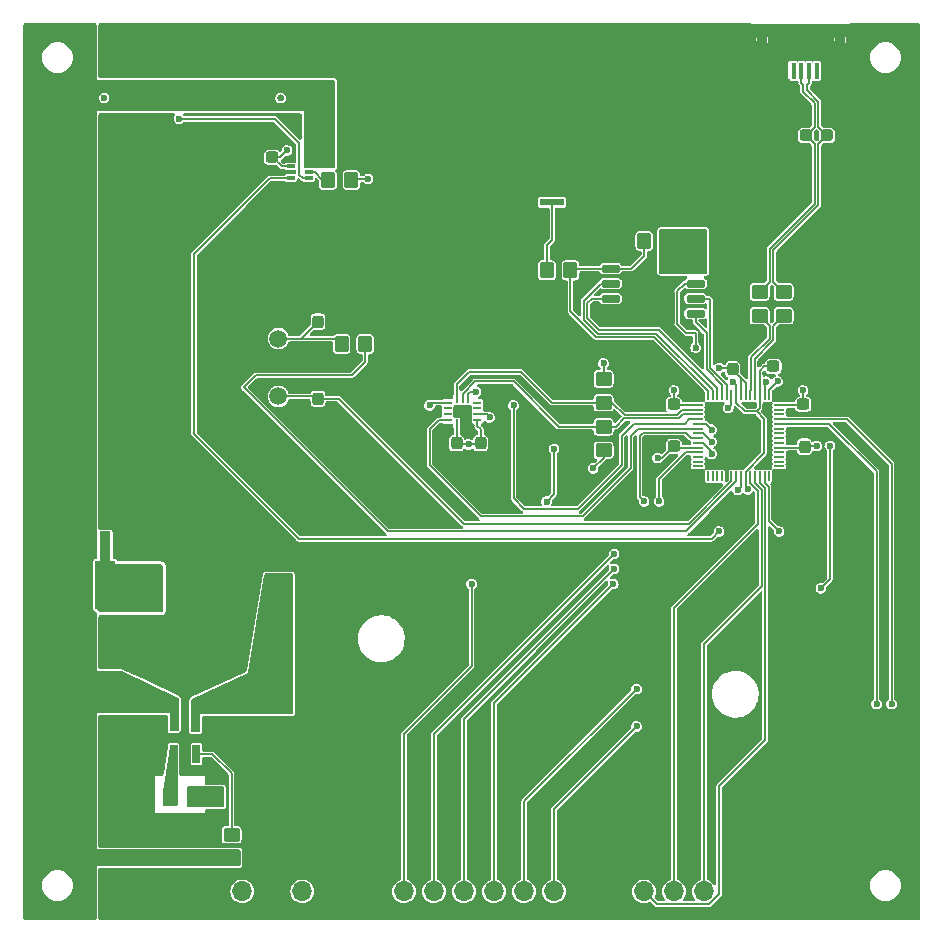
<source format=gtl>
G04 #@! TF.GenerationSoftware,KiCad,Pcbnew,(6.0.5)*
G04 #@! TF.CreationDate,2023-03-01T16:26:38-05:00*
G04 #@! TF.ProjectId,control_board,636f6e74-726f-46c5-9f62-6f6172642e6b,rev?*
G04 #@! TF.SameCoordinates,Original*
G04 #@! TF.FileFunction,Copper,L1,Top*
G04 #@! TF.FilePolarity,Positive*
%FSLAX46Y46*%
G04 Gerber Fmt 4.6, Leading zero omitted, Abs format (unit mm)*
G04 Created by KiCad (PCBNEW (6.0.5)) date 2023-03-01 16:26:38*
%MOMM*%
%LPD*%
G01*
G04 APERTURE LIST*
G04 Aperture macros list*
%AMRoundRect*
0 Rectangle with rounded corners*
0 $1 Rounding radius*
0 $2 $3 $4 $5 $6 $7 $8 $9 X,Y pos of 4 corners*
0 Add a 4 corners polygon primitive as box body*
4,1,4,$2,$3,$4,$5,$6,$7,$8,$9,$2,$3,0*
0 Add four circle primitives for the rounded corners*
1,1,$1+$1,$2,$3*
1,1,$1+$1,$4,$5*
1,1,$1+$1,$6,$7*
1,1,$1+$1,$8,$9*
0 Add four rect primitives between the rounded corners*
20,1,$1+$1,$2,$3,$4,$5,0*
20,1,$1+$1,$4,$5,$6,$7,0*
20,1,$1+$1,$6,$7,$8,$9,0*
20,1,$1+$1,$8,$9,$2,$3,0*%
%AMFreePoly0*
4,1,9,5.362500,-0.866500,1.237500,-0.866500,1.237500,-0.450000,-1.237500,-0.450000,-1.237500,0.450000,1.237500,0.450000,1.237500,0.866500,5.362500,0.866500,5.362500,-0.866500,5.362500,-0.866500,$1*%
G04 Aperture macros list end*
G04 #@! TA.AperFunction,SMDPad,CuDef*
%ADD10RoundRect,0.237500X-0.287500X-0.237500X0.287500X-0.237500X0.287500X0.237500X-0.287500X0.237500X0*%
G04 #@! TD*
G04 #@! TA.AperFunction,SMDPad,CuDef*
%ADD11RoundRect,0.237500X0.287500X0.237500X-0.287500X0.237500X-0.287500X-0.237500X0.287500X-0.237500X0*%
G04 #@! TD*
G04 #@! TA.AperFunction,ComponentPad*
%ADD12R,1.700000X1.700000*%
G04 #@! TD*
G04 #@! TA.AperFunction,ComponentPad*
%ADD13O,1.700000X1.700000*%
G04 #@! TD*
G04 #@! TA.AperFunction,SMDPad,CuDef*
%ADD14R,0.400000X1.350000*%
G04 #@! TD*
G04 #@! TA.AperFunction,SMDPad,CuDef*
%ADD15R,1.900000X1.900000*%
G04 #@! TD*
G04 #@! TA.AperFunction,ComponentPad*
%ADD16O,0.900000X1.800000*%
G04 #@! TD*
G04 #@! TA.AperFunction,SMDPad,CuDef*
%ADD17R,1.600000X1.400000*%
G04 #@! TD*
G04 #@! TA.AperFunction,SMDPad,CuDef*
%ADD18RoundRect,0.237500X-0.237500X0.300000X-0.237500X-0.300000X0.237500X-0.300000X0.237500X0.300000X0*%
G04 #@! TD*
G04 #@! TA.AperFunction,SMDPad,CuDef*
%ADD19RoundRect,0.237500X-0.300000X-0.237500X0.300000X-0.237500X0.300000X0.237500X-0.300000X0.237500X0*%
G04 #@! TD*
G04 #@! TA.AperFunction,SMDPad,CuDef*
%ADD20RoundRect,0.250000X-0.350000X-0.450000X0.350000X-0.450000X0.350000X0.450000X-0.350000X0.450000X0*%
G04 #@! TD*
G04 #@! TA.AperFunction,SMDPad,CuDef*
%ADD21R,0.650000X1.560000*%
G04 #@! TD*
G04 #@! TA.AperFunction,ComponentPad*
%ADD22R,2.000000X2.000000*%
G04 #@! TD*
G04 #@! TA.AperFunction,ComponentPad*
%ADD23C,2.000000*%
G04 #@! TD*
G04 #@! TA.AperFunction,SMDPad,CuDef*
%ADD24R,0.900000X2.300000*%
G04 #@! TD*
G04 #@! TA.AperFunction,SMDPad,CuDef*
%ADD25FreePoly0,270.000000*%
G04 #@! TD*
G04 #@! TA.AperFunction,SMDPad,CuDef*
%ADD26RoundRect,0.237500X0.237500X-0.300000X0.237500X0.300000X-0.237500X0.300000X-0.237500X-0.300000X0*%
G04 #@! TD*
G04 #@! TA.AperFunction,SMDPad,CuDef*
%ADD27RoundRect,0.150000X-0.650000X-0.150000X0.650000X-0.150000X0.650000X0.150000X-0.650000X0.150000X0*%
G04 #@! TD*
G04 #@! TA.AperFunction,SMDPad,CuDef*
%ADD28RoundRect,0.250000X0.350000X0.450000X-0.350000X0.450000X-0.350000X-0.450000X0.350000X-0.450000X0*%
G04 #@! TD*
G04 #@! TA.AperFunction,SMDPad,CuDef*
%ADD29RoundRect,0.250000X-0.450000X0.350000X-0.450000X-0.350000X0.450000X-0.350000X0.450000X0.350000X0*%
G04 #@! TD*
G04 #@! TA.AperFunction,SMDPad,CuDef*
%ADD30R,0.675000X0.250000*%
G04 #@! TD*
G04 #@! TA.AperFunction,SMDPad,CuDef*
%ADD31R,0.250000X0.675000*%
G04 #@! TD*
G04 #@! TA.AperFunction,ComponentPad*
%ADD32C,1.500000*%
G04 #@! TD*
G04 #@! TA.AperFunction,SMDPad,CuDef*
%ADD33RoundRect,0.237500X0.300000X0.237500X-0.300000X0.237500X-0.300000X-0.237500X0.300000X-0.237500X0*%
G04 #@! TD*
G04 #@! TA.AperFunction,SMDPad,CuDef*
%ADD34O,0.875000X0.200000*%
G04 #@! TD*
G04 #@! TA.AperFunction,SMDPad,CuDef*
%ADD35O,0.200000X0.875000*%
G04 #@! TD*
G04 #@! TA.AperFunction,SMDPad,CuDef*
%ADD36R,3.200000X3.200000*%
G04 #@! TD*
G04 #@! TA.AperFunction,SMDPad,CuDef*
%ADD37RoundRect,0.250000X0.450000X-0.350000X0.450000X0.350000X-0.450000X0.350000X-0.450000X-0.350000X0*%
G04 #@! TD*
G04 #@! TA.AperFunction,SMDPad,CuDef*
%ADD38RoundRect,0.250000X0.325000X0.450000X-0.325000X0.450000X-0.325000X-0.450000X0.325000X-0.450000X0*%
G04 #@! TD*
G04 #@! TA.AperFunction,SMDPad,CuDef*
%ADD39R,0.700000X0.340000*%
G04 #@! TD*
G04 #@! TA.AperFunction,SMDPad,CuDef*
%ADD40R,2.108200X0.558800*%
G04 #@! TD*
G04 #@! TA.AperFunction,ViaPad*
%ADD41C,0.600000*%
G04 #@! TD*
G04 #@! TA.AperFunction,Conductor*
%ADD42C,0.175000*%
G04 #@! TD*
G04 #@! TA.AperFunction,Conductor*
%ADD43C,0.150000*%
G04 #@! TD*
G04 #@! TA.AperFunction,Conductor*
%ADD44C,0.200000*%
G04 #@! TD*
G04 APERTURE END LIST*
D10*
X169813000Y-60452000D03*
X171563000Y-60452000D03*
D11*
X168007000Y-60452000D03*
X166257000Y-60452000D03*
D12*
X161925000Y-124460000D03*
D13*
X159385000Y-124460000D03*
X156845000Y-124460000D03*
X154305000Y-124460000D03*
D14*
X168918250Y-54999000D03*
X168268250Y-54999000D03*
X167618250Y-54999000D03*
X166968250Y-54999000D03*
X166318250Y-54999000D03*
D15*
X166418250Y-52324000D03*
D16*
X164318250Y-52324000D03*
D17*
X164418250Y-54774000D03*
D16*
X170918250Y-52324000D03*
D15*
X168818250Y-52324000D03*
D17*
X170818250Y-54774000D03*
D18*
X126697000Y-82737500D03*
X126697000Y-84462500D03*
D19*
X158963000Y-69627500D03*
X160688000Y-69627500D03*
X107087500Y-92562500D03*
X108812500Y-92562500D03*
X167785500Y-83213500D03*
X169510500Y-83213500D03*
D20*
X127531450Y-64206000D03*
X129531450Y-64206000D03*
D21*
X114493000Y-112856000D03*
X115443000Y-112856000D03*
X116393000Y-112856000D03*
X116393000Y-110156000D03*
X114493000Y-110156000D03*
D22*
X123420000Y-99060000D03*
D23*
X123420000Y-111760000D03*
D24*
X110200000Y-95162500D03*
D25*
X108700000Y-95250000D03*
D24*
X107200000Y-95162500D03*
D26*
X118999000Y-110490000D03*
X118999000Y-108765000D03*
D13*
X125365000Y-124460000D03*
D12*
X122825000Y-124460000D03*
D13*
X120285000Y-124460000D03*
D18*
X167894000Y-86795000D03*
X167894000Y-88520000D03*
D27*
X151475500Y-71722500D03*
X151475500Y-72992500D03*
X151475500Y-74262500D03*
X151475500Y-75532500D03*
X158675500Y-75532500D03*
X158675500Y-74262500D03*
X158675500Y-72992500D03*
X158675500Y-71722500D03*
D28*
X148075500Y-71877500D03*
X146075500Y-71877500D03*
D13*
X146685000Y-124460000D03*
X144145000Y-124460000D03*
X141605000Y-124460000D03*
X139065000Y-124460000D03*
X136525000Y-124460000D03*
X133985000Y-124460000D03*
D26*
X140462000Y-88238500D03*
X140462000Y-86513500D03*
D29*
X119380000Y-119650000D03*
X119380000Y-121650000D03*
D26*
X161798000Y-80264000D03*
X161798000Y-78539000D03*
D30*
X137675500Y-83070000D03*
X137675500Y-83570000D03*
X137675500Y-84070000D03*
X137675500Y-84570000D03*
D31*
X138438000Y-84832500D03*
X138938000Y-84832500D03*
X139438000Y-84832500D03*
D30*
X140200500Y-84570000D03*
X140200500Y-84070000D03*
X140200500Y-83570000D03*
X140200500Y-83070000D03*
D31*
X139438000Y-82807500D03*
X138938000Y-82807500D03*
X138438000Y-82807500D03*
D32*
X123347000Y-77650000D03*
X123347000Y-82550000D03*
D20*
X154325500Y-69377500D03*
X156325500Y-69377500D03*
D33*
X156826500Y-86767500D03*
X155101500Y-86767500D03*
D12*
X109479000Y-64008000D03*
D13*
X106939000Y-64008000D03*
D34*
X158868500Y-83279500D03*
X158868500Y-83679500D03*
X158868500Y-84079500D03*
X158868500Y-84479500D03*
X158868500Y-84879500D03*
X158868500Y-85279500D03*
X158868500Y-85679500D03*
X158868500Y-86079500D03*
X158868500Y-86479500D03*
X158868500Y-86879500D03*
X158868500Y-87279500D03*
X158868500Y-87679500D03*
X158868500Y-88079500D03*
X158868500Y-88479500D03*
D35*
X159706000Y-89317000D03*
X160106000Y-89317000D03*
X160506000Y-89317000D03*
X160906000Y-89317000D03*
X161306000Y-89317000D03*
X161706000Y-89317000D03*
X162106000Y-89317000D03*
X162506000Y-89317000D03*
X162906000Y-89317000D03*
X163306000Y-89317000D03*
X163706000Y-89317000D03*
X164106000Y-89317000D03*
X164506000Y-89317000D03*
X164906000Y-89317000D03*
D34*
X165743500Y-88479500D03*
X165743500Y-88079500D03*
X165743500Y-87679500D03*
X165743500Y-87279500D03*
X165743500Y-86879500D03*
X165743500Y-86479500D03*
X165743500Y-86079500D03*
X165743500Y-85679500D03*
X165743500Y-85279500D03*
X165743500Y-84879500D03*
X165743500Y-84479500D03*
X165743500Y-84079500D03*
X165743500Y-83679500D03*
X165743500Y-83279500D03*
D35*
X164906000Y-82442000D03*
X164506000Y-82442000D03*
X164106000Y-82442000D03*
X163706000Y-82442000D03*
X163306000Y-82442000D03*
X162906000Y-82442000D03*
X162506000Y-82442000D03*
X162106000Y-82442000D03*
X161706000Y-82442000D03*
X161306000Y-82442000D03*
X160906000Y-82442000D03*
X160506000Y-82442000D03*
X160106000Y-82442000D03*
X159706000Y-82442000D03*
D36*
X162306000Y-85879500D03*
D37*
X150876000Y-83069500D03*
X150876000Y-81069500D03*
D20*
X128697000Y-78100000D03*
X130697000Y-78100000D03*
D26*
X112200000Y-97675000D03*
X112200000Y-95950000D03*
D19*
X121115750Y-62301000D03*
X122840750Y-62301000D03*
D37*
X164084000Y-75703500D03*
X164084000Y-73703500D03*
D26*
X126697000Y-76212500D03*
X126697000Y-74487500D03*
D29*
X150876000Y-85117500D03*
X150876000Y-87117500D03*
D18*
X138430000Y-86513500D03*
X138430000Y-88238500D03*
D19*
X127465750Y-62301000D03*
X129190750Y-62301000D03*
D33*
X156818500Y-83211500D03*
X155093500Y-83211500D03*
D26*
X112141000Y-110336500D03*
X112141000Y-108611500D03*
D38*
X116188600Y-116484400D03*
X114138600Y-116484400D03*
D37*
X166116000Y-75703500D03*
X166116000Y-73703500D03*
D39*
X124403250Y-63071000D03*
X124403250Y-63571000D03*
X124403250Y-64071000D03*
X125903250Y-64071000D03*
X125903250Y-63571000D03*
X125903250Y-63071000D03*
D19*
X165253500Y-80010000D03*
X166978500Y-80010000D03*
D40*
X153126200Y-66127500D03*
X146524800Y-66127500D03*
D41*
X161798000Y-81307500D03*
X163068000Y-90424000D03*
X163500000Y-84700000D03*
X150622000Y-117348000D03*
X125857000Y-73787000D03*
X138938000Y-83820000D03*
X108585000Y-102362000D03*
X130429000Y-62357000D03*
X162300000Y-84700000D03*
X168656000Y-72390000D03*
X155067000Y-82042000D03*
X150749000Y-102235000D03*
X162300000Y-85700000D03*
X161100000Y-85700000D03*
X165100000Y-58549011D03*
X170815000Y-58549011D03*
X162941000Y-77724000D03*
X135509000Y-117348000D03*
X149352000Y-87376000D03*
X170815000Y-83312000D03*
X153670000Y-72390000D03*
X154448500Y-87757000D03*
X120777000Y-102362000D03*
X123698000Y-72263000D03*
X123536278Y-57272468D03*
X108585000Y-72390000D03*
X165862000Y-102362000D03*
X168656000Y-89916000D03*
X165735000Y-117348000D03*
X126746000Y-85598000D03*
X112141000Y-94742000D03*
X139446000Y-87630000D03*
X108587623Y-57272468D03*
X165608000Y-56350498D03*
X166751000Y-86233000D03*
X108585000Y-87249000D03*
X108585000Y-117348000D03*
X161100000Y-86800000D03*
X161100000Y-84700000D03*
X138564442Y-72294394D03*
X135763000Y-102235000D03*
X168148000Y-80010000D03*
X138580452Y-57272468D03*
X160655000Y-78486000D03*
X112141000Y-111633000D03*
X151003000Y-76327000D03*
X163500000Y-85700000D03*
X123063000Y-63500000D03*
X162300000Y-86800000D03*
X153670000Y-57277000D03*
X123571000Y-87249000D03*
X119761000Y-62230000D03*
X120777000Y-117348000D03*
X110109000Y-92583000D03*
X155448000Y-87757000D03*
X157734000Y-69596000D03*
X149987000Y-88646000D03*
X111760000Y-100330000D03*
X164630500Y-81307500D03*
X165608000Y-81280000D03*
X139446000Y-86614000D03*
X130937000Y-64135000D03*
X168910000Y-86741000D03*
X113030000Y-100330000D03*
X113030000Y-99060000D03*
X156845000Y-82042000D03*
X111760000Y-99060000D03*
X124079000Y-61722000D03*
X160655000Y-80137000D03*
X167767000Y-82042000D03*
X150876000Y-79756000D03*
X140081000Y-82169000D03*
X162219678Y-90464678D03*
X105664000Y-73914000D03*
X105664000Y-58928000D03*
X109093000Y-106807000D03*
X105029000Y-118999000D03*
X107569000Y-106807000D03*
X105664000Y-89027000D03*
X109093000Y-108585000D03*
X107569000Y-108585000D03*
X105664000Y-103886000D03*
X114935000Y-59055000D03*
X175260000Y-108585000D03*
X153670000Y-110490000D03*
X173990000Y-108585000D03*
X153670000Y-107315000D03*
X155575000Y-91440000D03*
X151688780Y-98425000D03*
X151765000Y-97155000D03*
X160020000Y-87403500D03*
X151765000Y-95885000D03*
X154305000Y-91440000D03*
X146685000Y-86995000D03*
X139700000Y-98425000D03*
X146050000Y-91449500D03*
X160020000Y-86387500D03*
X143256000Y-83312000D03*
X136144000Y-83312000D03*
X141224000Y-84328000D03*
X160020000Y-85371500D03*
X160655000Y-93980000D03*
X165735000Y-93980000D03*
X158676378Y-78412378D03*
X161425500Y-83533500D03*
X170053000Y-86741000D03*
X169280878Y-98795878D03*
X118364000Y-115951000D03*
X117475000Y-108712000D03*
X117348000Y-116967000D03*
X116459000Y-108712000D03*
X118364000Y-116967000D03*
X117348000Y-115951000D03*
D42*
X169072500Y-66361310D02*
X169072500Y-61192500D01*
X166116000Y-73703500D02*
X165262500Y-72850000D01*
X164937500Y-70036690D02*
X168747500Y-66226690D01*
X165262500Y-72850000D02*
X165262500Y-70171310D01*
X168747500Y-66226690D02*
X168747500Y-61192500D01*
X165262500Y-70171310D02*
X169072500Y-66361310D01*
X164084000Y-73703500D02*
X164937500Y-72850000D01*
X169072500Y-61192500D02*
X169813000Y-60452000D01*
X168747500Y-61192500D02*
X168007000Y-60452000D01*
X164937500Y-72850000D02*
X164937500Y-70036690D01*
X169072500Y-59711500D02*
X169813000Y-60452000D01*
X169072500Y-57590690D02*
X169072500Y-59711500D01*
X168105750Y-56623940D02*
X169072500Y-57590690D01*
X168105750Y-56174001D02*
X168105750Y-56623940D01*
X168268250Y-56011501D02*
X168105750Y-56174001D01*
X168268250Y-54999000D02*
X168268250Y-56011501D01*
X168747500Y-59711500D02*
X168007000Y-60452000D01*
X167780750Y-56758560D02*
X168747500Y-57725310D01*
X167780750Y-56174001D02*
X167780750Y-56758560D01*
X167618250Y-56011501D02*
X167780750Y-56174001D01*
X167618250Y-54999000D02*
X167618250Y-56011501D01*
X168747500Y-57725310D02*
X168747500Y-59711500D01*
X165262500Y-76557000D02*
X166116000Y-75703500D01*
X165262500Y-77791310D02*
X165262500Y-76557000D01*
X163668500Y-79385310D02*
X165262500Y-77791310D01*
X163668500Y-81967000D02*
X163668500Y-79385310D01*
X163706000Y-82442000D02*
X163706000Y-82004500D01*
X164937500Y-76557000D02*
X164084000Y-75703500D01*
X163343500Y-81967000D02*
X163343500Y-79250690D01*
X163306000Y-82004500D02*
X163343500Y-81967000D01*
X163706000Y-82004500D02*
X163668500Y-81967000D01*
X163306000Y-82442000D02*
X163306000Y-82004500D01*
X163343500Y-79250690D02*
X164937500Y-77656690D01*
X164937500Y-77656690D02*
X164937500Y-76557000D01*
D43*
X162906000Y-88920560D02*
X164465000Y-87361560D01*
X162906000Y-90262000D02*
X162906000Y-89317000D01*
X163830000Y-83820000D02*
X164106000Y-83544000D01*
X164465000Y-87361560D02*
X164465000Y-84455000D01*
X164106000Y-83544000D02*
X164106000Y-82442000D01*
X162841480Y-83820000D02*
X163830000Y-83820000D01*
X162106000Y-82442000D02*
X162106000Y-81615500D01*
X162106000Y-81615500D02*
X161798000Y-81307500D01*
X164106000Y-82442000D02*
X164106000Y-80369000D01*
X164465000Y-80010000D02*
X165253500Y-80010000D01*
X162106000Y-83084520D02*
X162841480Y-83820000D01*
X164106000Y-80369000D02*
X164465000Y-80010000D01*
X162106000Y-82442000D02*
X162106000Y-83084520D01*
X162906000Y-89317000D02*
X162906000Y-88920560D01*
X163068000Y-90424000D02*
X162906000Y-90262000D01*
X164465000Y-84455000D02*
X163830000Y-83820000D01*
X129602450Y-64135000D02*
X129531450Y-64206000D01*
X164506000Y-82442000D02*
X164506000Y-81432000D01*
X167809500Y-86879500D02*
X167894000Y-86795000D01*
X161798000Y-80264000D02*
X162506000Y-80972000D01*
X155448000Y-87757000D02*
X155837000Y-87757000D01*
X139438000Y-82807500D02*
X139438000Y-82304000D01*
X158868500Y-83279500D02*
X156886500Y-83279500D01*
X168910000Y-86741000D02*
X167948000Y-86741000D01*
X164906000Y-81982000D02*
X164906000Y-82442000D01*
X165743500Y-86879500D02*
X167809500Y-86879500D01*
X156818500Y-83211500D02*
X156818500Y-82068500D01*
X155837000Y-87757000D02*
X156826500Y-86767500D01*
X122840750Y-62301000D02*
X123500000Y-62301000D01*
X167948000Y-86741000D02*
X167894000Y-86795000D01*
X162906000Y-82442000D02*
X162906000Y-81372000D01*
D44*
X140200500Y-85082500D02*
X140462000Y-85344000D01*
D43*
X139438000Y-82304000D02*
X139573000Y-82169000D01*
D44*
X140462000Y-86513500D02*
X140462000Y-85344000D01*
D43*
X156818500Y-82068500D02*
X156845000Y-82042000D01*
X139573000Y-82169000D02*
X140081000Y-82169000D01*
X167767000Y-82042000D02*
X167767000Y-83195000D01*
X158868500Y-86879500D02*
X156938500Y-86879500D01*
X167719500Y-83279500D02*
X167785500Y-83213500D01*
X150876000Y-87117500D02*
X150876000Y-87757000D01*
X165743500Y-83279500D02*
X167719500Y-83279500D01*
X150876000Y-87757000D02*
X149987000Y-88646000D01*
X162906000Y-81372000D02*
X162506000Y-80972000D01*
X160655000Y-80137000D02*
X161671000Y-80137000D01*
X123500000Y-62301000D02*
X124079000Y-61722000D01*
D44*
X138430000Y-86513500D02*
X138430000Y-84840500D01*
D43*
X123610750Y-63071000D02*
X122840750Y-62301000D01*
X162506000Y-90178356D02*
X162506000Y-89317000D01*
D44*
X139446000Y-86614000D02*
X140361500Y-86614000D01*
D43*
X124403250Y-63071000D02*
X123610750Y-63071000D01*
D44*
X140200500Y-84570000D02*
X140200500Y-85082500D01*
X140361500Y-86614000D02*
X140462000Y-86513500D01*
D43*
X162506000Y-80972000D02*
X162506000Y-82442000D01*
X162219678Y-90464678D02*
X162506000Y-90178356D01*
X161671000Y-80137000D02*
X161798000Y-80264000D01*
X164506000Y-81432000D02*
X164630500Y-81307500D01*
X167767000Y-83195000D02*
X167785500Y-83213500D01*
D44*
X138430000Y-84840500D02*
X138438000Y-84832500D01*
D43*
X165608000Y-81280000D02*
X164906000Y-81982000D01*
X156886500Y-83279500D02*
X156818500Y-83211500D01*
D44*
X139446000Y-86614000D02*
X138530500Y-86614000D01*
X138530500Y-86614000D02*
X138430000Y-86513500D01*
D43*
X156938500Y-86879500D02*
X156826500Y-86767500D01*
X150876000Y-81069500D02*
X150876000Y-79756000D01*
X130937000Y-64135000D02*
X129602450Y-64135000D01*
X128457500Y-82737500D02*
X139065000Y-93345000D01*
X126509500Y-82550000D02*
X126697000Y-82737500D01*
X158089600Y-93345000D02*
X161706000Y-89728600D01*
X126697000Y-82737500D02*
X128457500Y-82737500D01*
X139065000Y-93345000D02*
X158089600Y-93345000D01*
X123347000Y-82550000D02*
X126509500Y-82550000D01*
X161706000Y-89728600D02*
X161706000Y-89317000D01*
X125903250Y-63071000D02*
X126695750Y-63071000D01*
X126695750Y-63071000D02*
X127465750Y-62301000D01*
X125095000Y-61087000D02*
X125095000Y-63762750D01*
X114935000Y-59055000D02*
X123063000Y-59055000D01*
X125095000Y-63762750D02*
X125403250Y-64071000D01*
X125403250Y-64071000D02*
X125903250Y-64071000D01*
X123063000Y-59055000D02*
X125095000Y-61087000D01*
X146685000Y-124460000D02*
X146685000Y-117475000D01*
X175260000Y-88265000D02*
X171474500Y-84479500D01*
X175260000Y-108585000D02*
X175260000Y-88265000D01*
X171474500Y-84479500D02*
X165759500Y-84479500D01*
X146685000Y-117475000D02*
X153670000Y-110490000D01*
X144145000Y-124460000D02*
X144145000Y-116840000D01*
X173990000Y-88900000D02*
X169969500Y-84879500D01*
X144145000Y-116840000D02*
X153670000Y-107315000D01*
X173990000Y-108585000D02*
X173990000Y-88900000D01*
X169969500Y-84879500D02*
X165743500Y-84879500D01*
X157480000Y-87630000D02*
X155575000Y-89535000D01*
X155575000Y-89535000D02*
X155575000Y-91440000D01*
X141605000Y-108495000D02*
X141605000Y-124460000D01*
X157830500Y-87279500D02*
X157480000Y-87630000D01*
X158868500Y-87279500D02*
X157830500Y-87279500D01*
X151675000Y-98425000D02*
X141605000Y-108495000D01*
X151688780Y-98425000D02*
X151675000Y-98425000D01*
X139065000Y-109855000D02*
X139065000Y-124460000D01*
X160020000Y-87234560D02*
X159264940Y-86479500D01*
X159264940Y-86479500D02*
X158868500Y-86479500D01*
X151765000Y-97155000D02*
X139065000Y-109855000D01*
X160020000Y-87403500D02*
X160020000Y-87234560D01*
X136525000Y-111125000D02*
X151765000Y-95885000D01*
X153924000Y-85879500D02*
X153924000Y-87149500D01*
X154305000Y-91440000D02*
X153924000Y-91059000D01*
X157827000Y-85625500D02*
X154178000Y-85625500D01*
X153924000Y-91059000D02*
X153924000Y-87149500D01*
X158868500Y-86079500D02*
X158281000Y-86079500D01*
X158281000Y-86079500D02*
X157827000Y-85625500D01*
X136525000Y-124460000D02*
X136525000Y-111125000D01*
X154178000Y-85625500D02*
X153924000Y-85879500D01*
X139700000Y-98425000D02*
X139700000Y-105410000D01*
X160020000Y-86387500D02*
X159312000Y-85679500D01*
X146685000Y-86995000D02*
X146685000Y-90814500D01*
X133985000Y-111125000D02*
X133985000Y-124460000D01*
X159312000Y-85679500D02*
X158868500Y-85679500D01*
X146685000Y-90814500D02*
X146050000Y-91449500D01*
X139700000Y-105410000D02*
X133985000Y-111125000D01*
X163706000Y-89896642D02*
X164256520Y-90447163D01*
X164256520Y-90447163D02*
X164256520Y-98633480D01*
X164256520Y-98633480D02*
X159385000Y-103505000D01*
X163706000Y-89317000D02*
X163706000Y-89896642D01*
X159385000Y-103505000D02*
X159385000Y-124460000D01*
X163957000Y-90571228D02*
X163306000Y-89920228D01*
X156845000Y-124460000D02*
X156845000Y-100457000D01*
X163306000Y-89920228D02*
X163306000Y-89317000D01*
X163957000Y-93345000D02*
X163957000Y-90571228D01*
X156845000Y-100457000D02*
X163957000Y-93345000D01*
X160655000Y-115570000D02*
X164556040Y-111668960D01*
X164106000Y-89873057D02*
X164106000Y-89317000D01*
X164556040Y-111668960D02*
X164556040Y-90323098D01*
X160655000Y-124709589D02*
X160655000Y-115570000D01*
X155379511Y-125534511D02*
X159830078Y-125534511D01*
X159830078Y-125534511D02*
X160655000Y-124709589D01*
X164556040Y-90323098D02*
X164106000Y-89873057D01*
X154305000Y-124460000D02*
X155379511Y-125534511D01*
X130697000Y-79615000D02*
X130697000Y-78100000D01*
X157878185Y-93980000D02*
X132588000Y-93980000D01*
X121412000Y-80772000D02*
X129540000Y-80772000D01*
X129540000Y-80772000D02*
X130697000Y-79615000D01*
X162106000Y-89317000D02*
X162106000Y-89752185D01*
X132588000Y-93980000D02*
X120396000Y-81788000D01*
X162106000Y-89752185D02*
X157878185Y-93980000D01*
X120396000Y-81788000D02*
X121412000Y-80772000D01*
X157541394Y-83679500D02*
X157119394Y-84101500D01*
X146485086Y-83069500D02*
X150876000Y-83069500D01*
X157119394Y-84101500D02*
X152654000Y-84101500D01*
X151622000Y-83069500D02*
X150876000Y-83069500D01*
X138438000Y-81526000D02*
X139491520Y-80472480D01*
X158868500Y-83679500D02*
X157541394Y-83679500D01*
X139491520Y-80472480D02*
X143888065Y-80472480D01*
X138438000Y-82807500D02*
X138438000Y-81526000D01*
X152654000Y-84101500D02*
X151622000Y-83069500D01*
X143888065Y-80472480D02*
X146485086Y-83069500D01*
X158868500Y-84079500D02*
X157564980Y-84079500D01*
X139978000Y-81280000D02*
X143256000Y-81280000D01*
X138938000Y-82320000D02*
X139978000Y-81280000D01*
X138938000Y-82807500D02*
X138938000Y-82320000D01*
X157243459Y-84401020D02*
X152608480Y-84401020D01*
X151892000Y-85117500D02*
X150876000Y-85117500D01*
X147093500Y-85117500D02*
X150876000Y-85117500D01*
X152608480Y-84401020D02*
X151892000Y-85117500D01*
X143256000Y-81280000D02*
X147093500Y-85117500D01*
X157564980Y-84079500D02*
X157243459Y-84401020D01*
X127058250Y-64206000D02*
X126423250Y-63571000D01*
X126423250Y-63571000D02*
X125903250Y-63571000D01*
X127531450Y-64206000D02*
X127058250Y-64206000D01*
X154325500Y-70631500D02*
X154325500Y-69377500D01*
X151475500Y-71722500D02*
X148230500Y-71722500D01*
X148230500Y-71722500D02*
X148075500Y-71877500D01*
X155165394Y-77528540D02*
X150255369Y-77528540D01*
X159706000Y-82442000D02*
X159706000Y-82069146D01*
X159706000Y-82069146D02*
X155165394Y-77528540D01*
X151475500Y-71722500D02*
X153234500Y-71722500D01*
X153234500Y-71722500D02*
X154325500Y-70631500D01*
X150255369Y-77528540D02*
X148075500Y-75348671D01*
X148075500Y-75348671D02*
X148075500Y-71877500D01*
X146075500Y-69737500D02*
X146075500Y-71877500D01*
X146524800Y-66127500D02*
X146524800Y-69288200D01*
X146524800Y-69288200D02*
X146075500Y-69737500D01*
X158118000Y-84479500D02*
X157734000Y-84863500D01*
X158868500Y-84479500D02*
X158118000Y-84479500D01*
X152400000Y-85879500D02*
X152400000Y-87149500D01*
X137675500Y-83070000D02*
X136386000Y-83070000D01*
X152400000Y-87149500D02*
X152400000Y-88392000D01*
X152400000Y-88392000D02*
X148717000Y-92075000D01*
X136386000Y-83070000D02*
X136144000Y-83312000D01*
X143256000Y-91186000D02*
X143256000Y-83312000D01*
X153416000Y-84863500D02*
X152400000Y-85879500D01*
X144145000Y-92075000D02*
X143256000Y-91186000D01*
X157734000Y-84863500D02*
X153416000Y-84863500D01*
X148717000Y-92075000D02*
X144145000Y-92075000D01*
X160020000Y-85371500D02*
X159528000Y-84879500D01*
X159528000Y-84879500D02*
X158868500Y-84879500D01*
X140200500Y-84070000D02*
X140966000Y-84070000D01*
X140966000Y-84070000D02*
X141224000Y-84328000D01*
X136144000Y-85344000D02*
X136918000Y-84570000D01*
X136918000Y-84570000D02*
X137675500Y-84570000D01*
X158868500Y-85279500D02*
X153762000Y-85279500D01*
X153162000Y-87149500D02*
X153162000Y-88646000D01*
X149098000Y-92710000D02*
X140462000Y-92710000D01*
X153762000Y-85279500D02*
X153162000Y-85879500D01*
X153162000Y-85879500D02*
X153162000Y-87149500D01*
X140462000Y-92710000D02*
X136144000Y-88392000D01*
X153162000Y-88646000D02*
X149098000Y-92710000D01*
X136144000Y-88392000D02*
X136144000Y-85344000D01*
X164855560Y-90199033D02*
X164506000Y-89849471D01*
X116205000Y-85725000D02*
X125095000Y-94615000D01*
X164506000Y-89849471D02*
X164506000Y-89317000D01*
X125095000Y-94615000D02*
X160020000Y-94615000D01*
X160020000Y-94615000D02*
X160655000Y-93980000D01*
X122619000Y-64071000D02*
X116205000Y-70485000D01*
X124403250Y-64071000D02*
X122619000Y-64071000D01*
X165735000Y-93980000D02*
X164855560Y-93100560D01*
X116205000Y-70485000D02*
X116205000Y-85725000D01*
X164855560Y-93100560D02*
X164855560Y-90199033D01*
X158676378Y-78412378D02*
X158676378Y-77228378D01*
X157869500Y-77183500D02*
X157107500Y-76421500D01*
X161706000Y-82442000D02*
X161706000Y-83253000D01*
X157107500Y-76421500D02*
X157107500Y-73627500D01*
X158676378Y-77228378D02*
X158631500Y-77183500D01*
X157742500Y-72992500D02*
X158675500Y-72992500D01*
X161706000Y-83253000D02*
X161425500Y-83533500D01*
X158631500Y-77183500D02*
X157869500Y-77183500D01*
X157107500Y-73627500D02*
X157742500Y-72992500D01*
X161306000Y-82442000D02*
X161306000Y-81557272D01*
X159774500Y-74262500D02*
X158675500Y-74262500D01*
X159893000Y-80144272D02*
X159893000Y-74381000D01*
X159893000Y-74381000D02*
X159774500Y-74262500D01*
X161306000Y-81557272D02*
X159893000Y-80144272D01*
X158675500Y-76252500D02*
X158675500Y-75532500D01*
X159593480Y-77170480D02*
X158675500Y-76252500D01*
X159593480Y-80268337D02*
X159593480Y-77170480D01*
X160906000Y-81580858D02*
X159593480Y-80268337D01*
X160906000Y-82442000D02*
X160906000Y-81580858D01*
X160506000Y-82442000D02*
X160506000Y-81853250D01*
X149487500Y-75913500D02*
X149487500Y-74643500D01*
X149487500Y-74643500D02*
X149868500Y-74262500D01*
X160506000Y-81853250D02*
X155582250Y-76929500D01*
X149868500Y-74262500D02*
X151475500Y-74262500D01*
X150503500Y-76929500D02*
X149487500Y-75913500D01*
X155582250Y-76929500D02*
X150503500Y-76929500D01*
X155289460Y-77229020D02*
X150379435Y-77229020D01*
X150379435Y-77229020D02*
X149187980Y-76037565D01*
X149187980Y-74435020D02*
X150630500Y-72992500D01*
X160106000Y-82045560D02*
X155289460Y-77229020D01*
X150630500Y-72992500D02*
X151475500Y-72992500D01*
X160106000Y-82442000D02*
X160106000Y-82045560D01*
X149187980Y-76037565D02*
X149187980Y-74435020D01*
X124833000Y-77650000D02*
X128247000Y-77650000D01*
X125259500Y-77650000D02*
X124833000Y-77650000D01*
X126697000Y-76212500D02*
X125259500Y-77650000D01*
X128247000Y-77650000D02*
X128697000Y-78100000D01*
X123347000Y-77650000D02*
X124833000Y-77650000D01*
X170053000Y-98023756D02*
X169280878Y-98795878D01*
X170053000Y-86741000D02*
X170053000Y-98023756D01*
X119380000Y-114474000D02*
X117762000Y-112856000D01*
X119380000Y-119650000D02*
X119380000Y-114474000D01*
X117762000Y-112856000D02*
X116393000Y-112856000D01*
G04 #@! TA.AperFunction,Conductor*
G36*
X171704000Y-55707010D02*
G01*
X169672000Y-55707010D01*
X169672000Y-53421010D01*
X166624000Y-53421010D01*
X166624000Y-54119110D01*
X166604234Y-54132318D01*
X166587649Y-54143399D01*
X166532284Y-54226260D01*
X166517750Y-54299326D01*
X166517750Y-55698674D01*
X166519408Y-55707010D01*
X163322000Y-55707010D01*
X163322000Y-52392624D01*
X163817281Y-52392624D01*
X163856678Y-52530471D01*
X163933180Y-52651720D01*
X164040638Y-52746623D01*
X164170413Y-52807553D01*
X164279259Y-52824500D01*
X164354190Y-52824500D01*
X164395589Y-52818571D01*
X164451282Y-52810596D01*
X164451285Y-52810595D01*
X164460168Y-52809323D01*
X164590678Y-52749984D01*
X164612016Y-52731598D01*
X164692487Y-52662260D01*
X164692490Y-52662257D01*
X164699287Y-52656400D01*
X164777265Y-52536095D01*
X164818343Y-52398739D01*
X164818380Y-52392624D01*
X170417281Y-52392624D01*
X170456678Y-52530471D01*
X170533180Y-52651720D01*
X170640638Y-52746623D01*
X170770413Y-52807553D01*
X170879259Y-52824500D01*
X170954190Y-52824500D01*
X170995589Y-52818571D01*
X171051282Y-52810596D01*
X171051285Y-52810595D01*
X171060168Y-52809323D01*
X171190678Y-52749984D01*
X171212016Y-52731598D01*
X171292487Y-52662260D01*
X171292490Y-52662257D01*
X171299287Y-52656400D01*
X171377265Y-52536095D01*
X171418343Y-52398739D01*
X171419219Y-52255376D01*
X171379822Y-52117529D01*
X171303320Y-51996280D01*
X171195862Y-51901377D01*
X171066087Y-51840447D01*
X170957241Y-51823500D01*
X170882310Y-51823500D01*
X170840911Y-51829429D01*
X170785218Y-51837404D01*
X170785215Y-51837405D01*
X170776332Y-51838677D01*
X170645822Y-51898016D01*
X170639018Y-51903878D01*
X170639019Y-51903878D01*
X170544013Y-51985740D01*
X170544010Y-51985743D01*
X170537213Y-51991600D01*
X170459235Y-52111905D01*
X170418157Y-52249261D01*
X170417281Y-52392624D01*
X164818380Y-52392624D01*
X164819219Y-52255376D01*
X164779822Y-52117529D01*
X164703320Y-51996280D01*
X164595862Y-51901377D01*
X164466087Y-51840447D01*
X164357241Y-51823500D01*
X164282310Y-51823500D01*
X164240911Y-51829429D01*
X164185218Y-51837404D01*
X164185215Y-51837405D01*
X164176332Y-51838677D01*
X164045822Y-51898016D01*
X164039018Y-51903878D01*
X164039019Y-51903878D01*
X163944013Y-51985740D01*
X163944010Y-51985743D01*
X163937213Y-51991600D01*
X163859235Y-52111905D01*
X163818157Y-52249261D01*
X163817281Y-52392624D01*
X163322000Y-52392624D01*
X163322000Y-51050500D01*
X171704000Y-51050500D01*
X171704000Y-55707010D01*
G37*
G04 #@! TD.AperFunction*
G04 #@! TA.AperFunction,Conductor*
G36*
X113480121Y-96794002D02*
G01*
X113526614Y-96847658D01*
X113538000Y-96900000D01*
X113538000Y-100712000D01*
X113517998Y-100780121D01*
X113464342Y-100826614D01*
X113412000Y-100838000D01*
X108293923Y-100838000D01*
X108225802Y-100817998D01*
X108178848Y-100763321D01*
X108154270Y-100708210D01*
X108154269Y-100708208D01*
X108151750Y-100702560D01*
X108110738Y-100644607D01*
X108081220Y-100609923D01*
X107997837Y-100555282D01*
X107998505Y-100554262D01*
X107952064Y-100509455D01*
X107935552Y-100447098D01*
X107935552Y-96900000D01*
X107955554Y-96831879D01*
X108009210Y-96785386D01*
X108061552Y-96774000D01*
X113412000Y-96774000D01*
X113480121Y-96794002D01*
G37*
G04 #@! TD.AperFunction*
G04 #@! TA.AperFunction,Conductor*
G36*
X128085121Y-55773002D02*
G01*
X128131614Y-55826658D01*
X128143000Y-55879000D01*
X128143000Y-63120000D01*
X128122998Y-63188121D01*
X128069342Y-63234614D01*
X128017000Y-63246000D01*
X125602000Y-63246000D01*
X125533879Y-63225998D01*
X125487386Y-63172342D01*
X125476000Y-63120000D01*
X125476000Y-58420000D01*
X107950000Y-58420000D01*
X107950000Y-57266908D01*
X108132524Y-57266908D01*
X108133688Y-57275810D01*
X108133688Y-57275813D01*
X108148091Y-57385957D01*
X108148092Y-57385961D01*
X108149256Y-57394862D01*
X108201228Y-57512978D01*
X108284262Y-57611759D01*
X108391683Y-57683264D01*
X108514856Y-57721746D01*
X108523826Y-57721910D01*
X108523830Y-57721911D01*
X108582565Y-57722987D01*
X108643878Y-57724111D01*
X108706128Y-57707139D01*
X108759715Y-57692530D01*
X108759716Y-57692530D01*
X108768378Y-57690168D01*
X108776028Y-57685471D01*
X108776030Y-57685470D01*
X108870695Y-57627346D01*
X108870698Y-57627343D01*
X108878347Y-57622647D01*
X108884373Y-57615990D01*
X108958923Y-57533629D01*
X108958926Y-57533625D01*
X108964945Y-57526975D01*
X109021211Y-57410843D01*
X109042620Y-57283588D01*
X109042756Y-57272468D01*
X109041960Y-57266908D01*
X123081179Y-57266908D01*
X123082343Y-57275810D01*
X123082343Y-57275813D01*
X123096746Y-57385957D01*
X123096747Y-57385961D01*
X123097911Y-57394862D01*
X123149883Y-57512978D01*
X123232917Y-57611759D01*
X123340338Y-57683264D01*
X123463511Y-57721746D01*
X123472481Y-57721910D01*
X123472485Y-57721911D01*
X123531220Y-57722987D01*
X123592533Y-57724111D01*
X123654783Y-57707139D01*
X123708370Y-57692530D01*
X123708371Y-57692530D01*
X123717033Y-57690168D01*
X123724683Y-57685471D01*
X123724685Y-57685470D01*
X123819350Y-57627346D01*
X123819353Y-57627343D01*
X123827002Y-57622647D01*
X123833028Y-57615990D01*
X123907578Y-57533629D01*
X123907581Y-57533625D01*
X123913600Y-57526975D01*
X123969866Y-57410843D01*
X123991275Y-57283588D01*
X123991411Y-57272468D01*
X123973117Y-57144727D01*
X123919706Y-57027256D01*
X123835471Y-56929496D01*
X123727184Y-56859309D01*
X123718589Y-56856739D01*
X123718588Y-56856738D01*
X123612152Y-56824906D01*
X123612150Y-56824906D01*
X123603551Y-56822334D01*
X123594576Y-56822279D01*
X123594575Y-56822279D01*
X123539919Y-56821945D01*
X123474509Y-56821546D01*
X123462753Y-56824906D01*
X123359064Y-56854540D01*
X123359062Y-56854541D01*
X123350433Y-56857007D01*
X123241297Y-56925867D01*
X123155874Y-57022590D01*
X123152060Y-57030713D01*
X123152059Y-57030715D01*
X123126072Y-57086066D01*
X123101032Y-57139400D01*
X123099652Y-57148266D01*
X123082560Y-57258035D01*
X123082560Y-57258039D01*
X123081179Y-57266908D01*
X109041960Y-57266908D01*
X109024462Y-57144727D01*
X108971051Y-57027256D01*
X108886816Y-56929496D01*
X108778529Y-56859309D01*
X108769934Y-56856739D01*
X108769933Y-56856738D01*
X108663497Y-56824906D01*
X108663495Y-56824906D01*
X108654896Y-56822334D01*
X108645921Y-56822279D01*
X108645920Y-56822279D01*
X108591264Y-56821945D01*
X108525854Y-56821546D01*
X108514098Y-56824906D01*
X108410409Y-56854540D01*
X108410407Y-56854541D01*
X108401778Y-56857007D01*
X108292642Y-56925867D01*
X108207219Y-57022590D01*
X108203405Y-57030713D01*
X108203404Y-57030715D01*
X108177417Y-57086066D01*
X108152377Y-57139400D01*
X108150997Y-57148266D01*
X108133905Y-57258035D01*
X108133905Y-57258039D01*
X108132524Y-57266908D01*
X107950000Y-57266908D01*
X107950000Y-55753000D01*
X128017000Y-55753000D01*
X128085121Y-55773002D01*
G37*
G04 #@! TD.AperFunction*
G04 #@! TA.AperFunction,Conductor*
G36*
X159585621Y-68381502D02*
G01*
X159632114Y-68435158D01*
X159643500Y-68487500D01*
X159643500Y-72045500D01*
X159623498Y-72113621D01*
X159569842Y-72160114D01*
X159517500Y-72171500D01*
X155705500Y-72171500D01*
X155637379Y-72151498D01*
X155590886Y-72097842D01*
X155579500Y-72045500D01*
X155579500Y-68487500D01*
X155599502Y-68419379D01*
X155653158Y-68372886D01*
X155705500Y-68361500D01*
X159517500Y-68361500D01*
X159585621Y-68381502D01*
G37*
G04 #@! TD.AperFunction*
G04 #@! TA.AperFunction,Conductor*
G36*
X124529121Y-97556002D02*
G01*
X124575614Y-97609658D01*
X124587000Y-97662000D01*
X124587000Y-109348000D01*
X124566998Y-109416121D01*
X124513342Y-109462614D01*
X124461000Y-109474000D01*
X116713000Y-109474000D01*
X116713000Y-110872000D01*
X116692998Y-110940121D01*
X116639342Y-110986614D01*
X116587000Y-110998000D01*
X116077000Y-110998000D01*
X116008879Y-110977998D01*
X115962386Y-110924342D01*
X115951000Y-110872000D01*
X115951000Y-108283737D01*
X115971002Y-108215616D01*
X116023061Y-108169866D01*
X120760629Y-105925755D01*
X120760630Y-105925754D01*
X120777000Y-105918000D01*
X122156453Y-97641285D01*
X122187381Y-97577380D01*
X122247950Y-97540341D01*
X122280738Y-97536000D01*
X124461000Y-97536000D01*
X124529121Y-97556002D01*
G37*
G04 #@! TD.AperFunction*
G04 #@! TA.AperFunction,Conductor*
G36*
X118687121Y-115590002D02*
G01*
X118733614Y-115643658D01*
X118745000Y-115696000D01*
X118745000Y-117222000D01*
X118724998Y-117290121D01*
X118671342Y-117336614D01*
X118619000Y-117348000D01*
X115696000Y-117348000D01*
X115627879Y-117327998D01*
X115581386Y-117274342D01*
X115570000Y-117222000D01*
X115570000Y-115696000D01*
X115590002Y-115627879D01*
X115643658Y-115581386D01*
X115696000Y-115570000D01*
X118619000Y-115570000D01*
X118687121Y-115590002D01*
G37*
G04 #@! TD.AperFunction*
G04 #@! TA.AperFunction,Conductor*
G36*
X107892121Y-50970502D02*
G01*
X107938614Y-51024158D01*
X107950000Y-51076500D01*
X107950000Y-96208988D01*
X107929998Y-96277109D01*
X107876342Y-96323602D01*
X107837570Y-96334052D01*
X107833500Y-96334052D01*
X107827428Y-96335260D01*
X107827426Y-96335260D01*
X107797747Y-96341164D01*
X107774778Y-96345733D01*
X107764460Y-96352627D01*
X107764458Y-96352628D01*
X107736375Y-96371393D01*
X107724996Y-96378996D01*
X107718101Y-96389315D01*
X107698628Y-96418458D01*
X107698627Y-96418460D01*
X107691733Y-96428778D01*
X107680052Y-96487500D01*
X107680052Y-100612500D01*
X107691733Y-100671222D01*
X107698627Y-100681540D01*
X107698628Y-100681542D01*
X107718101Y-100710685D01*
X107724996Y-100721004D01*
X107735315Y-100727899D01*
X107764458Y-100747372D01*
X107764460Y-100747373D01*
X107774778Y-100754267D01*
X107786949Y-100756688D01*
X107827426Y-100764740D01*
X107827428Y-100764740D01*
X107833500Y-100765948D01*
X107837163Y-100765948D01*
X107902179Y-100792199D01*
X107943191Y-100850152D01*
X107950000Y-100891012D01*
X107950000Y-106172000D01*
X109601000Y-106172000D01*
X109601000Y-108966000D01*
X107950000Y-108966000D01*
X107950000Y-120904000D01*
X120016000Y-120904000D01*
X120084121Y-120924002D01*
X120130614Y-120977658D01*
X120142000Y-121030000D01*
X120142000Y-122175000D01*
X120121998Y-122243121D01*
X120068342Y-122289614D01*
X120016000Y-122301000D01*
X107950000Y-122301000D01*
X107950000Y-126723500D01*
X107929998Y-126791621D01*
X107876342Y-126838114D01*
X107824000Y-126849500D01*
X101876500Y-126849500D01*
X101808379Y-126829498D01*
X101761886Y-126775842D01*
X101750500Y-126723500D01*
X101750500Y-123952000D01*
X103342532Y-123952000D01*
X103362365Y-124178692D01*
X103421261Y-124398496D01*
X103517432Y-124604734D01*
X103647953Y-124791139D01*
X103808861Y-124952047D01*
X103995266Y-125082568D01*
X104000244Y-125084889D01*
X104000247Y-125084891D01*
X104196522Y-125176416D01*
X104201504Y-125178739D01*
X104206812Y-125180161D01*
X104206814Y-125180162D01*
X104415993Y-125236211D01*
X104415995Y-125236211D01*
X104421308Y-125237635D01*
X104520302Y-125246296D01*
X104588492Y-125252262D01*
X104588499Y-125252262D01*
X104591216Y-125252500D01*
X104704784Y-125252500D01*
X104707501Y-125252262D01*
X104707508Y-125252262D01*
X104775698Y-125246296D01*
X104874692Y-125237635D01*
X104880005Y-125236211D01*
X104880007Y-125236211D01*
X105089186Y-125180162D01*
X105089188Y-125180161D01*
X105094496Y-125178739D01*
X105099478Y-125176416D01*
X105295753Y-125084891D01*
X105295756Y-125084889D01*
X105300734Y-125082568D01*
X105487139Y-124952047D01*
X105648047Y-124791139D01*
X105778568Y-124604734D01*
X105874739Y-124398496D01*
X105933635Y-124178692D01*
X105953468Y-123952000D01*
X105933635Y-123725308D01*
X105882164Y-123533213D01*
X105876162Y-123510814D01*
X105876161Y-123510812D01*
X105874739Y-123505504D01*
X105778568Y-123299266D01*
X105648047Y-123112861D01*
X105487139Y-122951953D01*
X105300734Y-122821432D01*
X105295756Y-122819111D01*
X105295753Y-122819109D01*
X105099478Y-122727584D01*
X105099476Y-122727583D01*
X105094496Y-122725261D01*
X105089188Y-122723839D01*
X105089186Y-122723838D01*
X104880007Y-122667789D01*
X104880005Y-122667789D01*
X104874692Y-122666365D01*
X104775698Y-122657704D01*
X104707508Y-122651738D01*
X104707501Y-122651738D01*
X104704784Y-122651500D01*
X104591216Y-122651500D01*
X104588499Y-122651738D01*
X104588492Y-122651738D01*
X104520302Y-122657704D01*
X104421308Y-122666365D01*
X104415995Y-122667789D01*
X104415993Y-122667789D01*
X104206814Y-122723838D01*
X104206812Y-122723839D01*
X104201504Y-122725261D01*
X104196524Y-122727583D01*
X104196522Y-122727584D01*
X104000247Y-122819109D01*
X104000244Y-122819111D01*
X103995266Y-122821432D01*
X103808861Y-122951953D01*
X103647953Y-123112861D01*
X103517432Y-123299266D01*
X103421261Y-123505504D01*
X103419839Y-123510812D01*
X103419838Y-123510814D01*
X103413836Y-123533213D01*
X103362365Y-123725308D01*
X103342532Y-123952000D01*
X101750500Y-123952000D01*
X101750500Y-53848000D01*
X103342532Y-53848000D01*
X103362365Y-54074692D01*
X103421261Y-54294496D01*
X103517432Y-54500734D01*
X103647953Y-54687139D01*
X103808861Y-54848047D01*
X103995266Y-54978568D01*
X104000244Y-54980889D01*
X104000247Y-54980891D01*
X104196522Y-55072416D01*
X104201504Y-55074739D01*
X104206812Y-55076161D01*
X104206814Y-55076162D01*
X104415993Y-55132211D01*
X104415995Y-55132211D01*
X104421308Y-55133635D01*
X104520302Y-55142296D01*
X104588492Y-55148262D01*
X104588499Y-55148262D01*
X104591216Y-55148500D01*
X104704784Y-55148500D01*
X104707501Y-55148262D01*
X104707508Y-55148262D01*
X104775698Y-55142296D01*
X104874692Y-55133635D01*
X104880005Y-55132211D01*
X104880007Y-55132211D01*
X105089186Y-55076162D01*
X105089188Y-55076161D01*
X105094496Y-55074739D01*
X105099478Y-55072416D01*
X105295753Y-54980891D01*
X105295756Y-54980889D01*
X105300734Y-54978568D01*
X105487139Y-54848047D01*
X105648047Y-54687139D01*
X105778568Y-54500734D01*
X105874739Y-54294496D01*
X105933635Y-54074692D01*
X105953468Y-53848000D01*
X105933635Y-53621308D01*
X105874739Y-53401504D01*
X105778568Y-53195266D01*
X105648047Y-53008861D01*
X105487139Y-52847953D01*
X105300734Y-52717432D01*
X105295756Y-52715111D01*
X105295753Y-52715109D01*
X105099478Y-52623584D01*
X105099476Y-52623583D01*
X105094496Y-52621261D01*
X105089188Y-52619839D01*
X105089186Y-52619838D01*
X104880007Y-52563789D01*
X104880005Y-52563789D01*
X104874692Y-52562365D01*
X104775698Y-52553704D01*
X104707508Y-52547738D01*
X104707501Y-52547738D01*
X104704784Y-52547500D01*
X104591216Y-52547500D01*
X104588499Y-52547738D01*
X104588492Y-52547738D01*
X104520302Y-52553704D01*
X104421308Y-52562365D01*
X104415995Y-52563789D01*
X104415993Y-52563789D01*
X104206814Y-52619838D01*
X104206812Y-52619839D01*
X104201504Y-52621261D01*
X104196524Y-52623583D01*
X104196522Y-52623584D01*
X104000247Y-52715109D01*
X104000244Y-52715111D01*
X103995266Y-52717432D01*
X103808861Y-52847953D01*
X103647953Y-53008861D01*
X103517432Y-53195266D01*
X103421261Y-53401504D01*
X103362365Y-53621308D01*
X103342532Y-53848000D01*
X101750500Y-53848000D01*
X101750500Y-51076500D01*
X101770502Y-51008379D01*
X101824158Y-50961886D01*
X101876500Y-50950500D01*
X107824000Y-50950500D01*
X107892121Y-50970502D01*
G37*
G04 #@! TD.AperFunction*
G04 #@! TA.AperFunction,Conductor*
G36*
X163322000Y-55707010D02*
G01*
X166621368Y-55707010D01*
X166626483Y-55732722D01*
X166633377Y-55743040D01*
X166633378Y-55743042D01*
X166643250Y-55757816D01*
X166659746Y-55782504D01*
X166670065Y-55789399D01*
X166699208Y-55808872D01*
X166699210Y-55808873D01*
X166709528Y-55815767D01*
X166753430Y-55824500D01*
X167183070Y-55824500D01*
X167226972Y-55815767D01*
X167227713Y-55819490D01*
X167276611Y-55814229D01*
X167340100Y-55846003D01*
X167376333Y-55907058D01*
X167380250Y-55938229D01*
X167380250Y-56001971D01*
X167380077Y-56008565D01*
X167377928Y-56049565D01*
X167382672Y-56061925D01*
X167382673Y-56061929D01*
X167385794Y-56070059D01*
X167391408Y-56089011D01*
X167395969Y-56110467D01*
X167403753Y-56121181D01*
X167406186Y-56126646D01*
X167409441Y-56131658D01*
X167414187Y-56144021D01*
X167429702Y-56159536D01*
X167442543Y-56174571D01*
X167447652Y-56181604D01*
X167447654Y-56181606D01*
X167455439Y-56192321D01*
X167466910Y-56198944D01*
X167476752Y-56207805D01*
X167476522Y-56208060D01*
X167483845Y-56213679D01*
X167505845Y-56235679D01*
X167539871Y-56297991D01*
X167542750Y-56324774D01*
X167542750Y-56749030D01*
X167542577Y-56755624D01*
X167540428Y-56796624D01*
X167545172Y-56808984D01*
X167545173Y-56808988D01*
X167548294Y-56817118D01*
X167553908Y-56836070D01*
X167558469Y-56857526D01*
X167566253Y-56868240D01*
X167568686Y-56873705D01*
X167571941Y-56878717D01*
X167576687Y-56891080D01*
X167592202Y-56906595D01*
X167605043Y-56921630D01*
X167610152Y-56928663D01*
X167610154Y-56928665D01*
X167617939Y-56939380D01*
X167629410Y-56946003D01*
X167639252Y-56954864D01*
X167639022Y-56955119D01*
X167646345Y-56960738D01*
X168472595Y-57786988D01*
X168506621Y-57849300D01*
X168509500Y-57876083D01*
X168509500Y-59560728D01*
X168489498Y-59628849D01*
X168472595Y-59649823D01*
X168332823Y-59789595D01*
X168270511Y-59823621D01*
X168243728Y-59826500D01*
X167741596Y-59826501D01*
X167688968Y-59826501D01*
X167684074Y-59827276D01*
X167684075Y-59827276D01*
X167607905Y-59839339D01*
X167607903Y-59839339D01*
X167598107Y-59840891D01*
X167488597Y-59896689D01*
X167401689Y-59983597D01*
X167345891Y-60093107D01*
X167344340Y-60102897D01*
X167344340Y-60102898D01*
X167341192Y-60122775D01*
X167331500Y-60183967D01*
X167331501Y-60720032D01*
X167332276Y-60724923D01*
X167332276Y-60724925D01*
X167341193Y-60781226D01*
X167345891Y-60810893D01*
X167401689Y-60920403D01*
X167488597Y-61007311D01*
X167598107Y-61063109D01*
X167607897Y-61064660D01*
X167607898Y-61064660D01*
X167632772Y-61068599D01*
X167688967Y-61077500D01*
X167741576Y-61077500D01*
X168243726Y-61077499D01*
X168311847Y-61097501D01*
X168332821Y-61114404D01*
X168472595Y-61254178D01*
X168506621Y-61316490D01*
X168509500Y-61343273D01*
X168509500Y-66075917D01*
X168489498Y-66144038D01*
X168472595Y-66165012D01*
X164775949Y-69861658D01*
X164771164Y-69866199D01*
X164740652Y-69893672D01*
X164735265Y-69905770D01*
X164735265Y-69905771D01*
X164731727Y-69913718D01*
X164722293Y-69931093D01*
X164717557Y-69938385D01*
X164717556Y-69938387D01*
X164710344Y-69949493D01*
X164708272Y-69962574D01*
X164706128Y-69968161D01*
X164704885Y-69974007D01*
X164699500Y-69986102D01*
X164699500Y-70008038D01*
X164697949Y-70027749D01*
X164696587Y-70036345D01*
X164696587Y-70036348D01*
X164694516Y-70049424D01*
X164697944Y-70062215D01*
X164698637Y-70075440D01*
X164698295Y-70075458D01*
X164699500Y-70084611D01*
X164699500Y-72699228D01*
X164679498Y-72767349D01*
X164662595Y-72788323D01*
X164534823Y-72916095D01*
X164472511Y-72950121D01*
X164445728Y-72953000D01*
X163680125Y-72953001D01*
X163602482Y-72953001D01*
X163597589Y-72953776D01*
X163597588Y-72953776D01*
X163518494Y-72966302D01*
X163518492Y-72966303D01*
X163508696Y-72967854D01*
X163395658Y-73025450D01*
X163305950Y-73115158D01*
X163248354Y-73228196D01*
X163233500Y-73321981D01*
X163233501Y-74085018D01*
X163248354Y-74178804D01*
X163305950Y-74291842D01*
X163395658Y-74381550D01*
X163508696Y-74439146D01*
X163518485Y-74440696D01*
X163518487Y-74440697D01*
X163545849Y-74445030D01*
X163602481Y-74454000D01*
X164083902Y-74454000D01*
X164565518Y-74453999D01*
X164570412Y-74453224D01*
X164649506Y-74440698D01*
X164649508Y-74440697D01*
X164659304Y-74439146D01*
X164772342Y-74381550D01*
X164862050Y-74291842D01*
X164919646Y-74178804D01*
X164934500Y-74085019D01*
X164934499Y-73321982D01*
X164929625Y-73291204D01*
X164926440Y-73271092D01*
X164935541Y-73200681D01*
X164961794Y-73162289D01*
X165010905Y-73113178D01*
X165073217Y-73079152D01*
X165144032Y-73084217D01*
X165189095Y-73113178D01*
X165238206Y-73162289D01*
X165272232Y-73224601D01*
X165273560Y-73271092D01*
X165265500Y-73321981D01*
X165265501Y-74085018D01*
X165280354Y-74178804D01*
X165337950Y-74291842D01*
X165427658Y-74381550D01*
X165540696Y-74439146D01*
X165550485Y-74440696D01*
X165550487Y-74440697D01*
X165577849Y-74445030D01*
X165634481Y-74454000D01*
X166115902Y-74454000D01*
X166597518Y-74453999D01*
X166602412Y-74453224D01*
X166681506Y-74440698D01*
X166681508Y-74440697D01*
X166691304Y-74439146D01*
X166804342Y-74381550D01*
X166894050Y-74291842D01*
X166951646Y-74178804D01*
X166966500Y-74085019D01*
X166966499Y-73321982D01*
X166958440Y-73271096D01*
X166953198Y-73237994D01*
X166953197Y-73237992D01*
X166951646Y-73228196D01*
X166894050Y-73115158D01*
X166804342Y-73025450D01*
X166691304Y-72967854D01*
X166681515Y-72966304D01*
X166681513Y-72966303D01*
X166654151Y-72961970D01*
X166597519Y-72953000D01*
X166519905Y-72953000D01*
X165754274Y-72953001D01*
X165686153Y-72932999D01*
X165665179Y-72916096D01*
X165537405Y-72788322D01*
X165503379Y-72726010D01*
X165500500Y-72699227D01*
X165500500Y-70322083D01*
X165520502Y-70253962D01*
X165537405Y-70232988D01*
X169234051Y-66536342D01*
X169238836Y-66531801D01*
X169249389Y-66522299D01*
X169269348Y-66504328D01*
X169278274Y-66484281D01*
X169287707Y-66466907D01*
X169299656Y-66448507D01*
X169301727Y-66435429D01*
X169303870Y-66429847D01*
X169305114Y-66423996D01*
X169310500Y-66411898D01*
X169310500Y-66389961D01*
X169312051Y-66370250D01*
X169313413Y-66361654D01*
X169313413Y-66361651D01*
X169315484Y-66348575D01*
X169312056Y-66335784D01*
X169311363Y-66322559D01*
X169311705Y-66322541D01*
X169310500Y-66313388D01*
X169310500Y-61343273D01*
X169330502Y-61275152D01*
X169347405Y-61254178D01*
X169487178Y-61114405D01*
X169549490Y-61080379D01*
X169576273Y-61077500D01*
X170078404Y-61077499D01*
X170131032Y-61077499D01*
X170153677Y-61073913D01*
X170212095Y-61064661D01*
X170212097Y-61064661D01*
X170221893Y-61063109D01*
X170331403Y-61007311D01*
X170418311Y-60920403D01*
X170474109Y-60810893D01*
X170476317Y-60796956D01*
X170482562Y-60757525D01*
X170488500Y-60720033D01*
X170488499Y-60183968D01*
X170484913Y-60161323D01*
X170475661Y-60102905D01*
X170475661Y-60102903D01*
X170474109Y-60093107D01*
X170418311Y-59983597D01*
X170331403Y-59896689D01*
X170221893Y-59840891D01*
X170212103Y-59839340D01*
X170212102Y-59839340D01*
X170187228Y-59835401D01*
X170131033Y-59826500D01*
X170078424Y-59826500D01*
X169576274Y-59826501D01*
X169508153Y-59806499D01*
X169487179Y-59789596D01*
X169347405Y-59649822D01*
X169313379Y-59587510D01*
X169310500Y-59560727D01*
X169310500Y-57600220D01*
X169310673Y-57593625D01*
X169312129Y-57565850D01*
X169312129Y-57565849D01*
X169312822Y-57552626D01*
X169308078Y-57540266D01*
X169308077Y-57540262D01*
X169304956Y-57532132D01*
X169299342Y-57513180D01*
X169297534Y-57504676D01*
X169294781Y-57491724D01*
X169286997Y-57481010D01*
X169284564Y-57475545D01*
X169281309Y-57470533D01*
X169276563Y-57458170D01*
X169261048Y-57442655D01*
X169248207Y-57427620D01*
X169243098Y-57420587D01*
X169243096Y-57420585D01*
X169235311Y-57409870D01*
X169223840Y-57403247D01*
X169213998Y-57394386D01*
X169214228Y-57394131D01*
X169206905Y-57388512D01*
X168380655Y-56562262D01*
X168346629Y-56499950D01*
X168343750Y-56473167D01*
X168343750Y-56324774D01*
X168363752Y-56256653D01*
X168380655Y-56235679D01*
X168429801Y-56186533D01*
X168434586Y-56181992D01*
X168451738Y-56166548D01*
X168465098Y-56154519D01*
X168474024Y-56134472D01*
X168483457Y-56117098D01*
X168488193Y-56109806D01*
X168488194Y-56109804D01*
X168495406Y-56098698D01*
X168497478Y-56085617D01*
X168499622Y-56080030D01*
X168500865Y-56074184D01*
X168506250Y-56062089D01*
X168506250Y-56040153D01*
X168507801Y-56020442D01*
X168509163Y-56011846D01*
X168509163Y-56011843D01*
X168511234Y-55998767D01*
X168507806Y-55985976D01*
X168507113Y-55972751D01*
X168507455Y-55972733D01*
X168506250Y-55963580D01*
X168506250Y-55938229D01*
X168526252Y-55870108D01*
X168579908Y-55823615D01*
X168650182Y-55813511D01*
X168659470Y-55816060D01*
X168659528Y-55815767D01*
X168703430Y-55824500D01*
X169133070Y-55824500D01*
X169176972Y-55815767D01*
X169187290Y-55808873D01*
X169187292Y-55808872D01*
X169216435Y-55789399D01*
X169226754Y-55782504D01*
X169243250Y-55757816D01*
X169253122Y-55743042D01*
X169253123Y-55743040D01*
X169260017Y-55732722D01*
X169268750Y-55688820D01*
X169268750Y-54309180D01*
X169260017Y-54265278D01*
X169253123Y-54254960D01*
X169253122Y-54254958D01*
X169233649Y-54225815D01*
X169226754Y-54215496D01*
X169203449Y-54199924D01*
X169187292Y-54189128D01*
X169187290Y-54189127D01*
X169176972Y-54182233D01*
X169133070Y-54173500D01*
X168703430Y-54173500D01*
X168659528Y-54182233D01*
X168649207Y-54189129D01*
X168641470Y-54192334D01*
X168570881Y-54199924D01*
X168545030Y-54192334D01*
X168537293Y-54189129D01*
X168526972Y-54182233D01*
X168483070Y-54173500D01*
X168053430Y-54173500D01*
X168009528Y-54182233D01*
X167999207Y-54189129D01*
X167991470Y-54192334D01*
X167920881Y-54199924D01*
X167895030Y-54192334D01*
X167887293Y-54189129D01*
X167876972Y-54182233D01*
X167833070Y-54173500D01*
X167403430Y-54173500D01*
X167359528Y-54182233D01*
X167349207Y-54189129D01*
X167341470Y-54192334D01*
X167270881Y-54199924D01*
X167245030Y-54192334D01*
X167237293Y-54189129D01*
X167226972Y-54182233D01*
X167183070Y-54173500D01*
X166753430Y-54173500D01*
X166709528Y-54182233D01*
X166699210Y-54189127D01*
X166699208Y-54189128D01*
X166683051Y-54199924D01*
X166659746Y-54215496D01*
X166652851Y-54225815D01*
X166633378Y-54254958D01*
X166633377Y-54254960D01*
X166626483Y-54265278D01*
X166624000Y-54277760D01*
X166624000Y-53421010D01*
X169672000Y-53421010D01*
X169672000Y-55707010D01*
X171704000Y-55707010D01*
X171704000Y-53848000D01*
X173446532Y-53848000D01*
X173466365Y-54074692D01*
X173467789Y-54080005D01*
X173467789Y-54080007D01*
X173502246Y-54208601D01*
X173525261Y-54294496D01*
X173621432Y-54500734D01*
X173751953Y-54687139D01*
X173912861Y-54848047D01*
X174099266Y-54978568D01*
X174104244Y-54980889D01*
X174104247Y-54980891D01*
X174300522Y-55072416D01*
X174305504Y-55074739D01*
X174310812Y-55076161D01*
X174310814Y-55076162D01*
X174519993Y-55132211D01*
X174519995Y-55132211D01*
X174525308Y-55133635D01*
X174624302Y-55142296D01*
X174692492Y-55148262D01*
X174692499Y-55148262D01*
X174695216Y-55148500D01*
X174808784Y-55148500D01*
X174811501Y-55148262D01*
X174811508Y-55148262D01*
X174879698Y-55142296D01*
X174978692Y-55133635D01*
X174984005Y-55132211D01*
X174984007Y-55132211D01*
X175193186Y-55076162D01*
X175193188Y-55076161D01*
X175198496Y-55074739D01*
X175203478Y-55072416D01*
X175399753Y-54980891D01*
X175399756Y-54980889D01*
X175404734Y-54978568D01*
X175591139Y-54848047D01*
X175752047Y-54687139D01*
X175882568Y-54500734D01*
X175978739Y-54294496D01*
X176001755Y-54208601D01*
X176036211Y-54080007D01*
X176036211Y-54080005D01*
X176037635Y-54074692D01*
X176057468Y-53848000D01*
X176037635Y-53621308D01*
X175978739Y-53401504D01*
X175882568Y-53195266D01*
X175752047Y-53008861D01*
X175591139Y-52847953D01*
X175404734Y-52717432D01*
X175399756Y-52715111D01*
X175399753Y-52715109D01*
X175203478Y-52623584D01*
X175203476Y-52623583D01*
X175198496Y-52621261D01*
X175193188Y-52619839D01*
X175193186Y-52619838D01*
X174984007Y-52563789D01*
X174984005Y-52563789D01*
X174978692Y-52562365D01*
X174879698Y-52553704D01*
X174811508Y-52547738D01*
X174811501Y-52547738D01*
X174808784Y-52547500D01*
X174695216Y-52547500D01*
X174692499Y-52547738D01*
X174692492Y-52547738D01*
X174624302Y-52553704D01*
X174525308Y-52562365D01*
X174519995Y-52563789D01*
X174519993Y-52563789D01*
X174310814Y-52619838D01*
X174310812Y-52619839D01*
X174305504Y-52621261D01*
X174300524Y-52623583D01*
X174300522Y-52623584D01*
X174104247Y-52715109D01*
X174104244Y-52715111D01*
X174099266Y-52717432D01*
X173912861Y-52847953D01*
X173751953Y-53008861D01*
X173621432Y-53195266D01*
X173525261Y-53401504D01*
X173466365Y-53621308D01*
X173446532Y-53848000D01*
X171704000Y-53848000D01*
X171704000Y-50950500D01*
X177523500Y-50950500D01*
X177591621Y-50970502D01*
X177638114Y-51024158D01*
X177649500Y-51076500D01*
X177649500Y-126723500D01*
X177629498Y-126791621D01*
X177575842Y-126838114D01*
X177523500Y-126849500D01*
X108231500Y-126849500D01*
X108163379Y-126829498D01*
X108116886Y-126775842D01*
X108105500Y-126723500D01*
X108105500Y-124445963D01*
X119279757Y-124445963D01*
X119296175Y-124641483D01*
X119350258Y-124830091D01*
X119353076Y-124835574D01*
X119437123Y-124999113D01*
X119437126Y-124999117D01*
X119439944Y-125004601D01*
X119561818Y-125158369D01*
X119566511Y-125162363D01*
X119566512Y-125162364D01*
X119658112Y-125240321D01*
X119711238Y-125285535D01*
X119716616Y-125288541D01*
X119716618Y-125288542D01*
X119757897Y-125311612D01*
X119882513Y-125381257D01*
X120069118Y-125441889D01*
X120263946Y-125465121D01*
X120270081Y-125464649D01*
X120270083Y-125464649D01*
X120453434Y-125450541D01*
X120453438Y-125450540D01*
X120459576Y-125450068D01*
X120648556Y-125397303D01*
X120823689Y-125308837D01*
X120845381Y-125291890D01*
X120973453Y-125191829D01*
X120978303Y-125188040D01*
X120986332Y-125178739D01*
X121102485Y-125044173D01*
X121102485Y-125044172D01*
X121106509Y-125039511D01*
X121203425Y-124868909D01*
X121265358Y-124682732D01*
X121289949Y-124488071D01*
X121290341Y-124460000D01*
X121288965Y-124445963D01*
X124359757Y-124445963D01*
X124376175Y-124641483D01*
X124430258Y-124830091D01*
X124433076Y-124835574D01*
X124517123Y-124999113D01*
X124517126Y-124999117D01*
X124519944Y-125004601D01*
X124641818Y-125158369D01*
X124646511Y-125162363D01*
X124646512Y-125162364D01*
X124738112Y-125240321D01*
X124791238Y-125285535D01*
X124796616Y-125288541D01*
X124796618Y-125288542D01*
X124837897Y-125311612D01*
X124962513Y-125381257D01*
X125149118Y-125441889D01*
X125343946Y-125465121D01*
X125350081Y-125464649D01*
X125350083Y-125464649D01*
X125533434Y-125450541D01*
X125533438Y-125450540D01*
X125539576Y-125450068D01*
X125728556Y-125397303D01*
X125903689Y-125308837D01*
X125925381Y-125291890D01*
X126053453Y-125191829D01*
X126058303Y-125188040D01*
X126066332Y-125178739D01*
X126182485Y-125044173D01*
X126182485Y-125044172D01*
X126186509Y-125039511D01*
X126283425Y-124868909D01*
X126345358Y-124682732D01*
X126369949Y-124488071D01*
X126370341Y-124460000D01*
X126368965Y-124445963D01*
X132979757Y-124445963D01*
X132996175Y-124641483D01*
X133050258Y-124830091D01*
X133053076Y-124835574D01*
X133137123Y-124999113D01*
X133137126Y-124999117D01*
X133139944Y-125004601D01*
X133261818Y-125158369D01*
X133266511Y-125162363D01*
X133266512Y-125162364D01*
X133358112Y-125240321D01*
X133411238Y-125285535D01*
X133416616Y-125288541D01*
X133416618Y-125288542D01*
X133457897Y-125311612D01*
X133582513Y-125381257D01*
X133769118Y-125441889D01*
X133963946Y-125465121D01*
X133970081Y-125464649D01*
X133970083Y-125464649D01*
X134153434Y-125450541D01*
X134153438Y-125450540D01*
X134159576Y-125450068D01*
X134348556Y-125397303D01*
X134523689Y-125308837D01*
X134545381Y-125291890D01*
X134673453Y-125191829D01*
X134678303Y-125188040D01*
X134686332Y-125178739D01*
X134802485Y-125044173D01*
X134802485Y-125044172D01*
X134806509Y-125039511D01*
X134903425Y-124868909D01*
X134965358Y-124682732D01*
X134989949Y-124488071D01*
X134990341Y-124460000D01*
X134988965Y-124445963D01*
X135519757Y-124445963D01*
X135536175Y-124641483D01*
X135590258Y-124830091D01*
X135593076Y-124835574D01*
X135677123Y-124999113D01*
X135677126Y-124999117D01*
X135679944Y-125004601D01*
X135801818Y-125158369D01*
X135806511Y-125162363D01*
X135806512Y-125162364D01*
X135898112Y-125240321D01*
X135951238Y-125285535D01*
X135956616Y-125288541D01*
X135956618Y-125288542D01*
X135997897Y-125311612D01*
X136122513Y-125381257D01*
X136309118Y-125441889D01*
X136503946Y-125465121D01*
X136510081Y-125464649D01*
X136510083Y-125464649D01*
X136693434Y-125450541D01*
X136693438Y-125450540D01*
X136699576Y-125450068D01*
X136888556Y-125397303D01*
X137063689Y-125308837D01*
X137085381Y-125291890D01*
X137213453Y-125191829D01*
X137218303Y-125188040D01*
X137226332Y-125178739D01*
X137342485Y-125044173D01*
X137342485Y-125044172D01*
X137346509Y-125039511D01*
X137443425Y-124868909D01*
X137505358Y-124682732D01*
X137529949Y-124488071D01*
X137530341Y-124460000D01*
X137511194Y-124264728D01*
X137509413Y-124258829D01*
X137509412Y-124258824D01*
X137456265Y-124082793D01*
X137454484Y-124076894D01*
X137362370Y-123903653D01*
X137238361Y-123751602D01*
X137087180Y-123626535D01*
X136914585Y-123533213D01*
X136839241Y-123509890D01*
X136780081Y-123470639D01*
X136751534Y-123405634D01*
X136750500Y-123389525D01*
X136750500Y-111270596D01*
X136770502Y-111202475D01*
X136787405Y-111181501D01*
X151159337Y-96809569D01*
X151221649Y-96775543D01*
X151292464Y-96780608D01*
X151349300Y-96823155D01*
X151374111Y-96889675D01*
X151362487Y-96952213D01*
X151329754Y-97021932D01*
X151328374Y-97030798D01*
X151311282Y-97140567D01*
X151311282Y-97140571D01*
X151309901Y-97149440D01*
X151311065Y-97158342D01*
X151311065Y-97158345D01*
X151318246Y-97213258D01*
X151307246Y-97283397D01*
X151282405Y-97318690D01*
X138912072Y-109689023D01*
X138907288Y-109693564D01*
X138878491Y-109719493D01*
X138870245Y-109738015D01*
X138860817Y-109755378D01*
X138849774Y-109772382D01*
X138847702Y-109785463D01*
X138845920Y-109790106D01*
X138844886Y-109794972D01*
X138839500Y-109807068D01*
X138839500Y-109827334D01*
X138837949Y-109847043D01*
X138834778Y-109867065D01*
X138838205Y-109879854D01*
X138838898Y-109893082D01*
X138838424Y-109893107D01*
X138839500Y-109901277D01*
X138839500Y-123389131D01*
X138819498Y-123457252D01*
X138765842Y-123503745D01*
X138749088Y-123510000D01*
X138688393Y-123527864D01*
X138604818Y-123571556D01*
X138519972Y-123615912D01*
X138519968Y-123615915D01*
X138514512Y-123618767D01*
X138509712Y-123622627D01*
X138509711Y-123622627D01*
X138475326Y-123650273D01*
X138361600Y-123741711D01*
X138235480Y-123892016D01*
X138232516Y-123897408D01*
X138232513Y-123897412D01*
X138153813Y-124040567D01*
X138140956Y-124063954D01*
X138081628Y-124250978D01*
X138059757Y-124445963D01*
X138076175Y-124641483D01*
X138130258Y-124830091D01*
X138133076Y-124835574D01*
X138217123Y-124999113D01*
X138217126Y-124999117D01*
X138219944Y-125004601D01*
X138341818Y-125158369D01*
X138346511Y-125162363D01*
X138346512Y-125162364D01*
X138438112Y-125240321D01*
X138491238Y-125285535D01*
X138496616Y-125288541D01*
X138496618Y-125288542D01*
X138537897Y-125311612D01*
X138662513Y-125381257D01*
X138849118Y-125441889D01*
X139043946Y-125465121D01*
X139050081Y-125464649D01*
X139050083Y-125464649D01*
X139233434Y-125450541D01*
X139233438Y-125450540D01*
X139239576Y-125450068D01*
X139428556Y-125397303D01*
X139603689Y-125308837D01*
X139625381Y-125291890D01*
X139753453Y-125191829D01*
X139758303Y-125188040D01*
X139766332Y-125178739D01*
X139882485Y-125044173D01*
X139882485Y-125044172D01*
X139886509Y-125039511D01*
X139983425Y-124868909D01*
X140045358Y-124682732D01*
X140069949Y-124488071D01*
X140070341Y-124460000D01*
X140051194Y-124264728D01*
X140049413Y-124258829D01*
X140049412Y-124258824D01*
X139996265Y-124082793D01*
X139994484Y-124076894D01*
X139902370Y-123903653D01*
X139778361Y-123751602D01*
X139627180Y-123626535D01*
X139454585Y-123533213D01*
X139379241Y-123509890D01*
X139320081Y-123470639D01*
X139291534Y-123405634D01*
X139290500Y-123389525D01*
X139290500Y-110000596D01*
X139310502Y-109932475D01*
X139327405Y-109911501D01*
X145148025Y-104090881D01*
X151037078Y-98201827D01*
X151099390Y-98167801D01*
X151170205Y-98172866D01*
X151227041Y-98215413D01*
X151251852Y-98281933D01*
X151250673Y-98310307D01*
X151235062Y-98410567D01*
X151235062Y-98410571D01*
X151233681Y-98419440D01*
X151237583Y-98449277D01*
X151240433Y-98471073D01*
X151229431Y-98541212D01*
X151204591Y-98576504D01*
X141452072Y-108329023D01*
X141447288Y-108333564D01*
X141418491Y-108359493D01*
X141410245Y-108378015D01*
X141400817Y-108395378D01*
X141389774Y-108412382D01*
X141387702Y-108425463D01*
X141385920Y-108430106D01*
X141384886Y-108434972D01*
X141379500Y-108447068D01*
X141379500Y-108467334D01*
X141377949Y-108487043D01*
X141374778Y-108507065D01*
X141378205Y-108519854D01*
X141378898Y-108533082D01*
X141378424Y-108533107D01*
X141379500Y-108541277D01*
X141379500Y-123389131D01*
X141359498Y-123457252D01*
X141305842Y-123503745D01*
X141289088Y-123510000D01*
X141228393Y-123527864D01*
X141144818Y-123571556D01*
X141059972Y-123615912D01*
X141059968Y-123615915D01*
X141054512Y-123618767D01*
X141049712Y-123622627D01*
X141049711Y-123622627D01*
X141015326Y-123650273D01*
X140901600Y-123741711D01*
X140775480Y-123892016D01*
X140772516Y-123897408D01*
X140772513Y-123897412D01*
X140693813Y-124040567D01*
X140680956Y-124063954D01*
X140621628Y-124250978D01*
X140599757Y-124445963D01*
X140616175Y-124641483D01*
X140670258Y-124830091D01*
X140673076Y-124835574D01*
X140757123Y-124999113D01*
X140757126Y-124999117D01*
X140759944Y-125004601D01*
X140881818Y-125158369D01*
X140886511Y-125162363D01*
X140886512Y-125162364D01*
X140978112Y-125240321D01*
X141031238Y-125285535D01*
X141036616Y-125288541D01*
X141036618Y-125288542D01*
X141077897Y-125311612D01*
X141202513Y-125381257D01*
X141389118Y-125441889D01*
X141583946Y-125465121D01*
X141590081Y-125464649D01*
X141590083Y-125464649D01*
X141773434Y-125450541D01*
X141773438Y-125450540D01*
X141779576Y-125450068D01*
X141968556Y-125397303D01*
X142143689Y-125308837D01*
X142165381Y-125291890D01*
X142293453Y-125191829D01*
X142298303Y-125188040D01*
X142306332Y-125178739D01*
X142422485Y-125044173D01*
X142422485Y-125044172D01*
X142426509Y-125039511D01*
X142523425Y-124868909D01*
X142585358Y-124682732D01*
X142609949Y-124488071D01*
X142610341Y-124460000D01*
X142608965Y-124445963D01*
X143139757Y-124445963D01*
X143156175Y-124641483D01*
X143210258Y-124830091D01*
X143213076Y-124835574D01*
X143297123Y-124999113D01*
X143297126Y-124999117D01*
X143299944Y-125004601D01*
X143421818Y-125158369D01*
X143426511Y-125162363D01*
X143426512Y-125162364D01*
X143518112Y-125240321D01*
X143571238Y-125285535D01*
X143576616Y-125288541D01*
X143576618Y-125288542D01*
X143617897Y-125311612D01*
X143742513Y-125381257D01*
X143929118Y-125441889D01*
X144123946Y-125465121D01*
X144130081Y-125464649D01*
X144130083Y-125464649D01*
X144313434Y-125450541D01*
X144313438Y-125450540D01*
X144319576Y-125450068D01*
X144508556Y-125397303D01*
X144683689Y-125308837D01*
X144705381Y-125291890D01*
X144833453Y-125191829D01*
X144838303Y-125188040D01*
X144846332Y-125178739D01*
X144962485Y-125044173D01*
X144962485Y-125044172D01*
X144966509Y-125039511D01*
X145063425Y-124868909D01*
X145125358Y-124682732D01*
X145149949Y-124488071D01*
X145150341Y-124460000D01*
X145148965Y-124445963D01*
X145679757Y-124445963D01*
X145696175Y-124641483D01*
X145750258Y-124830091D01*
X145753076Y-124835574D01*
X145837123Y-124999113D01*
X145837126Y-124999117D01*
X145839944Y-125004601D01*
X145961818Y-125158369D01*
X145966511Y-125162363D01*
X145966512Y-125162364D01*
X146058112Y-125240321D01*
X146111238Y-125285535D01*
X146116616Y-125288541D01*
X146116618Y-125288542D01*
X146157897Y-125311612D01*
X146282513Y-125381257D01*
X146469118Y-125441889D01*
X146663946Y-125465121D01*
X146670081Y-125464649D01*
X146670083Y-125464649D01*
X146853434Y-125450541D01*
X146853438Y-125450540D01*
X146859576Y-125450068D01*
X147048556Y-125397303D01*
X147223689Y-125308837D01*
X147245381Y-125291890D01*
X147373453Y-125191829D01*
X147378303Y-125188040D01*
X147386332Y-125178739D01*
X147502485Y-125044173D01*
X147502485Y-125044172D01*
X147506509Y-125039511D01*
X147603425Y-124868909D01*
X147665358Y-124682732D01*
X147689949Y-124488071D01*
X147690341Y-124460000D01*
X147671194Y-124264728D01*
X147669413Y-124258829D01*
X147669412Y-124258824D01*
X147616265Y-124082793D01*
X147614484Y-124076894D01*
X147522370Y-123903653D01*
X147398361Y-123751602D01*
X147247180Y-123626535D01*
X147074585Y-123533213D01*
X146999241Y-123509890D01*
X146940081Y-123470639D01*
X146911534Y-123405634D01*
X146910500Y-123389525D01*
X146910500Y-117620596D01*
X146930502Y-117552475D01*
X146947405Y-117531501D01*
X153503174Y-110975732D01*
X153565486Y-110941706D01*
X153597204Y-110940856D01*
X153597233Y-110939278D01*
X153726255Y-110941643D01*
X153788505Y-110924671D01*
X153842092Y-110910062D01*
X153842093Y-110910062D01*
X153850755Y-110907700D01*
X153858405Y-110903003D01*
X153858407Y-110903002D01*
X153953072Y-110844878D01*
X153953075Y-110844875D01*
X153960724Y-110840179D01*
X153966750Y-110833522D01*
X154041300Y-110751161D01*
X154041303Y-110751157D01*
X154047322Y-110744507D01*
X154103588Y-110628375D01*
X154124997Y-110501120D01*
X154125133Y-110490000D01*
X154106839Y-110362259D01*
X154053428Y-110244788D01*
X153969193Y-110147028D01*
X153860906Y-110076841D01*
X153852311Y-110074271D01*
X153852310Y-110074270D01*
X153745874Y-110042438D01*
X153745872Y-110042438D01*
X153737273Y-110039866D01*
X153728298Y-110039811D01*
X153728297Y-110039811D01*
X153673641Y-110039477D01*
X153608231Y-110039078D01*
X153596475Y-110042438D01*
X153492786Y-110072072D01*
X153492784Y-110072073D01*
X153484155Y-110074539D01*
X153375019Y-110143399D01*
X153289596Y-110240122D01*
X153285782Y-110248245D01*
X153285781Y-110248247D01*
X153259794Y-110303598D01*
X153234754Y-110356932D01*
X153233374Y-110365798D01*
X153216282Y-110475567D01*
X153216282Y-110475571D01*
X153214901Y-110484440D01*
X153216065Y-110493342D01*
X153216065Y-110493345D01*
X153223246Y-110548258D01*
X153212246Y-110618397D01*
X153187405Y-110653690D01*
X146532072Y-117309023D01*
X146527288Y-117313564D01*
X146498491Y-117339493D01*
X146490245Y-117358015D01*
X146480817Y-117375378D01*
X146469774Y-117392382D01*
X146467702Y-117405463D01*
X146465920Y-117410106D01*
X146464886Y-117414972D01*
X146459500Y-117427068D01*
X146459500Y-117447334D01*
X146457949Y-117467043D01*
X146454778Y-117487065D01*
X146458205Y-117499854D01*
X146458898Y-117513082D01*
X146458424Y-117513107D01*
X146459500Y-117521277D01*
X146459500Y-123389131D01*
X146439498Y-123457252D01*
X146385842Y-123503745D01*
X146369088Y-123510000D01*
X146308393Y-123527864D01*
X146224818Y-123571556D01*
X146139972Y-123615912D01*
X146139968Y-123615915D01*
X146134512Y-123618767D01*
X146129712Y-123622627D01*
X146129711Y-123622627D01*
X146095326Y-123650273D01*
X145981600Y-123741711D01*
X145855480Y-123892016D01*
X145852516Y-123897408D01*
X145852513Y-123897412D01*
X145773813Y-124040567D01*
X145760956Y-124063954D01*
X145701628Y-124250978D01*
X145679757Y-124445963D01*
X145148965Y-124445963D01*
X145131194Y-124264728D01*
X145129413Y-124258829D01*
X145129412Y-124258824D01*
X145076265Y-124082793D01*
X145074484Y-124076894D01*
X144982370Y-123903653D01*
X144858361Y-123751602D01*
X144707180Y-123626535D01*
X144534585Y-123533213D01*
X144459241Y-123509890D01*
X144400081Y-123470639D01*
X144371534Y-123405634D01*
X144370500Y-123389525D01*
X144370500Y-116985596D01*
X144390502Y-116917475D01*
X144407405Y-116896501D01*
X153503173Y-107800732D01*
X153565485Y-107766706D01*
X153597204Y-107765855D01*
X153597233Y-107764278D01*
X153726255Y-107766643D01*
X153788505Y-107749671D01*
X153842092Y-107735062D01*
X153842093Y-107735062D01*
X153850755Y-107732700D01*
X153858405Y-107728003D01*
X153858407Y-107728002D01*
X153953072Y-107669878D01*
X153953075Y-107669875D01*
X153960724Y-107665179D01*
X153966750Y-107658522D01*
X154041300Y-107576161D01*
X154041303Y-107576157D01*
X154047322Y-107569507D01*
X154103588Y-107453375D01*
X154124997Y-107326120D01*
X154125133Y-107315000D01*
X154117748Y-107263433D01*
X154108112Y-107196145D01*
X154108111Y-107196142D01*
X154106839Y-107187259D01*
X154103125Y-107179090D01*
X154057145Y-107077962D01*
X154057143Y-107077959D01*
X154053428Y-107069788D01*
X153969193Y-106972028D01*
X153860906Y-106901841D01*
X153852311Y-106899271D01*
X153852310Y-106899270D01*
X153745874Y-106867438D01*
X153745872Y-106867438D01*
X153737273Y-106864866D01*
X153728298Y-106864811D01*
X153728297Y-106864811D01*
X153673641Y-106864477D01*
X153608231Y-106864078D01*
X153596475Y-106867438D01*
X153492786Y-106897072D01*
X153492784Y-106897073D01*
X153484155Y-106899539D01*
X153375019Y-106968399D01*
X153289596Y-107065122D01*
X153285782Y-107073245D01*
X153285781Y-107073247D01*
X153259794Y-107128598D01*
X153234754Y-107181932D01*
X153233374Y-107190798D01*
X153216282Y-107300567D01*
X153216282Y-107300571D01*
X153214901Y-107309440D01*
X153216065Y-107318342D01*
X153216065Y-107318345D01*
X153223246Y-107373258D01*
X153212246Y-107443397D01*
X153187405Y-107478690D01*
X143992072Y-116674023D01*
X143987288Y-116678564D01*
X143958491Y-116704493D01*
X143950245Y-116723015D01*
X143940817Y-116740378D01*
X143929774Y-116757382D01*
X143927702Y-116770463D01*
X143925920Y-116775106D01*
X143924886Y-116779972D01*
X143919500Y-116792068D01*
X143919500Y-116812334D01*
X143917949Y-116832043D01*
X143914778Y-116852065D01*
X143918205Y-116864854D01*
X143918898Y-116878082D01*
X143918424Y-116878107D01*
X143919500Y-116886277D01*
X143919500Y-123389131D01*
X143899498Y-123457252D01*
X143845842Y-123503745D01*
X143829088Y-123510000D01*
X143768393Y-123527864D01*
X143684818Y-123571556D01*
X143599972Y-123615912D01*
X143599968Y-123615915D01*
X143594512Y-123618767D01*
X143589712Y-123622627D01*
X143589711Y-123622627D01*
X143555326Y-123650273D01*
X143441600Y-123741711D01*
X143315480Y-123892016D01*
X143312516Y-123897408D01*
X143312513Y-123897412D01*
X143233813Y-124040567D01*
X143220956Y-124063954D01*
X143161628Y-124250978D01*
X143139757Y-124445963D01*
X142608965Y-124445963D01*
X142591194Y-124264728D01*
X142589413Y-124258829D01*
X142589412Y-124258824D01*
X142536265Y-124082793D01*
X142534484Y-124076894D01*
X142442370Y-123903653D01*
X142318361Y-123751602D01*
X142167180Y-123626535D01*
X141994585Y-123533213D01*
X141919241Y-123509890D01*
X141860081Y-123470639D01*
X141831534Y-123405634D01*
X141830500Y-123389525D01*
X141830500Y-108640596D01*
X141850502Y-108572475D01*
X141867405Y-108551501D01*
X151510094Y-98908811D01*
X151572406Y-98874785D01*
X151614062Y-98873668D01*
X151616013Y-98874278D01*
X151624983Y-98874442D01*
X151624987Y-98874443D01*
X151683722Y-98875519D01*
X151745035Y-98876643D01*
X151807285Y-98859671D01*
X151860872Y-98845062D01*
X151860873Y-98845062D01*
X151869535Y-98842700D01*
X151877185Y-98838003D01*
X151877187Y-98838002D01*
X151971852Y-98779878D01*
X151971855Y-98779875D01*
X151979504Y-98775179D01*
X151985530Y-98768522D01*
X152060080Y-98686161D01*
X152060083Y-98686157D01*
X152066102Y-98679507D01*
X152122368Y-98563375D01*
X152143777Y-98436120D01*
X152143913Y-98425000D01*
X152132803Y-98347423D01*
X152126892Y-98306145D01*
X152126891Y-98306142D01*
X152125619Y-98297259D01*
X152072208Y-98179788D01*
X152030762Y-98131687D01*
X151993831Y-98088826D01*
X151993829Y-98088824D01*
X151987973Y-98082028D01*
X151879686Y-98011841D01*
X151871091Y-98009271D01*
X151871090Y-98009270D01*
X151764654Y-97977438D01*
X151764652Y-97977438D01*
X151756053Y-97974866D01*
X151747078Y-97974811D01*
X151747077Y-97974811D01*
X151692421Y-97974477D01*
X151627011Y-97974078D01*
X151587497Y-97985371D01*
X151516503Y-97984859D01*
X151457056Y-97946045D01*
X151428029Y-97881253D01*
X151438640Y-97811054D01*
X151463778Y-97775127D01*
X151598173Y-97640732D01*
X151660485Y-97606706D01*
X151692204Y-97605855D01*
X151692233Y-97604278D01*
X151821255Y-97606643D01*
X151903185Y-97584306D01*
X151937092Y-97575062D01*
X151937093Y-97575062D01*
X151945755Y-97572700D01*
X151953405Y-97568003D01*
X151953407Y-97568002D01*
X152048072Y-97509878D01*
X152048075Y-97509875D01*
X152055724Y-97505179D01*
X152061750Y-97498522D01*
X152136300Y-97416161D01*
X152136303Y-97416157D01*
X152142322Y-97409507D01*
X152198588Y-97293375D01*
X152219997Y-97166120D01*
X152220133Y-97155000D01*
X152201839Y-97027259D01*
X152148428Y-96909788D01*
X152122625Y-96879842D01*
X152070051Y-96818826D01*
X152070049Y-96818824D01*
X152064193Y-96812028D01*
X151955906Y-96741841D01*
X151947311Y-96739271D01*
X151947310Y-96739270D01*
X151840874Y-96707438D01*
X151840872Y-96707438D01*
X151832273Y-96704866D01*
X151823298Y-96704811D01*
X151823297Y-96704811D01*
X151768641Y-96704477D01*
X151703231Y-96704078D01*
X151579155Y-96739539D01*
X151571561Y-96744330D01*
X151567348Y-96746215D01*
X151496997Y-96755771D01*
X151432648Y-96725776D01*
X151394730Y-96665753D01*
X151395283Y-96594759D01*
X151426804Y-96542102D01*
X151598174Y-96370732D01*
X151660486Y-96336706D01*
X151692204Y-96335856D01*
X151692233Y-96334278D01*
X151821255Y-96336643D01*
X151904124Y-96314050D01*
X151937092Y-96305062D01*
X151937093Y-96305062D01*
X151945755Y-96302700D01*
X151953405Y-96298003D01*
X151953407Y-96298002D01*
X152048072Y-96239878D01*
X152048075Y-96239875D01*
X152055724Y-96235179D01*
X152061750Y-96228522D01*
X152136300Y-96146161D01*
X152136303Y-96146157D01*
X152142322Y-96139507D01*
X152198588Y-96023375D01*
X152219997Y-95896120D01*
X152220133Y-95885000D01*
X152201839Y-95757259D01*
X152148428Y-95639788D01*
X152064193Y-95542028D01*
X151955906Y-95471841D01*
X151947311Y-95469271D01*
X151947310Y-95469270D01*
X151840874Y-95437438D01*
X151840872Y-95437438D01*
X151832273Y-95434866D01*
X151823298Y-95434811D01*
X151823297Y-95434811D01*
X151768641Y-95434477D01*
X151703231Y-95434078D01*
X151691475Y-95437438D01*
X151587786Y-95467072D01*
X151587784Y-95467073D01*
X151579155Y-95469539D01*
X151470019Y-95538399D01*
X151384596Y-95635122D01*
X151380782Y-95643245D01*
X151380781Y-95643247D01*
X151354794Y-95698598D01*
X151329754Y-95751932D01*
X151328374Y-95760798D01*
X151311282Y-95870567D01*
X151311282Y-95870571D01*
X151309901Y-95879440D01*
X151311065Y-95888342D01*
X151311065Y-95888345D01*
X151318246Y-95943258D01*
X151307246Y-96013397D01*
X151282405Y-96048690D01*
X136372072Y-110959023D01*
X136367288Y-110963564D01*
X136338491Y-110989493D01*
X136330245Y-111008015D01*
X136320817Y-111025378D01*
X136309774Y-111042382D01*
X136307702Y-111055463D01*
X136305920Y-111060106D01*
X136304886Y-111064972D01*
X136299500Y-111077068D01*
X136299500Y-111097334D01*
X136297949Y-111117043D01*
X136294778Y-111137065D01*
X136298205Y-111149854D01*
X136298898Y-111163082D01*
X136298424Y-111163107D01*
X136299500Y-111171277D01*
X136299500Y-123389131D01*
X136279498Y-123457252D01*
X136225842Y-123503745D01*
X136209088Y-123510000D01*
X136148393Y-123527864D01*
X136064818Y-123571556D01*
X135979972Y-123615912D01*
X135979968Y-123615915D01*
X135974512Y-123618767D01*
X135969712Y-123622627D01*
X135969711Y-123622627D01*
X135935326Y-123650273D01*
X135821600Y-123741711D01*
X135695480Y-123892016D01*
X135692516Y-123897408D01*
X135692513Y-123897412D01*
X135613813Y-124040567D01*
X135600956Y-124063954D01*
X135541628Y-124250978D01*
X135519757Y-124445963D01*
X134988965Y-124445963D01*
X134971194Y-124264728D01*
X134969413Y-124258829D01*
X134969412Y-124258824D01*
X134916265Y-124082793D01*
X134914484Y-124076894D01*
X134822370Y-123903653D01*
X134698361Y-123751602D01*
X134547180Y-123626535D01*
X134374585Y-123533213D01*
X134299241Y-123509890D01*
X134240081Y-123470639D01*
X134211534Y-123405634D01*
X134210500Y-123389525D01*
X134210500Y-111270596D01*
X134230502Y-111202475D01*
X134247405Y-111181501D01*
X139852928Y-105575977D01*
X139857712Y-105571436D01*
X139876669Y-105554367D01*
X139886509Y-105545507D01*
X139894754Y-105526989D01*
X139904187Y-105509616D01*
X139908013Y-105503725D01*
X139908014Y-105503723D01*
X139915226Y-105492617D01*
X139917298Y-105479535D01*
X139919078Y-105474898D01*
X139920112Y-105470034D01*
X139925500Y-105457932D01*
X139925500Y-105437665D01*
X139927051Y-105417954D01*
X139928151Y-105411010D01*
X139930222Y-105397934D01*
X139926795Y-105385145D01*
X139926102Y-105371917D01*
X139926576Y-105371892D01*
X139925500Y-105363722D01*
X139925500Y-98885718D01*
X139945502Y-98817597D01*
X139977057Y-98786683D01*
X139976167Y-98785611D01*
X139983076Y-98779875D01*
X139990724Y-98775179D01*
X139996750Y-98768522D01*
X140071300Y-98686161D01*
X140071303Y-98686157D01*
X140077322Y-98679507D01*
X140133588Y-98563375D01*
X140154997Y-98436120D01*
X140155133Y-98425000D01*
X140144023Y-98347423D01*
X140138112Y-98306145D01*
X140138111Y-98306142D01*
X140136839Y-98297259D01*
X140083428Y-98179788D01*
X140041982Y-98131687D01*
X140005051Y-98088826D01*
X140005049Y-98088824D01*
X139999193Y-98082028D01*
X139890906Y-98011841D01*
X139882311Y-98009271D01*
X139882310Y-98009270D01*
X139775874Y-97977438D01*
X139775872Y-97977438D01*
X139767273Y-97974866D01*
X139758298Y-97974811D01*
X139758297Y-97974811D01*
X139703641Y-97974477D01*
X139638231Y-97974078D01*
X139576193Y-97991809D01*
X139522786Y-98007072D01*
X139522784Y-98007073D01*
X139514155Y-98009539D01*
X139405019Y-98078399D01*
X139399076Y-98085128D01*
X139399075Y-98085129D01*
X139349959Y-98140742D01*
X139319596Y-98175122D01*
X139315782Y-98183245D01*
X139315781Y-98183247D01*
X139312740Y-98189724D01*
X139264754Y-98291932D01*
X139256368Y-98345791D01*
X139246282Y-98410567D01*
X139246282Y-98410571D01*
X139244901Y-98419440D01*
X139246065Y-98428340D01*
X139246065Y-98428345D01*
X139260468Y-98538489D01*
X139260469Y-98538493D01*
X139261633Y-98547394D01*
X139313605Y-98665510D01*
X139319382Y-98672383D01*
X139319383Y-98672384D01*
X139325371Y-98679507D01*
X139396639Y-98764291D01*
X139404110Y-98769264D01*
X139418320Y-98778723D01*
X139463942Y-98833121D01*
X139474500Y-98883610D01*
X139474500Y-105264405D01*
X139454498Y-105332526D01*
X139437595Y-105353500D01*
X133832072Y-110959023D01*
X133827288Y-110963564D01*
X133798491Y-110989493D01*
X133790245Y-111008015D01*
X133780817Y-111025378D01*
X133769774Y-111042382D01*
X133767702Y-111055463D01*
X133765920Y-111060106D01*
X133764886Y-111064972D01*
X133759500Y-111077068D01*
X133759500Y-111097334D01*
X133757949Y-111117043D01*
X133754778Y-111137065D01*
X133758205Y-111149854D01*
X133758898Y-111163082D01*
X133758424Y-111163107D01*
X133759500Y-111171277D01*
X133759500Y-123389131D01*
X133739498Y-123457252D01*
X133685842Y-123503745D01*
X133669088Y-123510000D01*
X133608393Y-123527864D01*
X133524818Y-123571556D01*
X133439972Y-123615912D01*
X133439968Y-123615915D01*
X133434512Y-123618767D01*
X133429712Y-123622627D01*
X133429711Y-123622627D01*
X133395326Y-123650273D01*
X133281600Y-123741711D01*
X133155480Y-123892016D01*
X133152516Y-123897408D01*
X133152513Y-123897412D01*
X133073813Y-124040567D01*
X133060956Y-124063954D01*
X133001628Y-124250978D01*
X132979757Y-124445963D01*
X126368965Y-124445963D01*
X126351194Y-124264728D01*
X126349413Y-124258829D01*
X126349412Y-124258824D01*
X126296265Y-124082793D01*
X126294484Y-124076894D01*
X126202370Y-123903653D01*
X126078361Y-123751602D01*
X125927180Y-123626535D01*
X125754585Y-123533213D01*
X125648977Y-123500522D01*
X125573039Y-123477015D01*
X125573036Y-123477014D01*
X125567152Y-123475193D01*
X125561027Y-123474549D01*
X125561026Y-123474549D01*
X125378147Y-123455327D01*
X125378146Y-123455327D01*
X125372019Y-123454683D01*
X125249383Y-123465844D01*
X125182759Y-123471907D01*
X125182758Y-123471907D01*
X125176618Y-123472466D01*
X125170704Y-123474207D01*
X125170702Y-123474207D01*
X125070342Y-123503745D01*
X124988393Y-123527864D01*
X124982930Y-123530720D01*
X124982928Y-123530721D01*
X124819972Y-123615912D01*
X124819968Y-123615915D01*
X124814512Y-123618767D01*
X124809712Y-123622627D01*
X124809711Y-123622627D01*
X124775326Y-123650273D01*
X124661600Y-123741711D01*
X124535480Y-123892016D01*
X124532516Y-123897408D01*
X124532513Y-123897412D01*
X124453813Y-124040567D01*
X124440956Y-124063954D01*
X124381628Y-124250978D01*
X124359757Y-124445963D01*
X121288965Y-124445963D01*
X121271194Y-124264728D01*
X121269413Y-124258829D01*
X121269412Y-124258824D01*
X121216265Y-124082793D01*
X121214484Y-124076894D01*
X121122370Y-123903653D01*
X120998361Y-123751602D01*
X120847180Y-123626535D01*
X120674585Y-123533213D01*
X120568977Y-123500522D01*
X120493039Y-123477015D01*
X120493036Y-123477014D01*
X120487152Y-123475193D01*
X120481027Y-123474549D01*
X120481026Y-123474549D01*
X120298147Y-123455327D01*
X120298146Y-123455327D01*
X120292019Y-123454683D01*
X120169383Y-123465844D01*
X120102759Y-123471907D01*
X120102758Y-123471907D01*
X120096618Y-123472466D01*
X120090704Y-123474207D01*
X120090702Y-123474207D01*
X119990342Y-123503745D01*
X119908393Y-123527864D01*
X119902930Y-123530720D01*
X119902928Y-123530721D01*
X119739972Y-123615912D01*
X119739968Y-123615915D01*
X119734512Y-123618767D01*
X119729712Y-123622627D01*
X119729711Y-123622627D01*
X119695326Y-123650273D01*
X119581600Y-123741711D01*
X119455480Y-123892016D01*
X119452516Y-123897408D01*
X119452513Y-123897412D01*
X119373813Y-124040567D01*
X119360956Y-124063954D01*
X119301628Y-124250978D01*
X119279757Y-124445963D01*
X108105500Y-124445963D01*
X108105500Y-122582500D01*
X108125502Y-122514379D01*
X108179158Y-122467886D01*
X108231500Y-122456500D01*
X120016000Y-122456500D01*
X120019346Y-122456140D01*
X120019352Y-122456140D01*
X120031141Y-122454872D01*
X120049053Y-122452947D01*
X120101395Y-122441561D01*
X120170173Y-122407133D01*
X120176128Y-122401973D01*
X120176131Y-122401971D01*
X120217017Y-122366543D01*
X120217018Y-122366541D01*
X120223829Y-122360640D01*
X120271199Y-122286930D01*
X120291201Y-122218809D01*
X120297500Y-122175000D01*
X120297500Y-121030000D01*
X120293947Y-120996947D01*
X120282561Y-120944605D01*
X120248133Y-120875827D01*
X120242973Y-120869872D01*
X120242971Y-120869869D01*
X120207543Y-120828983D01*
X120207541Y-120828982D01*
X120201640Y-120822171D01*
X120127930Y-120774801D01*
X120119281Y-120772261D01*
X120119280Y-120772261D01*
X120103489Y-120767624D01*
X120059809Y-120754799D01*
X120055350Y-120754158D01*
X120055346Y-120754157D01*
X120037905Y-120751650D01*
X120016000Y-120748500D01*
X108231500Y-120748500D01*
X108163379Y-120728498D01*
X108116886Y-120674842D01*
X108105500Y-120622500D01*
X108105500Y-117830600D01*
X112919400Y-117830600D01*
X117110400Y-117830600D01*
X117110400Y-117629500D01*
X117130402Y-117561379D01*
X117184058Y-117514886D01*
X117236400Y-117503500D01*
X118619000Y-117503500D01*
X118622346Y-117503140D01*
X118622352Y-117503140D01*
X118634141Y-117501872D01*
X118652053Y-117499947D01*
X118704395Y-117488561D01*
X118773173Y-117454133D01*
X118779128Y-117448973D01*
X118779131Y-117448971D01*
X118820017Y-117413543D01*
X118820018Y-117413541D01*
X118826829Y-117407640D01*
X118874199Y-117333930D01*
X118894201Y-117265809D01*
X118900500Y-117222000D01*
X118900500Y-115696000D01*
X118896947Y-115662947D01*
X118885561Y-115610605D01*
X118851133Y-115541827D01*
X118845973Y-115535872D01*
X118845971Y-115535869D01*
X118810543Y-115494983D01*
X118810541Y-115494982D01*
X118804640Y-115488171D01*
X118730930Y-115440801D01*
X118722281Y-115438261D01*
X118722280Y-115438261D01*
X118706489Y-115433624D01*
X118662809Y-115420799D01*
X118658350Y-115420158D01*
X118658346Y-115420157D01*
X118640904Y-115417649D01*
X118619000Y-115414500D01*
X117236400Y-115414500D01*
X117168279Y-115394498D01*
X117121786Y-115340842D01*
X117110400Y-115288500D01*
X117110400Y-114655600D01*
X115089500Y-114655600D01*
X115021379Y-114635598D01*
X114974886Y-114581942D01*
X114963500Y-114529600D01*
X114963500Y-113688367D01*
X114965921Y-113663785D01*
X114967293Y-113656887D01*
X114968500Y-113650820D01*
X115917500Y-113650820D01*
X115926233Y-113694722D01*
X115933127Y-113705040D01*
X115933128Y-113705042D01*
X115952601Y-113734185D01*
X115959496Y-113744504D01*
X115969815Y-113751399D01*
X115998958Y-113770872D01*
X115998960Y-113770873D01*
X116009278Y-113777767D01*
X116053180Y-113786500D01*
X116732820Y-113786500D01*
X116776722Y-113777767D01*
X116787040Y-113770873D01*
X116787042Y-113770872D01*
X116816185Y-113751399D01*
X116826504Y-113744504D01*
X116833399Y-113734185D01*
X116852872Y-113705042D01*
X116852873Y-113705040D01*
X116859767Y-113694722D01*
X116868500Y-113650820D01*
X116868500Y-113207500D01*
X116888502Y-113139379D01*
X116942158Y-113092886D01*
X116994500Y-113081500D01*
X117616404Y-113081500D01*
X117684525Y-113101502D01*
X117705499Y-113118405D01*
X119117595Y-114530500D01*
X119151620Y-114592812D01*
X119154500Y-114619595D01*
X119154500Y-118773501D01*
X119134498Y-118841622D01*
X119080842Y-118888115D01*
X119028500Y-118899501D01*
X118898482Y-118899501D01*
X118893589Y-118900276D01*
X118893588Y-118900276D01*
X118814494Y-118912802D01*
X118814492Y-118912803D01*
X118804696Y-118914354D01*
X118691658Y-118971950D01*
X118601950Y-119061658D01*
X118544354Y-119174696D01*
X118529500Y-119268481D01*
X118529501Y-120031518D01*
X118544354Y-120125304D01*
X118601950Y-120238342D01*
X118691658Y-120328050D01*
X118804696Y-120385646D01*
X118814485Y-120387196D01*
X118814487Y-120387197D01*
X118841849Y-120391530D01*
X118898481Y-120400500D01*
X119379902Y-120400500D01*
X119861518Y-120400499D01*
X119866412Y-120399724D01*
X119945506Y-120387198D01*
X119945508Y-120387197D01*
X119955304Y-120385646D01*
X120068342Y-120328050D01*
X120158050Y-120238342D01*
X120215646Y-120125304D01*
X120230500Y-120031519D01*
X120230499Y-119268482D01*
X120215646Y-119174696D01*
X120158050Y-119061658D01*
X120068342Y-118971950D01*
X119955304Y-118914354D01*
X119945515Y-118912804D01*
X119945513Y-118912803D01*
X119918151Y-118908470D01*
X119861519Y-118899500D01*
X119731500Y-118899500D01*
X119663379Y-118879498D01*
X119616886Y-118825842D01*
X119605500Y-118773500D01*
X119605500Y-114483208D01*
X119605673Y-114476614D01*
X119607007Y-114451163D01*
X119607007Y-114451162D01*
X119607700Y-114437936D01*
X119602954Y-114425574D01*
X119602954Y-114425571D01*
X119600436Y-114419012D01*
X119594820Y-114400053D01*
X119593361Y-114393187D01*
X119593360Y-114393185D01*
X119590607Y-114380232D01*
X119582822Y-114369517D01*
X119580797Y-114364969D01*
X119578091Y-114360802D01*
X119573346Y-114348441D01*
X119559017Y-114334112D01*
X119546176Y-114319078D01*
X119542043Y-114313389D01*
X119542042Y-114313388D01*
X119534260Y-114302677D01*
X119522794Y-114296057D01*
X119512949Y-114287193D01*
X119513267Y-114286840D01*
X119506728Y-114281823D01*
X117927977Y-112703072D01*
X117923436Y-112698288D01*
X117897507Y-112669491D01*
X117878985Y-112661245D01*
X117861622Y-112651817D01*
X117844618Y-112640774D01*
X117831537Y-112638702D01*
X117826894Y-112636920D01*
X117822028Y-112635886D01*
X117809932Y-112630500D01*
X117789666Y-112630500D01*
X117769957Y-112628949D01*
X117749935Y-112625778D01*
X117737146Y-112629205D01*
X117723918Y-112629898D01*
X117723893Y-112629424D01*
X117715723Y-112630500D01*
X116994500Y-112630500D01*
X116926379Y-112610498D01*
X116879886Y-112556842D01*
X116868500Y-112504500D01*
X116868500Y-112061180D01*
X116859767Y-112017278D01*
X116852873Y-112006960D01*
X116852872Y-112006958D01*
X116833399Y-111977815D01*
X116826504Y-111967496D01*
X116816185Y-111960601D01*
X116787042Y-111941128D01*
X116787040Y-111941127D01*
X116776722Y-111934233D01*
X116732820Y-111925500D01*
X116053180Y-111925500D01*
X116009278Y-111934233D01*
X115998960Y-111941127D01*
X115998958Y-111941128D01*
X115969815Y-111960601D01*
X115959496Y-111967496D01*
X115952601Y-111977815D01*
X115933128Y-112006958D01*
X115933127Y-112006960D01*
X115926233Y-112017278D01*
X115917500Y-112061180D01*
X115917500Y-113650820D01*
X114968500Y-113650820D01*
X114968500Y-112061180D01*
X114959767Y-112017278D01*
X114952873Y-112006960D01*
X114952872Y-112006958D01*
X114933399Y-111977815D01*
X114926504Y-111967496D01*
X114916185Y-111960601D01*
X114887042Y-111941128D01*
X114887040Y-111941127D01*
X114876722Y-111934233D01*
X114832820Y-111925500D01*
X114153180Y-111925500D01*
X114109278Y-111934233D01*
X114098960Y-111941127D01*
X114098958Y-111941128D01*
X114069815Y-111960601D01*
X114059496Y-111967496D01*
X114052601Y-111977815D01*
X114033128Y-112006958D01*
X114033127Y-112006960D01*
X114026233Y-112017278D01*
X114017500Y-112061180D01*
X114017500Y-112152647D01*
X114011573Y-112190837D01*
X114002068Y-112220722D01*
X113632534Y-114437936D01*
X113613804Y-114550314D01*
X113582875Y-114614220D01*
X113522306Y-114651259D01*
X113489518Y-114655600D01*
X112919400Y-114655600D01*
X112919400Y-117830600D01*
X108105500Y-117830600D01*
X108105500Y-109637120D01*
X108125502Y-109568999D01*
X108179158Y-109522506D01*
X108231500Y-109511120D01*
X113867364Y-109511120D01*
X113935485Y-109531122D01*
X113981978Y-109584778D01*
X113993364Y-109637120D01*
X113993364Y-110753620D01*
X113993724Y-110756966D01*
X113993724Y-110756972D01*
X113994992Y-110768761D01*
X113996917Y-110786673D01*
X114008303Y-110839015D01*
X114010651Y-110843705D01*
X114017500Y-110883706D01*
X114017500Y-110950820D01*
X114026233Y-110994722D01*
X114033127Y-111005040D01*
X114033128Y-111005042D01*
X114050657Y-111031276D01*
X114059496Y-111044504D01*
X114069815Y-111051399D01*
X114098958Y-111070872D01*
X114098960Y-111070873D01*
X114109278Y-111077767D01*
X114153180Y-111086500D01*
X114832820Y-111086500D01*
X114876722Y-111077767D01*
X114887040Y-111070873D01*
X114887042Y-111070872D01*
X114916185Y-111051399D01*
X114926504Y-111044504D01*
X114938752Y-111026173D01*
X114952871Y-111005043D01*
X114952871Y-111005042D01*
X114959767Y-110994722D01*
X114962188Y-110982550D01*
X114962347Y-110982167D01*
X114983529Y-110947877D01*
X114985881Y-110945163D01*
X114992693Y-110939260D01*
X115035918Y-110872000D01*
X115795500Y-110872000D01*
X115799053Y-110905053D01*
X115810439Y-110957395D01*
X115844867Y-111026173D01*
X115850027Y-111032128D01*
X115850029Y-111032131D01*
X115885457Y-111073017D01*
X115891360Y-111079829D01*
X115898943Y-111084703D01*
X115898944Y-111084703D01*
X115928215Y-111103514D01*
X115965070Y-111127199D01*
X115973719Y-111129739D01*
X115973720Y-111129739D01*
X115989511Y-111134376D01*
X116033191Y-111147201D01*
X116037650Y-111147842D01*
X116037654Y-111147843D01*
X116052289Y-111149947D01*
X116077000Y-111153500D01*
X116587000Y-111153500D01*
X116590346Y-111153140D01*
X116590352Y-111153140D01*
X116602141Y-111151872D01*
X116620053Y-111149947D01*
X116672395Y-111138561D01*
X116690019Y-111129739D01*
X116734128Y-111107660D01*
X116734131Y-111107658D01*
X116741173Y-111104133D01*
X116753698Y-111093280D01*
X116757277Y-111090179D01*
X116776911Y-111078050D01*
X116776722Y-111077767D01*
X116816185Y-111051399D01*
X116826504Y-111044504D01*
X116835343Y-111031276D01*
X116852872Y-111005042D01*
X116852873Y-111005040D01*
X116859767Y-110994722D01*
X116868500Y-110950820D01*
X116868500Y-109755500D01*
X116888502Y-109687379D01*
X116942158Y-109640886D01*
X116994500Y-109629500D01*
X124461000Y-109629500D01*
X124464346Y-109629140D01*
X124464352Y-109629140D01*
X124476141Y-109627872D01*
X124494053Y-109625947D01*
X124546395Y-109614561D01*
X124615173Y-109580133D01*
X124621128Y-109574973D01*
X124621131Y-109574971D01*
X124662017Y-109539543D01*
X124662018Y-109539541D01*
X124668829Y-109533640D01*
X124716199Y-109459930D01*
X124736201Y-109391809D01*
X124742500Y-109348000D01*
X124742500Y-103028891D01*
X130079698Y-103028891D01*
X130095071Y-103308228D01*
X130095939Y-103312591D01*
X130095939Y-103312592D01*
X130145451Y-103561501D01*
X130149650Y-103582613D01*
X130242345Y-103846570D01*
X130371307Y-104094832D01*
X130533963Y-104322448D01*
X130727068Y-104524873D01*
X130730564Y-104527629D01*
X130730565Y-104527630D01*
X130782627Y-104568672D01*
X130946768Y-104698071D01*
X131005577Y-104732230D01*
X131184826Y-104836347D01*
X131184832Y-104836350D01*
X131188680Y-104838585D01*
X131192813Y-104840259D01*
X131443846Y-104941938D01*
X131443854Y-104941941D01*
X131447978Y-104943611D01*
X131719487Y-105011054D01*
X131958077Y-105035500D01*
X132131266Y-105035500D01*
X132339061Y-105020787D01*
X132343416Y-105019849D01*
X132343419Y-105019849D01*
X132608208Y-104962842D01*
X132608210Y-104962842D01*
X132612555Y-104961906D01*
X132875023Y-104865076D01*
X132921017Y-104840259D01*
X133117314Y-104734343D01*
X133121230Y-104732230D01*
X133346262Y-104566019D01*
X133388060Y-104524873D01*
X133542448Y-104372890D01*
X133545629Y-104369759D01*
X133548330Y-104366220D01*
X133548336Y-104366213D01*
X133712653Y-104150905D01*
X133715355Y-104147365D01*
X133852052Y-103903275D01*
X133853653Y-103899136D01*
X133853657Y-103899128D01*
X133951389Y-103646503D01*
X133952992Y-103642360D01*
X133976004Y-103543082D01*
X134015156Y-103374165D01*
X134016162Y-103369826D01*
X134040302Y-103091109D01*
X134024929Y-102811772D01*
X133970350Y-102537387D01*
X133877655Y-102273430D01*
X133748693Y-102025168D01*
X133586037Y-101797552D01*
X133392932Y-101595127D01*
X133340739Y-101553981D01*
X133176727Y-101424684D01*
X133176725Y-101424682D01*
X133173232Y-101421929D01*
X133059253Y-101355725D01*
X132935174Y-101283653D01*
X132935168Y-101283650D01*
X132931320Y-101281415D01*
X132862112Y-101253383D01*
X132676154Y-101178062D01*
X132676146Y-101178059D01*
X132672022Y-101176389D01*
X132400513Y-101108946D01*
X132161923Y-101084500D01*
X131988734Y-101084500D01*
X131780939Y-101099213D01*
X131776584Y-101100151D01*
X131776581Y-101100151D01*
X131511792Y-101157158D01*
X131511790Y-101157158D01*
X131507445Y-101158094D01*
X131244977Y-101254924D01*
X131241059Y-101257038D01*
X131195881Y-101281415D01*
X130998770Y-101387770D01*
X130773738Y-101553981D01*
X130770559Y-101557110D01*
X130770556Y-101557113D01*
X130675851Y-101650343D01*
X130574371Y-101750241D01*
X130571670Y-101753780D01*
X130571664Y-101753787D01*
X130458828Y-101901639D01*
X130404645Y-101972635D01*
X130267948Y-102216725D01*
X130266347Y-102220864D01*
X130266343Y-102220872D01*
X130191572Y-102414146D01*
X130167008Y-102477640D01*
X130103838Y-102750174D01*
X130079698Y-103028891D01*
X124742500Y-103028891D01*
X124742500Y-97662000D01*
X124738947Y-97628947D01*
X124727561Y-97576605D01*
X124693133Y-97507827D01*
X124687973Y-97501872D01*
X124687971Y-97501869D01*
X124652543Y-97460983D01*
X124652541Y-97460982D01*
X124646640Y-97454171D01*
X124572930Y-97406801D01*
X124564281Y-97404261D01*
X124564280Y-97404261D01*
X124548489Y-97399624D01*
X124504809Y-97386799D01*
X124500350Y-97386158D01*
X124500346Y-97386157D01*
X124482904Y-97383649D01*
X124461000Y-97380500D01*
X122280738Y-97380500D01*
X122278665Y-97380637D01*
X122278653Y-97380637D01*
X122262404Y-97381708D01*
X122262396Y-97381709D01*
X122260329Y-97381845D01*
X122258282Y-97382116D01*
X122258272Y-97382117D01*
X122234058Y-97385323D01*
X122234056Y-97385323D01*
X122227541Y-97386186D01*
X122166825Y-97407680D01*
X122161220Y-97411108D01*
X122161215Y-97411110D01*
X122113945Y-97440017D01*
X122106256Y-97444719D01*
X122047412Y-97509639D01*
X122016484Y-97573544D01*
X122003069Y-97615721D01*
X122002331Y-97620149D01*
X122002330Y-97620153D01*
X120647805Y-105747300D01*
X120616876Y-105811206D01*
X120577459Y-105840456D01*
X115956494Y-108029335D01*
X115920412Y-108053061D01*
X115917124Y-108055950D01*
X115917122Y-108055952D01*
X115875039Y-108092935D01*
X115868353Y-108098811D01*
X115821801Y-108171807D01*
X115801799Y-108239928D01*
X115801158Y-108244387D01*
X115801157Y-108244391D01*
X115798650Y-108261832D01*
X115795500Y-108283737D01*
X115795500Y-110872000D01*
X115035918Y-110872000D01*
X115040063Y-110865550D01*
X115060065Y-110797429D01*
X115066364Y-110753620D01*
X115066364Y-108165357D01*
X115060368Y-108122592D01*
X115041308Y-108055959D01*
X115036576Y-108048423D01*
X115036574Y-108048419D01*
X115014076Y-108012592D01*
X114995267Y-107982639D01*
X114942266Y-107935401D01*
X114905370Y-107910955D01*
X114901314Y-107909034D01*
X114901311Y-107909032D01*
X111929164Y-106501173D01*
X110177037Y-105671218D01*
X110144585Y-105660037D01*
X110090646Y-105647908D01*
X110056531Y-105644120D01*
X108231500Y-105644120D01*
X108163379Y-105624118D01*
X108116886Y-105570462D01*
X108105500Y-105518120D01*
X108105500Y-101211821D01*
X108125502Y-101143700D01*
X108179158Y-101097207D01*
X108249432Y-101087104D01*
X108289464Y-101092860D01*
X108289479Y-101092861D01*
X108293923Y-101093500D01*
X113412000Y-101093500D01*
X113466309Y-101087661D01*
X113469593Y-101086947D01*
X113469597Y-101086946D01*
X113517019Y-101076630D01*
X113518651Y-101076275D01*
X113520247Y-101075837D01*
X113520264Y-101075833D01*
X113537428Y-101071124D01*
X113537429Y-101071124D01*
X113545028Y-101069039D01*
X113631659Y-101019708D01*
X113685315Y-100973215D01*
X113716941Y-100940439D01*
X113735847Y-100904297D01*
X113760283Y-100857583D01*
X113760285Y-100857578D01*
X113763149Y-100852103D01*
X113783151Y-100783982D01*
X113793500Y-100712000D01*
X113793500Y-96900000D01*
X113787661Y-96845691D01*
X113776275Y-96793349D01*
X113769039Y-96766972D01*
X113754729Y-96741841D01*
X113722771Y-96685720D01*
X113719708Y-96680341D01*
X113673215Y-96626685D01*
X113640439Y-96595059D01*
X113604297Y-96576153D01*
X113557583Y-96551717D01*
X113557578Y-96551715D01*
X113552103Y-96548851D01*
X113529118Y-96542102D01*
X113488305Y-96530118D01*
X113488301Y-96530117D01*
X113483982Y-96528849D01*
X113479534Y-96528209D01*
X113479527Y-96528208D01*
X113416448Y-96519139D01*
X113416441Y-96519139D01*
X113412000Y-96518500D01*
X109827001Y-96518500D01*
X109758880Y-96498498D01*
X109710658Y-96440798D01*
X109708267Y-96428778D01*
X109675004Y-96378996D01*
X109662636Y-96370732D01*
X109635542Y-96352628D01*
X109635540Y-96352627D01*
X109625222Y-96345733D01*
X109566500Y-96334052D01*
X109429448Y-96334052D01*
X109361327Y-96314050D01*
X109314834Y-96260394D01*
X109303448Y-96208052D01*
X109303448Y-94012500D01*
X109291767Y-93953778D01*
X109284873Y-93943460D01*
X109284872Y-93943458D01*
X109265399Y-93914315D01*
X109258504Y-93903996D01*
X109243658Y-93894076D01*
X109219042Y-93877628D01*
X109219040Y-93877627D01*
X109208722Y-93870733D01*
X109150000Y-93859052D01*
X108250000Y-93859052D01*
X108243933Y-93860259D01*
X108243850Y-93860267D01*
X108174096Y-93847038D01*
X108122568Y-93798198D01*
X108105500Y-93734874D01*
X108105500Y-58701500D01*
X108125502Y-58633379D01*
X108179158Y-58586886D01*
X108231500Y-58575500D01*
X114478007Y-58575500D01*
X114546128Y-58595502D01*
X114592621Y-58649158D01*
X114602725Y-58719432D01*
X114572449Y-58784907D01*
X114561319Y-58797509D01*
X114554596Y-58805122D01*
X114550782Y-58813245D01*
X114550781Y-58813247D01*
X114540136Y-58835920D01*
X114499754Y-58921932D01*
X114498374Y-58930798D01*
X114481282Y-59040567D01*
X114481282Y-59040571D01*
X114479901Y-59049440D01*
X114481065Y-59058342D01*
X114481065Y-59058345D01*
X114495468Y-59168489D01*
X114495469Y-59168493D01*
X114496633Y-59177394D01*
X114548605Y-59295510D01*
X114554382Y-59302383D01*
X114554383Y-59302384D01*
X114570826Y-59321945D01*
X114631639Y-59394291D01*
X114739060Y-59465796D01*
X114862233Y-59504278D01*
X114871203Y-59504442D01*
X114871207Y-59504443D01*
X114929942Y-59505519D01*
X114991255Y-59506643D01*
X115053505Y-59489671D01*
X115107092Y-59475062D01*
X115107093Y-59475062D01*
X115115755Y-59472700D01*
X115123405Y-59468003D01*
X115123407Y-59468002D01*
X115218072Y-59409878D01*
X115218075Y-59409875D01*
X115225724Y-59405179D01*
X115235580Y-59394291D01*
X115301064Y-59321945D01*
X115361607Y-59284863D01*
X115394479Y-59280500D01*
X122917404Y-59280500D01*
X122985525Y-59300502D01*
X123006499Y-59317405D01*
X124832595Y-61143500D01*
X124866620Y-61205812D01*
X124869500Y-61232595D01*
X124869500Y-62624500D01*
X124849498Y-62692621D01*
X124795842Y-62739114D01*
X124743500Y-62750500D01*
X124038430Y-62750500D01*
X123994528Y-62759233D01*
X123984210Y-62766127D01*
X123984208Y-62766128D01*
X123955065Y-62785601D01*
X123944746Y-62792496D01*
X123937851Y-62802815D01*
X123932071Y-62808595D01*
X123869759Y-62842621D01*
X123842976Y-62845500D01*
X123756345Y-62845500D01*
X123688224Y-62825498D01*
X123667250Y-62808595D01*
X123566666Y-62708011D01*
X123532640Y-62645699D01*
X123537705Y-62574884D01*
X123580252Y-62518048D01*
X123589784Y-62512454D01*
X123593768Y-62511607D01*
X123604450Y-62503846D01*
X123604517Y-62503807D01*
X123609031Y-62501797D01*
X123613195Y-62499093D01*
X123625560Y-62494346D01*
X123639892Y-62480014D01*
X123654927Y-62467173D01*
X123660609Y-62463045D01*
X123660611Y-62463043D01*
X123671323Y-62455260D01*
X123677944Y-62443793D01*
X123686806Y-62433950D01*
X123687159Y-62434267D01*
X123692173Y-62427733D01*
X123912173Y-62207732D01*
X123974485Y-62173707D01*
X124006204Y-62172856D01*
X124006233Y-62171278D01*
X124135255Y-62173643D01*
X124197505Y-62156671D01*
X124251092Y-62142062D01*
X124251093Y-62142062D01*
X124259755Y-62139700D01*
X124267405Y-62135003D01*
X124267407Y-62135002D01*
X124362072Y-62076878D01*
X124362075Y-62076875D01*
X124369724Y-62072179D01*
X124400734Y-62037920D01*
X124450300Y-61983161D01*
X124450303Y-61983157D01*
X124456322Y-61976507D01*
X124512588Y-61860375D01*
X124515776Y-61841429D01*
X124533190Y-61737917D01*
X124533997Y-61733120D01*
X124534133Y-61722000D01*
X124515839Y-61594259D01*
X124462428Y-61476788D01*
X124378193Y-61379028D01*
X124269906Y-61308841D01*
X124261311Y-61306271D01*
X124261310Y-61306270D01*
X124154874Y-61274438D01*
X124154872Y-61274438D01*
X124146273Y-61271866D01*
X124137298Y-61271811D01*
X124137297Y-61271811D01*
X124082641Y-61271477D01*
X124017231Y-61271078D01*
X123955193Y-61288809D01*
X123901786Y-61304072D01*
X123901784Y-61304073D01*
X123893155Y-61306539D01*
X123784019Y-61375399D01*
X123698596Y-61472122D01*
X123694782Y-61480245D01*
X123694781Y-61480247D01*
X123668794Y-61535598D01*
X123643754Y-61588932D01*
X123642374Y-61597796D01*
X123642373Y-61597799D01*
X123624145Y-61714875D01*
X123593901Y-61779108D01*
X123533732Y-61816793D01*
X123462740Y-61815965D01*
X123410550Y-61784586D01*
X123371653Y-61745689D01*
X123262143Y-61689891D01*
X123252353Y-61688340D01*
X123252352Y-61688340D01*
X123227478Y-61684401D01*
X123171283Y-61675500D01*
X122840817Y-61675500D01*
X122510218Y-61675501D01*
X122505324Y-61676276D01*
X122505325Y-61676276D01*
X122429155Y-61688339D01*
X122429153Y-61688339D01*
X122419357Y-61689891D01*
X122410520Y-61694394D01*
X122410519Y-61694394D01*
X122365791Y-61717184D01*
X122309847Y-61745689D01*
X122222939Y-61832597D01*
X122167141Y-61942107D01*
X122152750Y-62032967D01*
X122152751Y-62569032D01*
X122167141Y-62659893D01*
X122222939Y-62769403D01*
X122309847Y-62856311D01*
X122419357Y-62912109D01*
X122429147Y-62913660D01*
X122429148Y-62913660D01*
X122454022Y-62917599D01*
X122510217Y-62926500D01*
X122565441Y-62926500D01*
X123095154Y-62926499D01*
X123163275Y-62946501D01*
X123184249Y-62963404D01*
X123444773Y-63223928D01*
X123449314Y-63228712D01*
X123475243Y-63257509D01*
X123493767Y-63265757D01*
X123511136Y-63275188D01*
X123528132Y-63286225D01*
X123541214Y-63288297D01*
X123545856Y-63290079D01*
X123550717Y-63291112D01*
X123562818Y-63296500D01*
X123583083Y-63296500D01*
X123602795Y-63298051D01*
X123609738Y-63299151D01*
X123609739Y-63299151D01*
X123622815Y-63301222D01*
X123635604Y-63297795D01*
X123648832Y-63297102D01*
X123648857Y-63297576D01*
X123657027Y-63296500D01*
X123842976Y-63296500D01*
X123911097Y-63316502D01*
X123932071Y-63333405D01*
X123937851Y-63339185D01*
X123944746Y-63349504D01*
X123955065Y-63356399D01*
X123984208Y-63375872D01*
X123984210Y-63375873D01*
X123994528Y-63382767D01*
X124038430Y-63391500D01*
X124743500Y-63391500D01*
X124811621Y-63411502D01*
X124858114Y-63465158D01*
X124869500Y-63517500D01*
X124869500Y-63624500D01*
X124849498Y-63692621D01*
X124795842Y-63739114D01*
X124743500Y-63750500D01*
X124038430Y-63750500D01*
X123994528Y-63759233D01*
X123984210Y-63766127D01*
X123984208Y-63766128D01*
X123958048Y-63783608D01*
X123944746Y-63792496D01*
X123937851Y-63802815D01*
X123932071Y-63808595D01*
X123869759Y-63842621D01*
X123842976Y-63845500D01*
X122628208Y-63845500D01*
X122621614Y-63845327D01*
X122596163Y-63843993D01*
X122596162Y-63843993D01*
X122582936Y-63843300D01*
X122570574Y-63848046D01*
X122570571Y-63848046D01*
X122564012Y-63850564D01*
X122545053Y-63856180D01*
X122538187Y-63857639D01*
X122538185Y-63857640D01*
X122525232Y-63860393D01*
X122514517Y-63868178D01*
X122509969Y-63870203D01*
X122505802Y-63872909D01*
X122493441Y-63877654D01*
X122479112Y-63891983D01*
X122464079Y-63904823D01*
X122447677Y-63916740D01*
X122441057Y-63928206D01*
X122432193Y-63938051D01*
X122431840Y-63937733D01*
X122426823Y-63944272D01*
X116052072Y-70319023D01*
X116047288Y-70323564D01*
X116018491Y-70349493D01*
X116010245Y-70368015D01*
X116000817Y-70385378D01*
X115989774Y-70402382D01*
X115987702Y-70415463D01*
X115985920Y-70420106D01*
X115984886Y-70424972D01*
X115979500Y-70437068D01*
X115979500Y-70457334D01*
X115977949Y-70477043D01*
X115974778Y-70497065D01*
X115978205Y-70509854D01*
X115978898Y-70523082D01*
X115978424Y-70523107D01*
X115979500Y-70531277D01*
X115979500Y-85715792D01*
X115979327Y-85722386D01*
X115978195Y-85743993D01*
X115977300Y-85761064D01*
X115982047Y-85773430D01*
X115984563Y-85779985D01*
X115990179Y-85798941D01*
X115994393Y-85818768D01*
X116002176Y-85829481D01*
X116004201Y-85834029D01*
X116006908Y-85838198D01*
X116011654Y-85850560D01*
X116025986Y-85864892D01*
X116038827Y-85879927D01*
X116042955Y-85885609D01*
X116042957Y-85885611D01*
X116050740Y-85896323D01*
X116062207Y-85902944D01*
X116072050Y-85911806D01*
X116071732Y-85912159D01*
X116078269Y-85917175D01*
X124929023Y-94767928D01*
X124933564Y-94772712D01*
X124959493Y-94801509D01*
X124974849Y-94808346D01*
X124978011Y-94809754D01*
X124995384Y-94819187D01*
X125001275Y-94823013D01*
X125001277Y-94823014D01*
X125012383Y-94830226D01*
X125025465Y-94832298D01*
X125030102Y-94834078D01*
X125034966Y-94835112D01*
X125047068Y-94840500D01*
X125067335Y-94840500D01*
X125087044Y-94842051D01*
X125107066Y-94845222D01*
X125119855Y-94841795D01*
X125133083Y-94841102D01*
X125133108Y-94841576D01*
X125141278Y-94840500D01*
X160010792Y-94840500D01*
X160017386Y-94840673D01*
X160042836Y-94842007D01*
X160042837Y-94842007D01*
X160056064Y-94842700D01*
X160074984Y-94835437D01*
X160093942Y-94829821D01*
X160100816Y-94828360D01*
X160113768Y-94825607D01*
X160124481Y-94817824D01*
X160129029Y-94815799D01*
X160133198Y-94813092D01*
X160145560Y-94808346D01*
X160159892Y-94794014D01*
X160174927Y-94781173D01*
X160180609Y-94777045D01*
X160180611Y-94777043D01*
X160191323Y-94769260D01*
X160197944Y-94757793D01*
X160206806Y-94747950D01*
X160207160Y-94748269D01*
X160212173Y-94741733D01*
X160488174Y-94465732D01*
X160550486Y-94431706D01*
X160582204Y-94430856D01*
X160582233Y-94429278D01*
X160711255Y-94431643D01*
X160773505Y-94414672D01*
X160827092Y-94400062D01*
X160827093Y-94400062D01*
X160835755Y-94397700D01*
X160843405Y-94393003D01*
X160843407Y-94393002D01*
X160938072Y-94334878D01*
X160938075Y-94334875D01*
X160945724Y-94330179D01*
X160951750Y-94323522D01*
X161026300Y-94241161D01*
X161026303Y-94241157D01*
X161032322Y-94234507D01*
X161088588Y-94118375D01*
X161109997Y-93991120D01*
X161110133Y-93980000D01*
X161097828Y-93894076D01*
X161093112Y-93861145D01*
X161093111Y-93861142D01*
X161091839Y-93852259D01*
X161067259Y-93798198D01*
X161042145Y-93742962D01*
X161042143Y-93742959D01*
X161038428Y-93734788D01*
X161012625Y-93704842D01*
X160960051Y-93643826D01*
X160960049Y-93643824D01*
X160954193Y-93637028D01*
X160845906Y-93566841D01*
X160837311Y-93564271D01*
X160837310Y-93564270D01*
X160730874Y-93532438D01*
X160730872Y-93532438D01*
X160722273Y-93529866D01*
X160713298Y-93529811D01*
X160713297Y-93529811D01*
X160658641Y-93529477D01*
X160593231Y-93529078D01*
X160541765Y-93543787D01*
X160477786Y-93562072D01*
X160477784Y-93562073D01*
X160469155Y-93564539D01*
X160360019Y-93633399D01*
X160274596Y-93730122D01*
X160270782Y-93738245D01*
X160270781Y-93738247D01*
X160255425Y-93770955D01*
X160219754Y-93846932D01*
X160216425Y-93868312D01*
X160201282Y-93965567D01*
X160201282Y-93965571D01*
X160199901Y-93974440D01*
X160201065Y-93983342D01*
X160201065Y-93983345D01*
X160208246Y-94038258D01*
X160197246Y-94108397D01*
X160172405Y-94143690D01*
X159963500Y-94352595D01*
X159901188Y-94386621D01*
X159874405Y-94389500D01*
X158091209Y-94389500D01*
X158023088Y-94369498D01*
X157976595Y-94315842D01*
X157966491Y-94245568D01*
X157995985Y-94180988D01*
X158004219Y-94173820D01*
X158003745Y-94173346D01*
X158018077Y-94159014D01*
X158033112Y-94146173D01*
X158038794Y-94142045D01*
X158038796Y-94142043D01*
X158049508Y-94134260D01*
X158056129Y-94122793D01*
X158064991Y-94112950D01*
X158065344Y-94113268D01*
X158070360Y-94106731D01*
X159793567Y-92383524D01*
X161592617Y-90584473D01*
X161654929Y-90550447D01*
X161725744Y-90555512D01*
X161782580Y-90598059D01*
X161797041Y-90622822D01*
X161815384Y-90664510D01*
X161833283Y-90705188D01*
X161839060Y-90712061D01*
X161839061Y-90712062D01*
X161886307Y-90768268D01*
X161916317Y-90803969D01*
X162023738Y-90875474D01*
X162146911Y-90913956D01*
X162155881Y-90914120D01*
X162155885Y-90914121D01*
X162214620Y-90915197D01*
X162275933Y-90916321D01*
X162346372Y-90897117D01*
X162391770Y-90884740D01*
X162391771Y-90884740D01*
X162400433Y-90882378D01*
X162408083Y-90877681D01*
X162408085Y-90877680D01*
X162502750Y-90819556D01*
X162502753Y-90819553D01*
X162510402Y-90814857D01*
X162520258Y-90803969D01*
X162567769Y-90751479D01*
X162628312Y-90714397D01*
X162699292Y-90715935D01*
X162751686Y-90750979D01*
X162752172Y-90750436D01*
X162756024Y-90753880D01*
X162757633Y-90754956D01*
X162764639Y-90763291D01*
X162872060Y-90834796D01*
X162995233Y-90873278D01*
X163004203Y-90873442D01*
X163004207Y-90873443D01*
X163062942Y-90874519D01*
X163124255Y-90875643D01*
X163186505Y-90858671D01*
X163240092Y-90844062D01*
X163240093Y-90844062D01*
X163248755Y-90841700D01*
X163256405Y-90837003D01*
X163256407Y-90837002D01*
X163351072Y-90778878D01*
X163351075Y-90778875D01*
X163358724Y-90774179D01*
X163364750Y-90767522D01*
X163439300Y-90685161D01*
X163439303Y-90685157D01*
X163445322Y-90678507D01*
X163466017Y-90635793D01*
X163513721Y-90583211D01*
X163582279Y-90564766D01*
X163649927Y-90586314D01*
X163668504Y-90601638D01*
X163694595Y-90627729D01*
X163728621Y-90690041D01*
X163731500Y-90716824D01*
X163731500Y-93199405D01*
X163711498Y-93267526D01*
X163694595Y-93288500D01*
X156692072Y-100291023D01*
X156687288Y-100295564D01*
X156658491Y-100321493D01*
X156650245Y-100340015D01*
X156640817Y-100357378D01*
X156629774Y-100374382D01*
X156627702Y-100387463D01*
X156625920Y-100392106D01*
X156624886Y-100396972D01*
X156619500Y-100409068D01*
X156619500Y-100429334D01*
X156617949Y-100449043D01*
X156614778Y-100469065D01*
X156618205Y-100481854D01*
X156618898Y-100495082D01*
X156618424Y-100495107D01*
X156619500Y-100503277D01*
X156619500Y-123389131D01*
X156599498Y-123457252D01*
X156545842Y-123503745D01*
X156529088Y-123510000D01*
X156468393Y-123527864D01*
X156384818Y-123571556D01*
X156299972Y-123615912D01*
X156299968Y-123615915D01*
X156294512Y-123618767D01*
X156289712Y-123622627D01*
X156289711Y-123622627D01*
X156255326Y-123650273D01*
X156141600Y-123741711D01*
X156015480Y-123892016D01*
X156012516Y-123897408D01*
X156012513Y-123897412D01*
X155933813Y-124040567D01*
X155920956Y-124063954D01*
X155861628Y-124250978D01*
X155839757Y-124445963D01*
X155856175Y-124641483D01*
X155910258Y-124830091D01*
X155913076Y-124835574D01*
X155997123Y-124999113D01*
X155997126Y-124999117D01*
X155999944Y-125004601D01*
X156027613Y-125039511D01*
X156079318Y-125104747D01*
X156105955Y-125170557D01*
X156092784Y-125240321D01*
X156043987Y-125291890D01*
X155980572Y-125309011D01*
X155525107Y-125309011D01*
X155456986Y-125289009D01*
X155436012Y-125272106D01*
X155222244Y-125058338D01*
X155188218Y-124996026D01*
X155193283Y-124925211D01*
X155201783Y-124907007D01*
X155220376Y-124874277D01*
X155220378Y-124874272D01*
X155223425Y-124868909D01*
X155285358Y-124682732D01*
X155309949Y-124488071D01*
X155310341Y-124460000D01*
X155291194Y-124264728D01*
X155289413Y-124258829D01*
X155289412Y-124258824D01*
X155236265Y-124082793D01*
X155234484Y-124076894D01*
X155142370Y-123903653D01*
X155018361Y-123751602D01*
X154867180Y-123626535D01*
X154694585Y-123533213D01*
X154588977Y-123500522D01*
X154513039Y-123477015D01*
X154513036Y-123477014D01*
X154507152Y-123475193D01*
X154501027Y-123474549D01*
X154501026Y-123474549D01*
X154318147Y-123455327D01*
X154318146Y-123455327D01*
X154312019Y-123454683D01*
X154189383Y-123465844D01*
X154122759Y-123471907D01*
X154122758Y-123471907D01*
X154116618Y-123472466D01*
X154110704Y-123474207D01*
X154110702Y-123474207D01*
X154010342Y-123503745D01*
X153928393Y-123527864D01*
X153922930Y-123530720D01*
X153922928Y-123530721D01*
X153759972Y-123615912D01*
X153759968Y-123615915D01*
X153754512Y-123618767D01*
X153749712Y-123622627D01*
X153749711Y-123622627D01*
X153715326Y-123650273D01*
X153601600Y-123741711D01*
X153475480Y-123892016D01*
X153472516Y-123897408D01*
X153472513Y-123897412D01*
X153393813Y-124040567D01*
X153380956Y-124063954D01*
X153321628Y-124250978D01*
X153299757Y-124445963D01*
X153316175Y-124641483D01*
X153370258Y-124830091D01*
X153373076Y-124835574D01*
X153457123Y-124999113D01*
X153457126Y-124999117D01*
X153459944Y-125004601D01*
X153581818Y-125158369D01*
X153586511Y-125162363D01*
X153586512Y-125162364D01*
X153678112Y-125240321D01*
X153731238Y-125285535D01*
X153736616Y-125288541D01*
X153736618Y-125288542D01*
X153777897Y-125311612D01*
X153902513Y-125381257D01*
X154089118Y-125441889D01*
X154283946Y-125465121D01*
X154290081Y-125464649D01*
X154290083Y-125464649D01*
X154473434Y-125450541D01*
X154473438Y-125450540D01*
X154479576Y-125450068D01*
X154568405Y-125425266D01*
X154662612Y-125398963D01*
X154662615Y-125398962D01*
X154668556Y-125397303D01*
X154756462Y-125352898D01*
X154826281Y-125340039D01*
X154891972Y-125366968D01*
X154902365Y-125376270D01*
X155213534Y-125687439D01*
X155218075Y-125692223D01*
X155244004Y-125721020D01*
X155262526Y-125729266D01*
X155279889Y-125738694D01*
X155296893Y-125749737D01*
X155309974Y-125751809D01*
X155314617Y-125753591D01*
X155319483Y-125754625D01*
X155331579Y-125760011D01*
X155351845Y-125760011D01*
X155371554Y-125761562D01*
X155391576Y-125764733D01*
X155404365Y-125761306D01*
X155417593Y-125760613D01*
X155417618Y-125761087D01*
X155425788Y-125760011D01*
X159820870Y-125760011D01*
X159827464Y-125760184D01*
X159852914Y-125761518D01*
X159852915Y-125761518D01*
X159866142Y-125762211D01*
X159885062Y-125754948D01*
X159904020Y-125749332D01*
X159910894Y-125747871D01*
X159923846Y-125745118D01*
X159934559Y-125737335D01*
X159939107Y-125735310D01*
X159943276Y-125732603D01*
X159955638Y-125727857D01*
X159969970Y-125713525D01*
X159985005Y-125700684D01*
X159990687Y-125696556D01*
X159990689Y-125696554D01*
X160001401Y-125688771D01*
X160008022Y-125677304D01*
X160016884Y-125667461D01*
X160017237Y-125667779D01*
X160022253Y-125661242D01*
X160807938Y-124875557D01*
X160812722Y-124871016D01*
X160831667Y-124853958D01*
X160831667Y-124853957D01*
X160841509Y-124845096D01*
X160849753Y-124826581D01*
X160859183Y-124809212D01*
X160870226Y-124792207D01*
X160872297Y-124779127D01*
X160874079Y-124774486D01*
X160875114Y-124769618D01*
X160880500Y-124757521D01*
X160880500Y-124737255D01*
X160882051Y-124717544D01*
X160883151Y-124710600D01*
X160885222Y-124697524D01*
X160881795Y-124684735D01*
X160881102Y-124671507D01*
X160881576Y-124671482D01*
X160880500Y-124663312D01*
X160880500Y-123952000D01*
X173446532Y-123952000D01*
X173466365Y-124178692D01*
X173525261Y-124398496D01*
X173527583Y-124403476D01*
X173527584Y-124403478D01*
X173552307Y-124456495D01*
X173621432Y-124604734D01*
X173751953Y-124791139D01*
X173912861Y-124952047D01*
X174099266Y-125082568D01*
X174104244Y-125084889D01*
X174104247Y-125084891D01*
X174300522Y-125176416D01*
X174305504Y-125178739D01*
X174310812Y-125180161D01*
X174310814Y-125180162D01*
X174519993Y-125236211D01*
X174519995Y-125236211D01*
X174525308Y-125237635D01*
X174624302Y-125246296D01*
X174692492Y-125252262D01*
X174692499Y-125252262D01*
X174695216Y-125252500D01*
X174808784Y-125252500D01*
X174811501Y-125252262D01*
X174811508Y-125252262D01*
X174879698Y-125246296D01*
X174978692Y-125237635D01*
X174984005Y-125236211D01*
X174984007Y-125236211D01*
X175193186Y-125180162D01*
X175193188Y-125180161D01*
X175198496Y-125178739D01*
X175203478Y-125176416D01*
X175399753Y-125084891D01*
X175399756Y-125084889D01*
X175404734Y-125082568D01*
X175591139Y-124952047D01*
X175752047Y-124791139D01*
X175882568Y-124604734D01*
X175951694Y-124456495D01*
X175976416Y-124403478D01*
X175976417Y-124403476D01*
X175978739Y-124398496D01*
X176037635Y-124178692D01*
X176057468Y-123952000D01*
X176037635Y-123725308D01*
X175986164Y-123533213D01*
X175980162Y-123510814D01*
X175980161Y-123510812D01*
X175978739Y-123505504D01*
X175964605Y-123475193D01*
X175884891Y-123304247D01*
X175884889Y-123304244D01*
X175882568Y-123299266D01*
X175752047Y-123112861D01*
X175591139Y-122951953D01*
X175404734Y-122821432D01*
X175399756Y-122819111D01*
X175399753Y-122819109D01*
X175203478Y-122727584D01*
X175203476Y-122727583D01*
X175198496Y-122725261D01*
X175193188Y-122723839D01*
X175193186Y-122723838D01*
X174984007Y-122667789D01*
X174984005Y-122667789D01*
X174978692Y-122666365D01*
X174879698Y-122657704D01*
X174811508Y-122651738D01*
X174811501Y-122651738D01*
X174808784Y-122651500D01*
X174695216Y-122651500D01*
X174692499Y-122651738D01*
X174692492Y-122651738D01*
X174624302Y-122657704D01*
X174525308Y-122666365D01*
X174519995Y-122667789D01*
X174519993Y-122667789D01*
X174310814Y-122723838D01*
X174310812Y-122723839D01*
X174305504Y-122725261D01*
X174300524Y-122727583D01*
X174300522Y-122727584D01*
X174104247Y-122819109D01*
X174104244Y-122819111D01*
X174099266Y-122821432D01*
X173912861Y-122951953D01*
X173751953Y-123112861D01*
X173621432Y-123299266D01*
X173619111Y-123304244D01*
X173619109Y-123304247D01*
X173539395Y-123475193D01*
X173525261Y-123505504D01*
X173523839Y-123510812D01*
X173523838Y-123510814D01*
X173517836Y-123533213D01*
X173466365Y-123725308D01*
X173446532Y-123952000D01*
X160880500Y-123952000D01*
X160880500Y-115715596D01*
X160900502Y-115647475D01*
X160917405Y-115626501D01*
X164708978Y-111834928D01*
X164713762Y-111830387D01*
X164742549Y-111804467D01*
X164750791Y-111785955D01*
X164760225Y-111768579D01*
X164764055Y-111762682D01*
X164764056Y-111762680D01*
X164771266Y-111751577D01*
X164773337Y-111738500D01*
X164775118Y-111733861D01*
X164776153Y-111728992D01*
X164781540Y-111716892D01*
X164781540Y-111696625D01*
X164783091Y-111676914D01*
X164784191Y-111669970D01*
X164786262Y-111656894D01*
X164782835Y-111644105D01*
X164782142Y-111630877D01*
X164782616Y-111630852D01*
X164781540Y-111622682D01*
X164781540Y-98790318D01*
X168825779Y-98790318D01*
X168826943Y-98799220D01*
X168826943Y-98799223D01*
X168841346Y-98909367D01*
X168841347Y-98909371D01*
X168842511Y-98918272D01*
X168894483Y-99036388D01*
X168977517Y-99135169D01*
X169084938Y-99206674D01*
X169208111Y-99245156D01*
X169217081Y-99245320D01*
X169217085Y-99245321D01*
X169275820Y-99246397D01*
X169337133Y-99247521D01*
X169399383Y-99230549D01*
X169452970Y-99215940D01*
X169452971Y-99215940D01*
X169461633Y-99213578D01*
X169469283Y-99208881D01*
X169469285Y-99208880D01*
X169563950Y-99150756D01*
X169563953Y-99150753D01*
X169571602Y-99146057D01*
X169577628Y-99139400D01*
X169652178Y-99057039D01*
X169652181Y-99057035D01*
X169658200Y-99050385D01*
X169714466Y-98934253D01*
X169718747Y-98908811D01*
X169735068Y-98811795D01*
X169735875Y-98806998D01*
X169736011Y-98795878D01*
X169727880Y-98739104D01*
X169738024Y-98668839D01*
X169763512Y-98632150D01*
X170205937Y-98189724D01*
X170210722Y-98185183D01*
X170229669Y-98168123D01*
X170239509Y-98159263D01*
X170247757Y-98140739D01*
X170257188Y-98123370D01*
X170261012Y-98117481D01*
X170268225Y-98106374D01*
X170270297Y-98093292D01*
X170272079Y-98088650D01*
X170273112Y-98083789D01*
X170278500Y-98071688D01*
X170278500Y-98051423D01*
X170280051Y-98031711D01*
X170281151Y-98024768D01*
X170281151Y-98024767D01*
X170283222Y-98011691D01*
X170279795Y-97998902D01*
X170279102Y-97985674D01*
X170279576Y-97985649D01*
X170278500Y-97977479D01*
X170278500Y-87201718D01*
X170298502Y-87133597D01*
X170330057Y-87102683D01*
X170329167Y-87101611D01*
X170336076Y-87095875D01*
X170343724Y-87091179D01*
X170349750Y-87084522D01*
X170424300Y-87002161D01*
X170424303Y-87002157D01*
X170430322Y-86995507D01*
X170486588Y-86879375D01*
X170488417Y-86868507D01*
X170507190Y-86756917D01*
X170507997Y-86752120D01*
X170508133Y-86741000D01*
X170499719Y-86682248D01*
X170491112Y-86622145D01*
X170491111Y-86622142D01*
X170489839Y-86613259D01*
X170475554Y-86581841D01*
X170440145Y-86503962D01*
X170440143Y-86503959D01*
X170436428Y-86495788D01*
X170393925Y-86446461D01*
X170358051Y-86404826D01*
X170358049Y-86404824D01*
X170352193Y-86398028D01*
X170243906Y-86327841D01*
X170235311Y-86325271D01*
X170235310Y-86325270D01*
X170128874Y-86293438D01*
X170128872Y-86293438D01*
X170120273Y-86290866D01*
X170111298Y-86290811D01*
X170111297Y-86290811D01*
X170056641Y-86290477D01*
X169991231Y-86290078D01*
X169939020Y-86305000D01*
X169875786Y-86323072D01*
X169875784Y-86323073D01*
X169867155Y-86325539D01*
X169859565Y-86330328D01*
X169777902Y-86381854D01*
X169758019Y-86394399D01*
X169752076Y-86401128D01*
X169752075Y-86401129D01*
X169720584Y-86436786D01*
X169672596Y-86491122D01*
X169668782Y-86499245D01*
X169668781Y-86499247D01*
X169655282Y-86528000D01*
X169617754Y-86607932D01*
X169609830Y-86658826D01*
X169605946Y-86683770D01*
X169579586Y-86739752D01*
X169606587Y-86801863D01*
X169614633Y-86863394D01*
X169666605Y-86981510D01*
X169672382Y-86988383D01*
X169672383Y-86988384D01*
X169678371Y-86995507D01*
X169749639Y-87080291D01*
X169757110Y-87085264D01*
X169771320Y-87094723D01*
X169816942Y-87149121D01*
X169827500Y-87199610D01*
X169827500Y-97878161D01*
X169807498Y-97946282D01*
X169790595Y-97967256D01*
X169447580Y-98310271D01*
X169385268Y-98344297D01*
X169348152Y-98345518D01*
X169348151Y-98345744D01*
X169339175Y-98345689D01*
X169339174Y-98345689D01*
X169285436Y-98345361D01*
X169219109Y-98344956D01*
X169157071Y-98362687D01*
X169103664Y-98377950D01*
X169103662Y-98377951D01*
X169095033Y-98380417D01*
X169087443Y-98385206D01*
X169016673Y-98429859D01*
X168985897Y-98449277D01*
X168979954Y-98456006D01*
X168979953Y-98456007D01*
X168912295Y-98532615D01*
X168900474Y-98546000D01*
X168845632Y-98662810D01*
X168836504Y-98721436D01*
X168827160Y-98781445D01*
X168827160Y-98781449D01*
X168825779Y-98790318D01*
X164781540Y-98790318D01*
X164781540Y-93649636D01*
X164801542Y-93581515D01*
X164855198Y-93535022D01*
X164925472Y-93524918D01*
X164990052Y-93554412D01*
X164996635Y-93560541D01*
X165252250Y-93816156D01*
X165286276Y-93878468D01*
X165287655Y-93924634D01*
X165281282Y-93965565D01*
X165281282Y-93965567D01*
X165279901Y-93974440D01*
X165281065Y-93983342D01*
X165281065Y-93983345D01*
X165295468Y-94093489D01*
X165295469Y-94093493D01*
X165296633Y-94102394D01*
X165348605Y-94220510D01*
X165431639Y-94319291D01*
X165539060Y-94390796D01*
X165662233Y-94429278D01*
X165671203Y-94429442D01*
X165671207Y-94429443D01*
X165729942Y-94430519D01*
X165791255Y-94431643D01*
X165853505Y-94414672D01*
X165907092Y-94400062D01*
X165907093Y-94400062D01*
X165915755Y-94397700D01*
X165923405Y-94393003D01*
X165923407Y-94393002D01*
X166018072Y-94334878D01*
X166018075Y-94334875D01*
X166025724Y-94330179D01*
X166031750Y-94323522D01*
X166106300Y-94241161D01*
X166106303Y-94241157D01*
X166112322Y-94234507D01*
X166168588Y-94118375D01*
X166189997Y-93991120D01*
X166190133Y-93980000D01*
X166177828Y-93894076D01*
X166173112Y-93861145D01*
X166173111Y-93861142D01*
X166171839Y-93852259D01*
X166147259Y-93798198D01*
X166122145Y-93742962D01*
X166122143Y-93742959D01*
X166118428Y-93734788D01*
X166092625Y-93704842D01*
X166040051Y-93643826D01*
X166040049Y-93643824D01*
X166034193Y-93637028D01*
X165925906Y-93566841D01*
X165917311Y-93564271D01*
X165917310Y-93564270D01*
X165810874Y-93532438D01*
X165810872Y-93532438D01*
X165802273Y-93529866D01*
X165793298Y-93529811D01*
X165793297Y-93529811D01*
X165739501Y-93529483D01*
X165673231Y-93529078D01*
X165671155Y-93529671D01*
X165604342Y-93519611D01*
X165568350Y-93494444D01*
X165117965Y-93044060D01*
X165083940Y-92981747D01*
X165081060Y-92954964D01*
X165081060Y-90208242D01*
X165081233Y-90201648D01*
X165082567Y-90176195D01*
X165083260Y-90162970D01*
X165078514Y-90150605D01*
X165075994Y-90144039D01*
X165070381Y-90125090D01*
X165069848Y-90122582D01*
X165066167Y-90105265D01*
X165058381Y-90094549D01*
X165056357Y-90090002D01*
X165053651Y-90085835D01*
X165048906Y-90073474D01*
X165034574Y-90059142D01*
X165021734Y-90044109D01*
X165017734Y-90038603D01*
X164993876Y-89971738D01*
X165009955Y-89902586D01*
X165049667Y-89859779D01*
X165086601Y-89835101D01*
X165141966Y-89752240D01*
X165156500Y-89679174D01*
X165156500Y-88954826D01*
X165141966Y-88881760D01*
X165136168Y-88873082D01*
X165128725Y-88803851D01*
X165160504Y-88740364D01*
X165221562Y-88704137D01*
X165292514Y-88706671D01*
X165298361Y-88708852D01*
X165308260Y-88715466D01*
X165381326Y-88730000D01*
X166105674Y-88730000D01*
X166178740Y-88715466D01*
X166192143Y-88706511D01*
X166251286Y-88666993D01*
X166261601Y-88660101D01*
X166316966Y-88577240D01*
X166336408Y-88479500D01*
X166316966Y-88381760D01*
X166310073Y-88371444D01*
X166310071Y-88371439D01*
X166295412Y-88349500D01*
X166274198Y-88281747D01*
X166295412Y-88209500D01*
X166310071Y-88187561D01*
X166310073Y-88187556D01*
X166316966Y-88177240D01*
X166336408Y-88079500D01*
X166316966Y-87981760D01*
X166310073Y-87971444D01*
X166310071Y-87971439D01*
X166295412Y-87949500D01*
X166274198Y-87881747D01*
X166295412Y-87809500D01*
X166310071Y-87787561D01*
X166310073Y-87787556D01*
X166316966Y-87777240D01*
X166336408Y-87679500D01*
X166316966Y-87581760D01*
X166310073Y-87571444D01*
X166310071Y-87571439D01*
X166295412Y-87549500D01*
X166274198Y-87481747D01*
X166295412Y-87409500D01*
X166310071Y-87387561D01*
X166310073Y-87387556D01*
X166316966Y-87377240D01*
X166336408Y-87279500D01*
X166331650Y-87255581D01*
X166337977Y-87184869D01*
X166381531Y-87128801D01*
X166455229Y-87105000D01*
X167157634Y-87105000D01*
X167225755Y-87125002D01*
X167272248Y-87178658D01*
X167277866Y-87197300D01*
X167278276Y-87197167D01*
X167281339Y-87206596D01*
X167282891Y-87216393D01*
X167287394Y-87225230D01*
X167287394Y-87225231D01*
X167292832Y-87235903D01*
X167338689Y-87325903D01*
X167425597Y-87412811D01*
X167535107Y-87468609D01*
X167544897Y-87470160D01*
X167544898Y-87470160D01*
X167569772Y-87474099D01*
X167625967Y-87483000D01*
X167893945Y-87483000D01*
X168162032Y-87482999D01*
X168190105Y-87478553D01*
X168243095Y-87470161D01*
X168243097Y-87470161D01*
X168252893Y-87468609D01*
X168362403Y-87412811D01*
X168449311Y-87325903D01*
X168495168Y-87235903D01*
X168500609Y-87225225D01*
X168500609Y-87225224D01*
X168505109Y-87216393D01*
X168506660Y-87206601D01*
X168506838Y-87206053D01*
X168546910Y-87147447D01*
X168612307Y-87119809D01*
X168682264Y-87131915D01*
X168696487Y-87140099D01*
X168706585Y-87146821D01*
X168706589Y-87146823D01*
X168714060Y-87151796D01*
X168800040Y-87178658D01*
X168827090Y-87187109D01*
X168837233Y-87190278D01*
X168846203Y-87190442D01*
X168846207Y-87190443D01*
X168904942Y-87191519D01*
X168966255Y-87192643D01*
X169028505Y-87175671D01*
X169082092Y-87161062D01*
X169082093Y-87161062D01*
X169090755Y-87158700D01*
X169098405Y-87154003D01*
X169098407Y-87154002D01*
X169193072Y-87095878D01*
X169193075Y-87095875D01*
X169200724Y-87091179D01*
X169206750Y-87084522D01*
X169281300Y-87002161D01*
X169281303Y-87002157D01*
X169287322Y-86995507D01*
X169343588Y-86879375D01*
X169345077Y-86870526D01*
X169357397Y-86797296D01*
X169383901Y-86742745D01*
X169356719Y-86682248D01*
X169352835Y-86655129D01*
X169346839Y-86613259D01*
X169332554Y-86581841D01*
X169297145Y-86503962D01*
X169297143Y-86503959D01*
X169293428Y-86495788D01*
X169250925Y-86446461D01*
X169215051Y-86404826D01*
X169215049Y-86404824D01*
X169209193Y-86398028D01*
X169100906Y-86327841D01*
X169092311Y-86325271D01*
X169092310Y-86325270D01*
X168985874Y-86293438D01*
X168985872Y-86293438D01*
X168977273Y-86290866D01*
X168968298Y-86290811D01*
X168968297Y-86290811D01*
X168913641Y-86290477D01*
X168848231Y-86290078D01*
X168796020Y-86305000D01*
X168732786Y-86323072D01*
X168732784Y-86323073D01*
X168724155Y-86325539D01*
X168704945Y-86337660D01*
X168656667Y-86368121D01*
X168588382Y-86387555D01*
X168520430Y-86366986D01*
X168477164Y-86318761D01*
X168453813Y-86272932D01*
X168453811Y-86272929D01*
X168449311Y-86264097D01*
X168362403Y-86177189D01*
X168252893Y-86121391D01*
X168243103Y-86119840D01*
X168243102Y-86119840D01*
X168218228Y-86115901D01*
X168162033Y-86107000D01*
X167894055Y-86107000D01*
X167625968Y-86107001D01*
X167621074Y-86107776D01*
X167621075Y-86107776D01*
X167544905Y-86119839D01*
X167544903Y-86119839D01*
X167535107Y-86121391D01*
X167526270Y-86125894D01*
X167526269Y-86125894D01*
X167494094Y-86142288D01*
X167425597Y-86177189D01*
X167338689Y-86264097D01*
X167282891Y-86373607D01*
X167281340Y-86383397D01*
X167281340Y-86383398D01*
X167279921Y-86392359D01*
X167268500Y-86464467D01*
X167268500Y-86528000D01*
X167248498Y-86596121D01*
X167194842Y-86642614D01*
X167142500Y-86654000D01*
X166455229Y-86654000D01*
X166387108Y-86633998D01*
X166340615Y-86580342D01*
X166331650Y-86503419D01*
X166336408Y-86479500D01*
X166316966Y-86381760D01*
X166310073Y-86371444D01*
X166310071Y-86371439D01*
X166295412Y-86349500D01*
X166274198Y-86281747D01*
X166295412Y-86209500D01*
X166310071Y-86187561D01*
X166310073Y-86187556D01*
X166316966Y-86177240D01*
X166336408Y-86079500D01*
X166316966Y-85981760D01*
X166310073Y-85971444D01*
X166310071Y-85971439D01*
X166295412Y-85949500D01*
X166274198Y-85881747D01*
X166295412Y-85809500D01*
X166310071Y-85787561D01*
X166310073Y-85787556D01*
X166316966Y-85777240D01*
X166336408Y-85679500D01*
X166316966Y-85581760D01*
X166310073Y-85571444D01*
X166310071Y-85571439D01*
X166295412Y-85549500D01*
X166274198Y-85481747D01*
X166295412Y-85409500D01*
X166310071Y-85387561D01*
X166310073Y-85387556D01*
X166316966Y-85377240D01*
X166336408Y-85279500D01*
X166331650Y-85255581D01*
X166337977Y-85184869D01*
X166381531Y-85128801D01*
X166455229Y-85105000D01*
X169823904Y-85105000D01*
X169892025Y-85125002D01*
X169912999Y-85141905D01*
X173727595Y-88956500D01*
X173761621Y-89018812D01*
X173764500Y-89045595D01*
X173764500Y-108125076D01*
X173744498Y-108193197D01*
X173705733Y-108231639D01*
X173695019Y-108238399D01*
X173609596Y-108335122D01*
X173605782Y-108343245D01*
X173605781Y-108343247D01*
X173585208Y-108387066D01*
X173554754Y-108451932D01*
X173553374Y-108460798D01*
X173536282Y-108570567D01*
X173536282Y-108570571D01*
X173534901Y-108579440D01*
X173536065Y-108588342D01*
X173536065Y-108588345D01*
X173550468Y-108698489D01*
X173550469Y-108698493D01*
X173551633Y-108707394D01*
X173603605Y-108825510D01*
X173686639Y-108924291D01*
X173794060Y-108995796D01*
X173917233Y-109034278D01*
X173926203Y-109034442D01*
X173926207Y-109034443D01*
X173984942Y-109035519D01*
X174046255Y-109036643D01*
X174111603Y-109018827D01*
X174162092Y-109005062D01*
X174162093Y-109005062D01*
X174170755Y-109002700D01*
X174178405Y-108998003D01*
X174178407Y-108998002D01*
X174273072Y-108939878D01*
X174273075Y-108939875D01*
X174280724Y-108935179D01*
X174286750Y-108928522D01*
X174361300Y-108846161D01*
X174361303Y-108846157D01*
X174367322Y-108839507D01*
X174423588Y-108723375D01*
X174437515Y-108640596D01*
X174444190Y-108600917D01*
X174444997Y-108596120D01*
X174445133Y-108585000D01*
X174426839Y-108457259D01*
X174423125Y-108449090D01*
X174377145Y-108347962D01*
X174377143Y-108347959D01*
X174373428Y-108339788D01*
X174321286Y-108279274D01*
X174295051Y-108248826D01*
X174295049Y-108248824D01*
X174289193Y-108242028D01*
X174281665Y-108237148D01*
X174281663Y-108237147D01*
X174275394Y-108233084D01*
X174272970Y-108231513D01*
X174226685Y-108177678D01*
X174215500Y-108125779D01*
X174215500Y-88909208D01*
X174215673Y-88902614D01*
X174217007Y-88877163D01*
X174217007Y-88877162D01*
X174217700Y-88863936D01*
X174212954Y-88851574D01*
X174212954Y-88851571D01*
X174210436Y-88845012D01*
X174204820Y-88826053D01*
X174203361Y-88819187D01*
X174203360Y-88819185D01*
X174200607Y-88806232D01*
X174192822Y-88795517D01*
X174190797Y-88790969D01*
X174188091Y-88786802D01*
X174183346Y-88774441D01*
X174169017Y-88760112D01*
X174156176Y-88745078D01*
X174152043Y-88739389D01*
X174152042Y-88739388D01*
X174144260Y-88728677D01*
X174132794Y-88722057D01*
X174122949Y-88713193D01*
X174123267Y-88712840D01*
X174116728Y-88707823D01*
X170329000Y-84920095D01*
X170294974Y-84857783D01*
X170300039Y-84786968D01*
X170342586Y-84730132D01*
X170409106Y-84705321D01*
X170418095Y-84705000D01*
X171328904Y-84705000D01*
X171397025Y-84725002D01*
X171417999Y-84741905D01*
X174997595Y-88321500D01*
X175031621Y-88383812D01*
X175034500Y-88410595D01*
X175034500Y-108125076D01*
X175014498Y-108193197D01*
X174975733Y-108231639D01*
X174965019Y-108238399D01*
X174879596Y-108335122D01*
X174875782Y-108343245D01*
X174875781Y-108343247D01*
X174855208Y-108387066D01*
X174824754Y-108451932D01*
X174823374Y-108460798D01*
X174806282Y-108570567D01*
X174806282Y-108570571D01*
X174804901Y-108579440D01*
X174806065Y-108588342D01*
X174806065Y-108588345D01*
X174820468Y-108698489D01*
X174820469Y-108698493D01*
X174821633Y-108707394D01*
X174873605Y-108825510D01*
X174956639Y-108924291D01*
X175064060Y-108995796D01*
X175187233Y-109034278D01*
X175196203Y-109034442D01*
X175196207Y-109034443D01*
X175254942Y-109035519D01*
X175316255Y-109036643D01*
X175381603Y-109018827D01*
X175432092Y-109005062D01*
X175432093Y-109005062D01*
X175440755Y-109002700D01*
X175448405Y-108998003D01*
X175448407Y-108998002D01*
X175543072Y-108939878D01*
X175543075Y-108939875D01*
X175550724Y-108935179D01*
X175556750Y-108928522D01*
X175631300Y-108846161D01*
X175631303Y-108846157D01*
X175637322Y-108839507D01*
X175693588Y-108723375D01*
X175707515Y-108640596D01*
X175714190Y-108600917D01*
X175714997Y-108596120D01*
X175715133Y-108585000D01*
X175696839Y-108457259D01*
X175693125Y-108449090D01*
X175647145Y-108347962D01*
X175647143Y-108347959D01*
X175643428Y-108339788D01*
X175591286Y-108279274D01*
X175565051Y-108248826D01*
X175565049Y-108248824D01*
X175559193Y-108242028D01*
X175551665Y-108237148D01*
X175551663Y-108237147D01*
X175545394Y-108233084D01*
X175542970Y-108231513D01*
X175496685Y-108177678D01*
X175485500Y-108125779D01*
X175485500Y-88274189D01*
X175485673Y-88267595D01*
X175487006Y-88242163D01*
X175487006Y-88242162D01*
X175487699Y-88228936D01*
X175480657Y-88210590D01*
X175480437Y-88210018D01*
X175474821Y-88191059D01*
X175473360Y-88184185D01*
X175470607Y-88171232D01*
X175462825Y-88160520D01*
X175460803Y-88155979D01*
X175458091Y-88151803D01*
X175453345Y-88139440D01*
X175439017Y-88125112D01*
X175426176Y-88110078D01*
X175422043Y-88104389D01*
X175422042Y-88104388D01*
X175414260Y-88093677D01*
X175402794Y-88087057D01*
X175392949Y-88078193D01*
X175393267Y-88077840D01*
X175386728Y-88072823D01*
X171640477Y-84326572D01*
X171635936Y-84321788D01*
X171634326Y-84320000D01*
X171610007Y-84292991D01*
X171591485Y-84284745D01*
X171574122Y-84275317D01*
X171557118Y-84264274D01*
X171544037Y-84262202D01*
X171539394Y-84260420D01*
X171534528Y-84259386D01*
X171522432Y-84254000D01*
X171502166Y-84254000D01*
X171482457Y-84252449D01*
X171462435Y-84249278D01*
X171449646Y-84252705D01*
X171436418Y-84253398D01*
X171436393Y-84252924D01*
X171428223Y-84254000D01*
X166455229Y-84254000D01*
X166387108Y-84233998D01*
X166340615Y-84180342D01*
X166331650Y-84103419D01*
X166336408Y-84079500D01*
X166316966Y-83981760D01*
X166310073Y-83971444D01*
X166310071Y-83971439D01*
X166295412Y-83949500D01*
X166274198Y-83881747D01*
X166295412Y-83809500D01*
X166310071Y-83787561D01*
X166310073Y-83787556D01*
X166316966Y-83777240D01*
X166336408Y-83679500D01*
X166331650Y-83655581D01*
X166337977Y-83584869D01*
X166381531Y-83528801D01*
X166455229Y-83505000D01*
X167000339Y-83505000D01*
X167068460Y-83525002D01*
X167112606Y-83573797D01*
X167122865Y-83593931D01*
X167167689Y-83681903D01*
X167254597Y-83768811D01*
X167364107Y-83824609D01*
X167373897Y-83826160D01*
X167373898Y-83826160D01*
X167398772Y-83830099D01*
X167454967Y-83839000D01*
X167785433Y-83839000D01*
X168116032Y-83838999D01*
X168138677Y-83835413D01*
X168197095Y-83826161D01*
X168197097Y-83826161D01*
X168206893Y-83824609D01*
X168242046Y-83806698D01*
X168299860Y-83777240D01*
X168316403Y-83768811D01*
X168403311Y-83681903D01*
X168459109Y-83572393D01*
X168461170Y-83559384D01*
X168468308Y-83514312D01*
X168473500Y-83481533D01*
X168473499Y-82945468D01*
X168466115Y-82898841D01*
X168460661Y-82864405D01*
X168460661Y-82864403D01*
X168459109Y-82854607D01*
X168453705Y-82844000D01*
X168418802Y-82775500D01*
X168403311Y-82745097D01*
X168316403Y-82658189D01*
X168206893Y-82602391D01*
X168197095Y-82600839D01*
X168168247Y-82596270D01*
X168139934Y-82591786D01*
X168075782Y-82561374D01*
X168038254Y-82501106D01*
X168039268Y-82430116D01*
X168066230Y-82382782D01*
X168138299Y-82303161D01*
X168144322Y-82296507D01*
X168200588Y-82180375D01*
X168221997Y-82053120D01*
X168222133Y-82042000D01*
X168212671Y-81975932D01*
X168205112Y-81923145D01*
X168205111Y-81923142D01*
X168203839Y-81914259D01*
X168197724Y-81900809D01*
X168154145Y-81804962D01*
X168154143Y-81804959D01*
X168150428Y-81796788D01*
X168115146Y-81755841D01*
X168072051Y-81705826D01*
X168072049Y-81705824D01*
X168066193Y-81699028D01*
X167957906Y-81628841D01*
X167949311Y-81626271D01*
X167949310Y-81626270D01*
X167842874Y-81594438D01*
X167842872Y-81594438D01*
X167834273Y-81591866D01*
X167825298Y-81591811D01*
X167825297Y-81591811D01*
X167770641Y-81591477D01*
X167705231Y-81591078D01*
X167693475Y-81594438D01*
X167589786Y-81624072D01*
X167589784Y-81624073D01*
X167581155Y-81626539D01*
X167573565Y-81631328D01*
X167507827Y-81672806D01*
X167472019Y-81695399D01*
X167466076Y-81702128D01*
X167466075Y-81702129D01*
X167442098Y-81729278D01*
X167386596Y-81792122D01*
X167382782Y-81800245D01*
X167382781Y-81800247D01*
X167366146Y-81835680D01*
X167331754Y-81908932D01*
X167327784Y-81934429D01*
X167313282Y-82027567D01*
X167313282Y-82027571D01*
X167311901Y-82036440D01*
X167313065Y-82045342D01*
X167313065Y-82045345D01*
X167327468Y-82155489D01*
X167327469Y-82155493D01*
X167328633Y-82164394D01*
X167380605Y-82282510D01*
X167386382Y-82289383D01*
X167386383Y-82289384D01*
X167452725Y-82368307D01*
X167463639Y-82381291D01*
X167464613Y-82381940D01*
X167499992Y-82438918D01*
X167498887Y-82509906D01*
X167459580Y-82569028D01*
X167398267Y-82596981D01*
X167373905Y-82600839D01*
X167373903Y-82600839D01*
X167364107Y-82602391D01*
X167254597Y-82658189D01*
X167167689Y-82745097D01*
X167111891Y-82854607D01*
X167110340Y-82864397D01*
X167110340Y-82864398D01*
X167097817Y-82943467D01*
X167097500Y-82945467D01*
X167095710Y-82945183D01*
X167073187Y-83004245D01*
X167016042Y-83046375D01*
X166972874Y-83054000D01*
X166222744Y-83054000D01*
X166182391Y-83045974D01*
X166178740Y-83043534D01*
X166105674Y-83029000D01*
X165381326Y-83029000D01*
X165308260Y-83043534D01*
X165299582Y-83049332D01*
X165230351Y-83056775D01*
X165166864Y-83024996D01*
X165130637Y-82963938D01*
X165133171Y-82892986D01*
X165135352Y-82887139D01*
X165141966Y-82877240D01*
X165156500Y-82804174D01*
X165156500Y-82102597D01*
X165176502Y-82034476D01*
X165193404Y-82013502D01*
X165441173Y-81765732D01*
X165503486Y-81731707D01*
X165535204Y-81730856D01*
X165535233Y-81729278D01*
X165664255Y-81731643D01*
X165772510Y-81702129D01*
X165780092Y-81700062D01*
X165780093Y-81700062D01*
X165788755Y-81697700D01*
X165796405Y-81693003D01*
X165796407Y-81693002D01*
X165891072Y-81634878D01*
X165891075Y-81634875D01*
X165898724Y-81630179D01*
X165904750Y-81623522D01*
X165979300Y-81541161D01*
X165979303Y-81541157D01*
X165985322Y-81534507D01*
X166041588Y-81418375D01*
X166058371Y-81318620D01*
X166062190Y-81295917D01*
X166062997Y-81291120D01*
X166063133Y-81280000D01*
X166050467Y-81191555D01*
X166046112Y-81161145D01*
X166046111Y-81161142D01*
X166044839Y-81152259D01*
X166041125Y-81144090D01*
X165995145Y-81042962D01*
X165995143Y-81042959D01*
X165991428Y-81034788D01*
X165931683Y-80965450D01*
X165913051Y-80943826D01*
X165913049Y-80943824D01*
X165907193Y-80937028D01*
X165798906Y-80866841D01*
X165790311Y-80864271D01*
X165790310Y-80864270D01*
X165718291Y-80842731D01*
X165658757Y-80804048D01*
X165629588Y-80739321D01*
X165640044Y-80669098D01*
X165686805Y-80615676D01*
X165697192Y-80609747D01*
X165775569Y-80569813D01*
X165775573Y-80569810D01*
X165784403Y-80565311D01*
X165871311Y-80478403D01*
X165927109Y-80368893D01*
X165931946Y-80338357D01*
X165934888Y-80319776D01*
X165941500Y-80278033D01*
X165941499Y-79741968D01*
X165932656Y-79686133D01*
X165928661Y-79660905D01*
X165928661Y-79660903D01*
X165927109Y-79651107D01*
X165915468Y-79628259D01*
X165875811Y-79550429D01*
X165871311Y-79541597D01*
X165784403Y-79454689D01*
X165674893Y-79398891D01*
X165665103Y-79397340D01*
X165665102Y-79397340D01*
X165640228Y-79393401D01*
X165584033Y-79384500D01*
X165253567Y-79384500D01*
X164922968Y-79384501D01*
X164918074Y-79385276D01*
X164918075Y-79385276D01*
X164841905Y-79397339D01*
X164841903Y-79397339D01*
X164832107Y-79398891D01*
X164823270Y-79403394D01*
X164823269Y-79403394D01*
X164798275Y-79416129D01*
X164722597Y-79454689D01*
X164635689Y-79541597D01*
X164579891Y-79651107D01*
X164578340Y-79660899D01*
X164575788Y-79677012D01*
X164545376Y-79741165D01*
X164485108Y-79778693D01*
X164444745Y-79783129D01*
X164428936Y-79782300D01*
X164416574Y-79787046D01*
X164416571Y-79787046D01*
X164410012Y-79789564D01*
X164391053Y-79795180D01*
X164384187Y-79796639D01*
X164384185Y-79796640D01*
X164371232Y-79799393D01*
X164360517Y-79807178D01*
X164355969Y-79809203D01*
X164351802Y-79811909D01*
X164339441Y-79816654D01*
X164325112Y-79830983D01*
X164310079Y-79843823D01*
X164293677Y-79855740D01*
X164287057Y-79867206D01*
X164278193Y-79877051D01*
X164277840Y-79876733D01*
X164272823Y-79883272D01*
X164121595Y-80034500D01*
X164059283Y-80068526D01*
X163988468Y-80063461D01*
X163931632Y-80020914D01*
X163906821Y-79954394D01*
X163906500Y-79945405D01*
X163906500Y-79536083D01*
X163926502Y-79467962D01*
X163943405Y-79446988D01*
X165424051Y-77966342D01*
X165428836Y-77961801D01*
X165439217Y-77952454D01*
X165459348Y-77934328D01*
X165468274Y-77914281D01*
X165477707Y-77896907D01*
X165482443Y-77889615D01*
X165482444Y-77889613D01*
X165489656Y-77878507D01*
X165491728Y-77865426D01*
X165493872Y-77859839D01*
X165495115Y-77853993D01*
X165500500Y-77841898D01*
X165500500Y-77819962D01*
X165502051Y-77800251D01*
X165503413Y-77791655D01*
X165503413Y-77791652D01*
X165505484Y-77778576D01*
X165502056Y-77765785D01*
X165501363Y-77752560D01*
X165501705Y-77752542D01*
X165500500Y-77743389D01*
X165500500Y-76707773D01*
X165520502Y-76639652D01*
X165537405Y-76618678D01*
X165665178Y-76490905D01*
X165727490Y-76456879D01*
X165754273Y-76454000D01*
X166519876Y-76453999D01*
X166597518Y-76453999D01*
X166602412Y-76453224D01*
X166681506Y-76440698D01*
X166681508Y-76440697D01*
X166691304Y-76439146D01*
X166804342Y-76381550D01*
X166894050Y-76291842D01*
X166951646Y-76178804D01*
X166966500Y-76085019D01*
X166966499Y-75321982D01*
X166951646Y-75228196D01*
X166894050Y-75115158D01*
X166804342Y-75025450D01*
X166691304Y-74967854D01*
X166681515Y-74966304D01*
X166681513Y-74966303D01*
X166654151Y-74961970D01*
X166597519Y-74953000D01*
X166116098Y-74953000D01*
X165634482Y-74953001D01*
X165629589Y-74953776D01*
X165629588Y-74953776D01*
X165550494Y-74966302D01*
X165550492Y-74966303D01*
X165540696Y-74967854D01*
X165427658Y-75025450D01*
X165337950Y-75115158D01*
X165280354Y-75228196D01*
X165278804Y-75237985D01*
X165278803Y-75237987D01*
X165274470Y-75265349D01*
X165265500Y-75321981D01*
X165265501Y-76085018D01*
X165266276Y-76089909D01*
X165266276Y-76089912D01*
X165273560Y-76135906D01*
X165264460Y-76206317D01*
X165238206Y-76244710D01*
X165189094Y-76293822D01*
X165126782Y-76327848D01*
X165055967Y-76322783D01*
X165010904Y-76293822D01*
X164961794Y-76244712D01*
X164927768Y-76182400D01*
X164926440Y-76135906D01*
X164934500Y-76085019D01*
X164934499Y-75321982D01*
X164919646Y-75228196D01*
X164862050Y-75115158D01*
X164772342Y-75025450D01*
X164659304Y-74967854D01*
X164649515Y-74966304D01*
X164649513Y-74966303D01*
X164622151Y-74961970D01*
X164565519Y-74953000D01*
X164084098Y-74953000D01*
X163602482Y-74953001D01*
X163597589Y-74953776D01*
X163597588Y-74953776D01*
X163518494Y-74966302D01*
X163518492Y-74966303D01*
X163508696Y-74967854D01*
X163395658Y-75025450D01*
X163305950Y-75115158D01*
X163248354Y-75228196D01*
X163246804Y-75237985D01*
X163246803Y-75237987D01*
X163242470Y-75265349D01*
X163233500Y-75321981D01*
X163233501Y-76085018D01*
X163234276Y-76089909D01*
X163234276Y-76089912D01*
X163245233Y-76159095D01*
X163248354Y-76178804D01*
X163305950Y-76291842D01*
X163395658Y-76381550D01*
X163508696Y-76439146D01*
X163518485Y-76440696D01*
X163518487Y-76440697D01*
X163543605Y-76444675D01*
X163602481Y-76454000D01*
X163680095Y-76454000D01*
X164445726Y-76453999D01*
X164513847Y-76474001D01*
X164534821Y-76490904D01*
X164662595Y-76618678D01*
X164696621Y-76680990D01*
X164699500Y-76707773D01*
X164699500Y-77505917D01*
X164679498Y-77574038D01*
X164662595Y-77595012D01*
X163181949Y-79075658D01*
X163177164Y-79080199D01*
X163146652Y-79107672D01*
X163141265Y-79119770D01*
X163141265Y-79119771D01*
X163137727Y-79127718D01*
X163128293Y-79145093D01*
X163123557Y-79152385D01*
X163123556Y-79152387D01*
X163116344Y-79163493D01*
X163114272Y-79176574D01*
X163112128Y-79182161D01*
X163110885Y-79188007D01*
X163105500Y-79200102D01*
X163105500Y-79222038D01*
X163103949Y-79241749D01*
X163102587Y-79250345D01*
X163102587Y-79250348D01*
X163100516Y-79263424D01*
X163103944Y-79276215D01*
X163104637Y-79289440D01*
X163104295Y-79289458D01*
X163105500Y-79298611D01*
X163105500Y-80948405D01*
X163085498Y-81016526D01*
X163031842Y-81063019D01*
X162961568Y-81073123D01*
X162896988Y-81043629D01*
X162890405Y-81037500D01*
X162685017Y-80832112D01*
X162672176Y-80817078D01*
X162668043Y-80811389D01*
X162668042Y-80811388D01*
X162660260Y-80800677D01*
X162648794Y-80794057D01*
X162638949Y-80785193D01*
X162639267Y-80784840D01*
X162632728Y-80779823D01*
X162460405Y-80607500D01*
X162426379Y-80545188D01*
X162423500Y-80518405D01*
X162423499Y-79938423D01*
X162423499Y-79933468D01*
X162413691Y-79871540D01*
X162410661Y-79852405D01*
X162410661Y-79852403D01*
X162409109Y-79842607D01*
X162393752Y-79812466D01*
X162357811Y-79741929D01*
X162353311Y-79733097D01*
X162266403Y-79646189D01*
X162156893Y-79590391D01*
X162147103Y-79588840D01*
X162147102Y-79588840D01*
X162122228Y-79584901D01*
X162066033Y-79576000D01*
X161798055Y-79576000D01*
X161529968Y-79576001D01*
X161525074Y-79576776D01*
X161525075Y-79576776D01*
X161448905Y-79588839D01*
X161448903Y-79588839D01*
X161439107Y-79590391D01*
X161329597Y-79646189D01*
X161242689Y-79733097D01*
X161238189Y-79741929D01*
X161238187Y-79741932D01*
X161201183Y-79814557D01*
X161152435Y-79866173D01*
X161083520Y-79883239D01*
X161016319Y-79860339D01*
X160993463Y-79839603D01*
X160960051Y-79800826D01*
X160960049Y-79800824D01*
X160954193Y-79794028D01*
X160845906Y-79723841D01*
X160837311Y-79721271D01*
X160837310Y-79721270D01*
X160730874Y-79689438D01*
X160730872Y-79689438D01*
X160722273Y-79686866D01*
X160713298Y-79686811D01*
X160713297Y-79686811D01*
X160658641Y-79686477D01*
X160593231Y-79686078D01*
X160531193Y-79703809D01*
X160477786Y-79719072D01*
X160477784Y-79719073D01*
X160469155Y-79721539D01*
X160450837Y-79733097D01*
X160404620Y-79762258D01*
X160360019Y-79790399D01*
X160343412Y-79809203D01*
X160338941Y-79814265D01*
X160278855Y-79852083D01*
X160207861Y-79851412D01*
X160148500Y-79812466D01*
X160119619Y-79747610D01*
X160118500Y-79730857D01*
X160118500Y-74390196D01*
X160118673Y-74383603D01*
X160120006Y-74358164D01*
X160120699Y-74344936D01*
X160113437Y-74326018D01*
X160107821Y-74307059D01*
X160106360Y-74300185D01*
X160103607Y-74287232D01*
X160095825Y-74276520D01*
X160093803Y-74271979D01*
X160091091Y-74267803D01*
X160086345Y-74255440D01*
X160072017Y-74241112D01*
X160059176Y-74226078D01*
X160055043Y-74220389D01*
X160055042Y-74220388D01*
X160047260Y-74209677D01*
X160035794Y-74203057D01*
X160025949Y-74194193D01*
X160026267Y-74193840D01*
X160019728Y-74188823D01*
X159940477Y-74109572D01*
X159935936Y-74104788D01*
X159910007Y-74075991D01*
X159891485Y-74067745D01*
X159874122Y-74058317D01*
X159857118Y-74047274D01*
X159844037Y-74045202D01*
X159839394Y-74043420D01*
X159834528Y-74042386D01*
X159822432Y-74037000D01*
X159802166Y-74037000D01*
X159782457Y-74035449D01*
X159762435Y-74032278D01*
X159749646Y-74035705D01*
X159736418Y-74036398D01*
X159736393Y-74035924D01*
X159728223Y-74037000D01*
X159702718Y-74037000D01*
X159634597Y-74016998D01*
X159587566Y-73962147D01*
X159582161Y-73949977D01*
X159582160Y-73949976D01*
X159577439Y-73939347D01*
X159498213Y-73860259D01*
X159487576Y-73855556D01*
X159487574Y-73855555D01*
X159411459Y-73821905D01*
X159395827Y-73814994D01*
X159370146Y-73812000D01*
X157980854Y-73812000D01*
X157977150Y-73812441D01*
X157977147Y-73812441D01*
X157969754Y-73813321D01*
X157954654Y-73815118D01*
X157946014Y-73818956D01*
X157946013Y-73818956D01*
X157863617Y-73855555D01*
X157852347Y-73860561D01*
X157773259Y-73939787D01*
X157768556Y-73950424D01*
X157768555Y-73950426D01*
X157762845Y-73963342D01*
X157727994Y-74042173D01*
X157725000Y-74067854D01*
X157725000Y-74457146D01*
X157728118Y-74483346D01*
X157773561Y-74585653D01*
X157852787Y-74664741D01*
X157863424Y-74669444D01*
X157863426Y-74669445D01*
X157922962Y-74695765D01*
X157955173Y-74710006D01*
X157980854Y-74713000D01*
X159370146Y-74713000D01*
X159373850Y-74712559D01*
X159373853Y-74712559D01*
X159381246Y-74711679D01*
X159396346Y-74709882D01*
X159490353Y-74668126D01*
X159560727Y-74658753D01*
X159624998Y-74688915D01*
X159662758Y-74749037D01*
X159667500Y-74783277D01*
X159667500Y-75011632D01*
X159647498Y-75079753D01*
X159593842Y-75126246D01*
X159523568Y-75136350D01*
X159490552Y-75126872D01*
X159404493Y-75088825D01*
X159404492Y-75088825D01*
X159395827Y-75084994D01*
X159370146Y-75082000D01*
X157980854Y-75082000D01*
X157977150Y-75082441D01*
X157977147Y-75082441D01*
X157969754Y-75083321D01*
X157954654Y-75085118D01*
X157852347Y-75130561D01*
X157773259Y-75209787D01*
X157768556Y-75220424D01*
X157768555Y-75220426D01*
X157742235Y-75279962D01*
X157727994Y-75312173D01*
X157725000Y-75337854D01*
X157725000Y-75727146D01*
X157728118Y-75753346D01*
X157773561Y-75855653D01*
X157781794Y-75863872D01*
X157781795Y-75863873D01*
X157813335Y-75895358D01*
X157852787Y-75934741D01*
X157863424Y-75939444D01*
X157863426Y-75939445D01*
X157922962Y-75965765D01*
X157955173Y-75980006D01*
X157980854Y-75983000D01*
X158324000Y-75983000D01*
X158392121Y-76003002D01*
X158438614Y-76056658D01*
X158450000Y-76109000D01*
X158450000Y-76243292D01*
X158449827Y-76249886D01*
X158447800Y-76288564D01*
X158452547Y-76300930D01*
X158455063Y-76307485D01*
X158460679Y-76326441D01*
X158464893Y-76346268D01*
X158472676Y-76356981D01*
X158474701Y-76361529D01*
X158477408Y-76365698D01*
X158482154Y-76378060D01*
X158496486Y-76392392D01*
X158509327Y-76407427D01*
X158513455Y-76413109D01*
X158513457Y-76413111D01*
X158521240Y-76423823D01*
X158532707Y-76430444D01*
X158542550Y-76439306D01*
X158542232Y-76439659D01*
X158548769Y-76444675D01*
X158888278Y-76784184D01*
X158922304Y-76846496D01*
X158917239Y-76917311D01*
X158874692Y-76974147D01*
X158808172Y-76998958D01*
X158738798Y-76983867D01*
X158730557Y-76978950D01*
X158714118Y-76968274D01*
X158701037Y-76966202D01*
X158696394Y-76964420D01*
X158691528Y-76963386D01*
X158679432Y-76958000D01*
X158659166Y-76958000D01*
X158639457Y-76956449D01*
X158619435Y-76953278D01*
X158606646Y-76956705D01*
X158593418Y-76957398D01*
X158593393Y-76956924D01*
X158585223Y-76958000D01*
X158015095Y-76958000D01*
X157946974Y-76937998D01*
X157926000Y-76921095D01*
X157369905Y-76365000D01*
X157335879Y-76302688D01*
X157333000Y-76275905D01*
X157333000Y-73773097D01*
X157353002Y-73704976D01*
X157369904Y-73684002D01*
X157509024Y-73544882D01*
X157666873Y-73387032D01*
X157729186Y-73353007D01*
X157800001Y-73358071D01*
X157834687Y-73380342D01*
X157834955Y-73379950D01*
X157844555Y-73386524D01*
X157852787Y-73394741D01*
X157863424Y-73399444D01*
X157863426Y-73399445D01*
X157922962Y-73425765D01*
X157955173Y-73440006D01*
X157980854Y-73443000D01*
X159370146Y-73443000D01*
X159373850Y-73442559D01*
X159373853Y-73442559D01*
X159381246Y-73441679D01*
X159396346Y-73439882D01*
X159498653Y-73394439D01*
X159512726Y-73380342D01*
X159540013Y-73353007D01*
X159577741Y-73315213D01*
X159588356Y-73291204D01*
X159619175Y-73221492D01*
X159623006Y-73212827D01*
X159626000Y-73187146D01*
X159626000Y-72797854D01*
X159622882Y-72771654D01*
X159603148Y-72727225D01*
X159582163Y-72679982D01*
X159577439Y-72669347D01*
X159498213Y-72590259D01*
X159487576Y-72585556D01*
X159487574Y-72585555D01*
X159448408Y-72568240D01*
X159394192Y-72522402D01*
X159373365Y-72454528D01*
X159392540Y-72386170D01*
X159445627Y-72339030D01*
X159499356Y-72327000D01*
X159517500Y-72327000D01*
X159520846Y-72326640D01*
X159520852Y-72326640D01*
X159532641Y-72325372D01*
X159550553Y-72323447D01*
X159602895Y-72312061D01*
X159671673Y-72277633D01*
X159677628Y-72272473D01*
X159677631Y-72272471D01*
X159718517Y-72237043D01*
X159718518Y-72237041D01*
X159725329Y-72231140D01*
X159772699Y-72157430D01*
X159792701Y-72089309D01*
X159799000Y-72045500D01*
X159799000Y-68487500D01*
X159798521Y-68483037D01*
X159795808Y-68457809D01*
X159795447Y-68454447D01*
X159784061Y-68402105D01*
X159749633Y-68333327D01*
X159744473Y-68327372D01*
X159744471Y-68327369D01*
X159709043Y-68286483D01*
X159709041Y-68286482D01*
X159703140Y-68279671D01*
X159629430Y-68232301D01*
X159620781Y-68229761D01*
X159620780Y-68229761D01*
X159590734Y-68220939D01*
X159561309Y-68212299D01*
X159556850Y-68211658D01*
X159556846Y-68211657D01*
X159539404Y-68209149D01*
X159517500Y-68206000D01*
X155705500Y-68206000D01*
X155702154Y-68206360D01*
X155702148Y-68206360D01*
X155690359Y-68207628D01*
X155672447Y-68209553D01*
X155620105Y-68220939D01*
X155551327Y-68255367D01*
X155545372Y-68260527D01*
X155545369Y-68260529D01*
X155515417Y-68286483D01*
X155497671Y-68301860D01*
X155450301Y-68375570D01*
X155430299Y-68443691D01*
X155424000Y-68487500D01*
X155424000Y-72045500D01*
X155424360Y-72048846D01*
X155424360Y-72048852D01*
X155424854Y-72053445D01*
X155427553Y-72078553D01*
X155438939Y-72130895D01*
X155473367Y-72199673D01*
X155478527Y-72205628D01*
X155478529Y-72205631D01*
X155500633Y-72231140D01*
X155519860Y-72253329D01*
X155593570Y-72300699D01*
X155602219Y-72303239D01*
X155602220Y-72303239D01*
X155618011Y-72307876D01*
X155661691Y-72320701D01*
X155666150Y-72321342D01*
X155666154Y-72321343D01*
X155680789Y-72323447D01*
X155705500Y-72327000D01*
X157851651Y-72327000D01*
X157919772Y-72347002D01*
X157966265Y-72400658D01*
X157976369Y-72470932D01*
X157946875Y-72535512D01*
X157902799Y-72568151D01*
X157852347Y-72590561D01*
X157773259Y-72669787D01*
X157768556Y-72680424D01*
X157768555Y-72680426D01*
X157757515Y-72705399D01*
X157711677Y-72759614D01*
X157668468Y-72777698D01*
X157661688Y-72779139D01*
X157661687Y-72779139D01*
X157648732Y-72781893D01*
X157638016Y-72789678D01*
X157633469Y-72791703D01*
X157629302Y-72794409D01*
X157616941Y-72799154D01*
X157602612Y-72813483D01*
X157587579Y-72826323D01*
X157571177Y-72838240D01*
X157564557Y-72849706D01*
X157555693Y-72859551D01*
X157555340Y-72859233D01*
X157550323Y-72865772D01*
X156954573Y-73461522D01*
X156949789Y-73466063D01*
X156920991Y-73491993D01*
X156912745Y-73510515D01*
X156903317Y-73527878D01*
X156892274Y-73544882D01*
X156890202Y-73557963D01*
X156888420Y-73562606D01*
X156887386Y-73567472D01*
X156882000Y-73579568D01*
X156882000Y-73599834D01*
X156880449Y-73619543D01*
X156877278Y-73639565D01*
X156880705Y-73652354D01*
X156881398Y-73665582D01*
X156880924Y-73665607D01*
X156882000Y-73673777D01*
X156882000Y-76412292D01*
X156881827Y-76418886D01*
X156879800Y-76457564D01*
X156884547Y-76469930D01*
X156887063Y-76476485D01*
X156892679Y-76495441D01*
X156896893Y-76515268D01*
X156904676Y-76525981D01*
X156906701Y-76530529D01*
X156909408Y-76534698D01*
X156914154Y-76547060D01*
X156928486Y-76561392D01*
X156941327Y-76576427D01*
X156945455Y-76582109D01*
X156945457Y-76582111D01*
X156953240Y-76592823D01*
X156964707Y-76599444D01*
X156974550Y-76608306D01*
X156974232Y-76608659D01*
X156980769Y-76613675D01*
X157703532Y-77336438D01*
X157708073Y-77341222D01*
X157733993Y-77370009D01*
X157746091Y-77375395D01*
X157746092Y-77375396D01*
X157752505Y-77378251D01*
X157769881Y-77387685D01*
X157775778Y-77391515D01*
X157775780Y-77391516D01*
X157786883Y-77398726D01*
X157799960Y-77400797D01*
X157804599Y-77402578D01*
X157809468Y-77403613D01*
X157821568Y-77409000D01*
X157841835Y-77409000D01*
X157861544Y-77410551D01*
X157881566Y-77413722D01*
X157894355Y-77410295D01*
X157907583Y-77409602D01*
X157907608Y-77410076D01*
X157915778Y-77409000D01*
X158324878Y-77409000D01*
X158392999Y-77429002D01*
X158439492Y-77482658D01*
X158450878Y-77535000D01*
X158450878Y-77952454D01*
X158430876Y-78020575D01*
X158392111Y-78059017D01*
X158381397Y-78065777D01*
X158295974Y-78162500D01*
X158292160Y-78170623D01*
X158292159Y-78170625D01*
X158289403Y-78176495D01*
X158241132Y-78279310D01*
X158239752Y-78288176D01*
X158222660Y-78397945D01*
X158222660Y-78397949D01*
X158221279Y-78406818D01*
X158222443Y-78415720D01*
X158222443Y-78415723D01*
X158236846Y-78525867D01*
X158236847Y-78525871D01*
X158238011Y-78534772D01*
X158289983Y-78652888D01*
X158295760Y-78659761D01*
X158295761Y-78659762D01*
X158316250Y-78684137D01*
X158373017Y-78751669D01*
X158480438Y-78823174D01*
X158603611Y-78861656D01*
X158612581Y-78861820D01*
X158612585Y-78861821D01*
X158671320Y-78862897D01*
X158732633Y-78864021D01*
X158794883Y-78847050D01*
X158848470Y-78832440D01*
X158848471Y-78832440D01*
X158857133Y-78830078D01*
X158864783Y-78825381D01*
X158864785Y-78825380D01*
X158959450Y-78767256D01*
X158959453Y-78767253D01*
X158967102Y-78762557D01*
X158973128Y-78755900D01*
X159047678Y-78673539D01*
X159047681Y-78673535D01*
X159053700Y-78666885D01*
X159109966Y-78550753D01*
X159117726Y-78504628D01*
X159148753Y-78440770D01*
X159200794Y-78409055D01*
X159159468Y-78390181D01*
X159121084Y-78330455D01*
X159117253Y-78312819D01*
X159114490Y-78293523D01*
X159114489Y-78293520D01*
X159113217Y-78284637D01*
X159107102Y-78271187D01*
X159063523Y-78175340D01*
X159063521Y-78175337D01*
X159059806Y-78167166D01*
X158975571Y-78069406D01*
X158968043Y-78064526D01*
X158968041Y-78064525D01*
X158961772Y-78060462D01*
X158959348Y-78058891D01*
X158913063Y-78005056D01*
X158901878Y-77953157D01*
X158901878Y-77237586D01*
X158902051Y-77230992D01*
X158903385Y-77205542D01*
X158903385Y-77205541D01*
X158904078Y-77192314D01*
X158896815Y-77173393D01*
X158891199Y-77154436D01*
X158886985Y-77134610D01*
X158879203Y-77123899D01*
X158875796Y-77116246D01*
X158866362Y-77045879D01*
X158896469Y-76981583D01*
X158956559Y-76943770D01*
X159027552Y-76944447D01*
X159079998Y-76975904D01*
X159331075Y-77226981D01*
X159365101Y-77289293D01*
X159367980Y-77316076D01*
X159367980Y-78294957D01*
X159347978Y-78363078D01*
X159294322Y-78409571D01*
X159287740Y-78410517D01*
X159339147Y-78445317D01*
X159367090Y-78510583D01*
X159367980Y-78525532D01*
X159367980Y-80092134D01*
X159347978Y-80160255D01*
X159294322Y-80206748D01*
X159224048Y-80216852D01*
X159159468Y-80187358D01*
X159152885Y-80181229D01*
X155748227Y-76776572D01*
X155743686Y-76771788D01*
X155717757Y-76742991D01*
X155699235Y-76734745D01*
X155681872Y-76725317D01*
X155664868Y-76714274D01*
X155651787Y-76712202D01*
X155647144Y-76710420D01*
X155642278Y-76709386D01*
X155630182Y-76704000D01*
X155609916Y-76704000D01*
X155590207Y-76702449D01*
X155570185Y-76699278D01*
X155557396Y-76702705D01*
X155544168Y-76703398D01*
X155544143Y-76702924D01*
X155535973Y-76704000D01*
X150649097Y-76704000D01*
X150580976Y-76683998D01*
X150560002Y-76667096D01*
X149749905Y-75857000D01*
X149715880Y-75794687D01*
X149713000Y-75767904D01*
X149713000Y-74789097D01*
X149733002Y-74720976D01*
X149749904Y-74700002D01*
X149925000Y-74524905D01*
X149987312Y-74490880D01*
X150014096Y-74488000D01*
X150448282Y-74488000D01*
X150516403Y-74508002D01*
X150563433Y-74562852D01*
X150573561Y-74585653D01*
X150652787Y-74664741D01*
X150663424Y-74669444D01*
X150663426Y-74669445D01*
X150722962Y-74695765D01*
X150755173Y-74710006D01*
X150780854Y-74713000D01*
X152170146Y-74713000D01*
X152173850Y-74712559D01*
X152173853Y-74712559D01*
X152181246Y-74711679D01*
X152196346Y-74709882D01*
X152298653Y-74664439D01*
X152377741Y-74585213D01*
X152387627Y-74562853D01*
X152419175Y-74491492D01*
X152423006Y-74482827D01*
X152426000Y-74457146D01*
X152426000Y-74067854D01*
X152425508Y-74063715D01*
X152423999Y-74051041D01*
X152422882Y-74041654D01*
X152418718Y-74032278D01*
X152382163Y-73949982D01*
X152377439Y-73939347D01*
X152298213Y-73860259D01*
X152287576Y-73855556D01*
X152287574Y-73855555D01*
X152211459Y-73821905D01*
X152195827Y-73814994D01*
X152170146Y-73812000D01*
X150780854Y-73812000D01*
X150777150Y-73812441D01*
X150777147Y-73812441D01*
X150769754Y-73813321D01*
X150754654Y-73815118D01*
X150746014Y-73818956D01*
X150746013Y-73818956D01*
X150663617Y-73855555D01*
X150652347Y-73860561D01*
X150573259Y-73939787D01*
X150563462Y-73961947D01*
X150517625Y-74016163D01*
X150448222Y-74037000D01*
X150209096Y-74037000D01*
X150140975Y-74016998D01*
X150094482Y-73963342D01*
X150084378Y-73893068D01*
X150113872Y-73828488D01*
X150120001Y-73821905D01*
X150518483Y-73423423D01*
X150580795Y-73389397D01*
X150651610Y-73394462D01*
X150658520Y-73397275D01*
X150755173Y-73440006D01*
X150780854Y-73443000D01*
X152170146Y-73443000D01*
X152173850Y-73442559D01*
X152173853Y-73442559D01*
X152181246Y-73441679D01*
X152196346Y-73439882D01*
X152298653Y-73394439D01*
X152312726Y-73380342D01*
X152340013Y-73353007D01*
X152377741Y-73315213D01*
X152388356Y-73291204D01*
X152419175Y-73221492D01*
X152423006Y-73212827D01*
X152426000Y-73187146D01*
X152426000Y-72797854D01*
X152422882Y-72771654D01*
X152403148Y-72727225D01*
X152382163Y-72679982D01*
X152377439Y-72669347D01*
X152298213Y-72590259D01*
X152287576Y-72585556D01*
X152287574Y-72585555D01*
X152223004Y-72557009D01*
X152195827Y-72544994D01*
X152170146Y-72542000D01*
X150780854Y-72542000D01*
X150777150Y-72542441D01*
X150777147Y-72542441D01*
X150769754Y-72543321D01*
X150754654Y-72545118D01*
X150746014Y-72548956D01*
X150746013Y-72548956D01*
X150702799Y-72568151D01*
X150652347Y-72590561D01*
X150573259Y-72669787D01*
X150568556Y-72680424D01*
X150568555Y-72680426D01*
X150533673Y-72759327D01*
X150502137Y-72796352D01*
X150504940Y-72799155D01*
X150490612Y-72813483D01*
X150475579Y-72826323D01*
X150459177Y-72838240D01*
X150452557Y-72849706D01*
X150443693Y-72859551D01*
X150443340Y-72859233D01*
X150438323Y-72865772D01*
X149035052Y-74269043D01*
X149030268Y-74273584D01*
X149001471Y-74299513D01*
X148993225Y-74318035D01*
X148983797Y-74335398D01*
X148972754Y-74352402D01*
X148970682Y-74365483D01*
X148968900Y-74370126D01*
X148967866Y-74374992D01*
X148962480Y-74387088D01*
X148962480Y-74407354D01*
X148960929Y-74427063D01*
X148957758Y-74447085D01*
X148961185Y-74459874D01*
X148961878Y-74473102D01*
X148961404Y-74473127D01*
X148962480Y-74481297D01*
X148962480Y-75612556D01*
X148942478Y-75680677D01*
X148888822Y-75727170D01*
X148818548Y-75737274D01*
X148753968Y-75707780D01*
X148747385Y-75701651D01*
X148337905Y-75292171D01*
X148303879Y-75229859D01*
X148301000Y-75203076D01*
X148301000Y-72853999D01*
X148321002Y-72785878D01*
X148374658Y-72739385D01*
X148427000Y-72727999D01*
X148457018Y-72727999D01*
X148461912Y-72727224D01*
X148541006Y-72714698D01*
X148541008Y-72714697D01*
X148550804Y-72713146D01*
X148566009Y-72705399D01*
X148615020Y-72680426D01*
X148663842Y-72655550D01*
X148753550Y-72565842D01*
X148811146Y-72452804D01*
X148826000Y-72359019D01*
X148826000Y-72074000D01*
X148846002Y-72005879D01*
X148899658Y-71959386D01*
X148952000Y-71948000D01*
X150448282Y-71948000D01*
X150516403Y-71968002D01*
X150563433Y-72022852D01*
X150573561Y-72045653D01*
X150652787Y-72124741D01*
X150663424Y-72129444D01*
X150663426Y-72129445D01*
X150682653Y-72137945D01*
X150755173Y-72170006D01*
X150780854Y-72173000D01*
X152170146Y-72173000D01*
X152173850Y-72172559D01*
X152173853Y-72172559D01*
X152181246Y-72171679D01*
X152196346Y-72169882D01*
X152207306Y-72165014D01*
X152288018Y-72129163D01*
X152298653Y-72124439D01*
X152377741Y-72045213D01*
X152387538Y-72023053D01*
X152433375Y-71968837D01*
X152502778Y-71948000D01*
X153225292Y-71948000D01*
X153231886Y-71948173D01*
X153257336Y-71949507D01*
X153257337Y-71949507D01*
X153270564Y-71950200D01*
X153289484Y-71942937D01*
X153308442Y-71937321D01*
X153315316Y-71935860D01*
X153328268Y-71933107D01*
X153338981Y-71925324D01*
X153343529Y-71923299D01*
X153347698Y-71920592D01*
X153360060Y-71915846D01*
X153374392Y-71901514D01*
X153389427Y-71888673D01*
X153395109Y-71884545D01*
X153395111Y-71884543D01*
X153405823Y-71876760D01*
X153412444Y-71865293D01*
X153421306Y-71855450D01*
X153421659Y-71855768D01*
X153426675Y-71849231D01*
X154478428Y-70797477D01*
X154483212Y-70792936D01*
X154512009Y-70767007D01*
X154520255Y-70748485D01*
X154529683Y-70731122D01*
X154540726Y-70714118D01*
X154542798Y-70701037D01*
X154544580Y-70696394D01*
X154545614Y-70691528D01*
X154551000Y-70679432D01*
X154551000Y-70659166D01*
X154552551Y-70639455D01*
X154553651Y-70632511D01*
X154555722Y-70619435D01*
X154552295Y-70606646D01*
X154551602Y-70593418D01*
X154552076Y-70593393D01*
X154551000Y-70585223D01*
X154551000Y-70353999D01*
X154571002Y-70285878D01*
X154624658Y-70239385D01*
X154677000Y-70227999D01*
X154707018Y-70227999D01*
X154711912Y-70227224D01*
X154791006Y-70214698D01*
X154791008Y-70214697D01*
X154800804Y-70213146D01*
X154913842Y-70155550D01*
X155003550Y-70065842D01*
X155061146Y-69952804D01*
X155076000Y-69859019D01*
X155075999Y-68895982D01*
X155061146Y-68802196D01*
X155003550Y-68689158D01*
X154913842Y-68599450D01*
X154800804Y-68541854D01*
X154791015Y-68540304D01*
X154791013Y-68540303D01*
X154763651Y-68535970D01*
X154707019Y-68527000D01*
X154325578Y-68527000D01*
X153943982Y-68527001D01*
X153939089Y-68527776D01*
X153939088Y-68527776D01*
X153859994Y-68540302D01*
X153859992Y-68540303D01*
X153850196Y-68541854D01*
X153737158Y-68599450D01*
X153647450Y-68689158D01*
X153589854Y-68802196D01*
X153575000Y-68895981D01*
X153575001Y-69859018D01*
X153575776Y-69863909D01*
X153575776Y-69863912D01*
X153586416Y-69931093D01*
X153589854Y-69952804D01*
X153647450Y-70065842D01*
X153737158Y-70155550D01*
X153850196Y-70213146D01*
X153859985Y-70214696D01*
X153859987Y-70214697D01*
X153887349Y-70219030D01*
X153943981Y-70228000D01*
X153974000Y-70228000D01*
X154042121Y-70248002D01*
X154088614Y-70301658D01*
X154100000Y-70354000D01*
X154100000Y-70485903D01*
X154079998Y-70554024D01*
X154063096Y-70574998D01*
X153178000Y-71460095D01*
X153115687Y-71494120D01*
X153088904Y-71497000D01*
X152502718Y-71497000D01*
X152434597Y-71476998D01*
X152387566Y-71422147D01*
X152382161Y-71409977D01*
X152382160Y-71409976D01*
X152377439Y-71399347D01*
X152298213Y-71320259D01*
X152287576Y-71315556D01*
X152287574Y-71315555D01*
X152228038Y-71289235D01*
X152195827Y-71274994D01*
X152170146Y-71272000D01*
X150780854Y-71272000D01*
X150777150Y-71272441D01*
X150777147Y-71272441D01*
X150769754Y-71273321D01*
X150754654Y-71275118D01*
X150746014Y-71278956D01*
X150746013Y-71278956D01*
X150671650Y-71311987D01*
X150652347Y-71320561D01*
X150573259Y-71399787D01*
X150563462Y-71421947D01*
X150517625Y-71476163D01*
X150448222Y-71497000D01*
X148949613Y-71497000D01*
X148881492Y-71476998D01*
X148834999Y-71423342D01*
X148825164Y-71390709D01*
X148812698Y-71311994D01*
X148812697Y-71311992D01*
X148811146Y-71302196D01*
X148753550Y-71189158D01*
X148663842Y-71099450D01*
X148550804Y-71041854D01*
X148541015Y-71040304D01*
X148541013Y-71040303D01*
X148513651Y-71035970D01*
X148457019Y-71027000D01*
X148075578Y-71027000D01*
X147693982Y-71027001D01*
X147689089Y-71027776D01*
X147689088Y-71027776D01*
X147609994Y-71040302D01*
X147609992Y-71040303D01*
X147600196Y-71041854D01*
X147487158Y-71099450D01*
X147397450Y-71189158D01*
X147339854Y-71302196D01*
X147338304Y-71311985D01*
X147338303Y-71311987D01*
X147335641Y-71328795D01*
X147325000Y-71395981D01*
X147325001Y-72359018D01*
X147325776Y-72363909D01*
X147325776Y-72363912D01*
X147331596Y-72400658D01*
X147339854Y-72452804D01*
X147397450Y-72565842D01*
X147487158Y-72655550D01*
X147600196Y-72713146D01*
X147609985Y-72714696D01*
X147609987Y-72714697D01*
X147637349Y-72719030D01*
X147693981Y-72728000D01*
X147724000Y-72728000D01*
X147792121Y-72748002D01*
X147838614Y-72801658D01*
X147850000Y-72854000D01*
X147850000Y-75339463D01*
X147849827Y-75346057D01*
X147847800Y-75384735D01*
X147852547Y-75397101D01*
X147855063Y-75403656D01*
X147860679Y-75422612D01*
X147864893Y-75442439D01*
X147872676Y-75453152D01*
X147874701Y-75457700D01*
X147877408Y-75461869D01*
X147882154Y-75474231D01*
X147896486Y-75488563D01*
X147909327Y-75503598D01*
X147913455Y-75509280D01*
X147913457Y-75509282D01*
X147921240Y-75519994D01*
X147932707Y-75526615D01*
X147942550Y-75535477D01*
X147942232Y-75535830D01*
X147948769Y-75540846D01*
X150089392Y-77681468D01*
X150093933Y-77686252D01*
X150119862Y-77715049D01*
X150138386Y-77723297D01*
X150155755Y-77732728D01*
X150172751Y-77743765D01*
X150185833Y-77745837D01*
X150190475Y-77747619D01*
X150195336Y-77748652D01*
X150207437Y-77754040D01*
X150227702Y-77754040D01*
X150247414Y-77755591D01*
X150254357Y-77756691D01*
X150254358Y-77756691D01*
X150267434Y-77758762D01*
X150280223Y-77755335D01*
X150293451Y-77754642D01*
X150293476Y-77755116D01*
X150301646Y-77754040D01*
X155019798Y-77754040D01*
X155087919Y-77774042D01*
X155108893Y-77790945D01*
X159418595Y-82100646D01*
X159452621Y-82162958D01*
X159455500Y-82189741D01*
X159455500Y-82804174D01*
X159470034Y-82877240D01*
X159475832Y-82885918D01*
X159483275Y-82955149D01*
X159451496Y-83018636D01*
X159390438Y-83054863D01*
X159319486Y-83052329D01*
X159313639Y-83050148D01*
X159303740Y-83043534D01*
X159230674Y-83029000D01*
X158506326Y-83029000D01*
X158433260Y-83043534D01*
X158429609Y-83045974D01*
X158389256Y-83054000D01*
X157631282Y-83054000D01*
X157563161Y-83033998D01*
X157516668Y-82980342D01*
X157507091Y-82943374D01*
X157506499Y-82943468D01*
X157493661Y-82862405D01*
X157493661Y-82862403D01*
X157492109Y-82852607D01*
X157487211Y-82842993D01*
X157440811Y-82751929D01*
X157436311Y-82743097D01*
X157349403Y-82656189D01*
X157239893Y-82600391D01*
X157230101Y-82598840D01*
X157213875Y-82596270D01*
X157149722Y-82565857D01*
X157112195Y-82505589D01*
X157113209Y-82434599D01*
X157140171Y-82387266D01*
X157216300Y-82303161D01*
X157216303Y-82303157D01*
X157222322Y-82296507D01*
X157278588Y-82180375D01*
X157299997Y-82053120D01*
X157300133Y-82042000D01*
X157290671Y-81975932D01*
X157283112Y-81923145D01*
X157283111Y-81923142D01*
X157281839Y-81914259D01*
X157275724Y-81900809D01*
X157232145Y-81804962D01*
X157232143Y-81804959D01*
X157228428Y-81796788D01*
X157193146Y-81755841D01*
X157150051Y-81705826D01*
X157150049Y-81705824D01*
X157144193Y-81699028D01*
X157035906Y-81628841D01*
X157027311Y-81626271D01*
X157027310Y-81626270D01*
X156920874Y-81594438D01*
X156920872Y-81594438D01*
X156912273Y-81591866D01*
X156903298Y-81591811D01*
X156903297Y-81591811D01*
X156848641Y-81591477D01*
X156783231Y-81591078D01*
X156771475Y-81594438D01*
X156667786Y-81624072D01*
X156667784Y-81624073D01*
X156659155Y-81626539D01*
X156651565Y-81631328D01*
X156585827Y-81672806D01*
X156550019Y-81695399D01*
X156544076Y-81702128D01*
X156544075Y-81702129D01*
X156520098Y-81729278D01*
X156464596Y-81792122D01*
X156460782Y-81800245D01*
X156460781Y-81800247D01*
X156444146Y-81835680D01*
X156409754Y-81908932D01*
X156405784Y-81934429D01*
X156391282Y-82027567D01*
X156391282Y-82027571D01*
X156389901Y-82036440D01*
X156391065Y-82045342D01*
X156391065Y-82045345D01*
X156405468Y-82155489D01*
X156405469Y-82155493D01*
X156406633Y-82164394D01*
X156458605Y-82282510D01*
X156464382Y-82289383D01*
X156464383Y-82289384D01*
X156541639Y-82381291D01*
X156539482Y-82383104D01*
X156569324Y-82431183D01*
X156568210Y-82502170D01*
X156528894Y-82561287D01*
X156467597Y-82589227D01*
X156436223Y-82594196D01*
X156406904Y-82598839D01*
X156406902Y-82598840D01*
X156397107Y-82600391D01*
X156287597Y-82656189D01*
X156200689Y-82743097D01*
X156144891Y-82852607D01*
X156143340Y-82862397D01*
X156143340Y-82862398D01*
X156141090Y-82876607D01*
X156130500Y-82943467D01*
X156130501Y-83479532D01*
X156131276Y-83484425D01*
X156142997Y-83558432D01*
X156144891Y-83570393D01*
X156149394Y-83579230D01*
X156149394Y-83579231D01*
X156193021Y-83664853D01*
X156200689Y-83679903D01*
X156201391Y-83680605D01*
X156223585Y-83742807D01*
X156207504Y-83811959D01*
X156156590Y-83861439D01*
X156097790Y-83876000D01*
X152799595Y-83876000D01*
X152731474Y-83855998D01*
X152710500Y-83839095D01*
X151787977Y-82916572D01*
X151783436Y-82911788D01*
X151758863Y-82884497D01*
X151728146Y-82820489D01*
X151726499Y-82800186D01*
X151726499Y-82687982D01*
X151720574Y-82650568D01*
X151713198Y-82603994D01*
X151713197Y-82603992D01*
X151711646Y-82594196D01*
X151706743Y-82584572D01*
X151675817Y-82523878D01*
X151654050Y-82481158D01*
X151564342Y-82391450D01*
X151451304Y-82333854D01*
X151441515Y-82332304D01*
X151441513Y-82332303D01*
X151401109Y-82325904D01*
X151357519Y-82319000D01*
X150876098Y-82319000D01*
X150394482Y-82319001D01*
X150389589Y-82319776D01*
X150389588Y-82319776D01*
X150310494Y-82332302D01*
X150310492Y-82332303D01*
X150300696Y-82333854D01*
X150187658Y-82391450D01*
X150097950Y-82481158D01*
X150040354Y-82594196D01*
X150038804Y-82603985D01*
X150038803Y-82603987D01*
X150038343Y-82606892D01*
X150025500Y-82687981D01*
X150025500Y-82718000D01*
X150005498Y-82786121D01*
X149951842Y-82832614D01*
X149899500Y-82844000D01*
X146630681Y-82844000D01*
X146562560Y-82823998D01*
X146541586Y-82807095D01*
X144422471Y-80687981D01*
X150025500Y-80687981D01*
X150025501Y-81451018D01*
X150040354Y-81544804D01*
X150097950Y-81657842D01*
X150187658Y-81747550D01*
X150300696Y-81805146D01*
X150310485Y-81806696D01*
X150310487Y-81806697D01*
X150336779Y-81810861D01*
X150394481Y-81820000D01*
X150875902Y-81820000D01*
X151357518Y-81819999D01*
X151367823Y-81818367D01*
X151441506Y-81806698D01*
X151441508Y-81806697D01*
X151451304Y-81805146D01*
X151467708Y-81796788D01*
X151490069Y-81785394D01*
X151564342Y-81747550D01*
X151654050Y-81657842D01*
X151711646Y-81544804D01*
X151714785Y-81524989D01*
X151719006Y-81498334D01*
X151726500Y-81451019D01*
X151726499Y-80687982D01*
X151721355Y-80655501D01*
X151713198Y-80603994D01*
X151713197Y-80603992D01*
X151711646Y-80594196D01*
X151654050Y-80481158D01*
X151564342Y-80391450D01*
X151451304Y-80333854D01*
X151441515Y-80332304D01*
X151441513Y-80332303D01*
X151414151Y-80327970D01*
X151357519Y-80319000D01*
X151257410Y-80319000D01*
X151189289Y-80298998D01*
X151142796Y-80245342D01*
X151132692Y-80175068D01*
X151162186Y-80110488D01*
X151166354Y-80106406D01*
X151166724Y-80106179D01*
X151200806Y-80068526D01*
X151247300Y-80017161D01*
X151247303Y-80017157D01*
X151253322Y-80010507D01*
X151309588Y-79894375D01*
X151311462Y-79883239D01*
X151330190Y-79771917D01*
X151330997Y-79767120D01*
X151331133Y-79756000D01*
X151317805Y-79662932D01*
X151314112Y-79637145D01*
X151314111Y-79637142D01*
X151312839Y-79628259D01*
X151297668Y-79594892D01*
X151263145Y-79518962D01*
X151263143Y-79518959D01*
X151259428Y-79510788D01*
X151233625Y-79480842D01*
X151181051Y-79419826D01*
X151181049Y-79419824D01*
X151175193Y-79413028D01*
X151066906Y-79342841D01*
X151058311Y-79340271D01*
X151058310Y-79340270D01*
X150951874Y-79308438D01*
X150951872Y-79308438D01*
X150943273Y-79305866D01*
X150934298Y-79305811D01*
X150934297Y-79305811D01*
X150879641Y-79305477D01*
X150814231Y-79305078D01*
X150802475Y-79308438D01*
X150698786Y-79338072D01*
X150698784Y-79338073D01*
X150690155Y-79340539D01*
X150581019Y-79409399D01*
X150495596Y-79506122D01*
X150491782Y-79514245D01*
X150491781Y-79514247D01*
X150474794Y-79550429D01*
X150440754Y-79622932D01*
X150434843Y-79660899D01*
X150422282Y-79741567D01*
X150422282Y-79741571D01*
X150420901Y-79750440D01*
X150422065Y-79759342D01*
X150422065Y-79759345D01*
X150436468Y-79869489D01*
X150436469Y-79869493D01*
X150437633Y-79878394D01*
X150489605Y-79996510D01*
X150572639Y-80095291D01*
X150579100Y-80099591D01*
X150616227Y-80159388D01*
X150615122Y-80230376D01*
X150575814Y-80289497D01*
X150510783Y-80317982D01*
X150494793Y-80319001D01*
X150394482Y-80319001D01*
X150389589Y-80319776D01*
X150389588Y-80319776D01*
X150310494Y-80332302D01*
X150310492Y-80332303D01*
X150300696Y-80333854D01*
X150187658Y-80391450D01*
X150097950Y-80481158D01*
X150040354Y-80594196D01*
X150025500Y-80687981D01*
X144422471Y-80687981D01*
X144054042Y-80319552D01*
X144049501Y-80314768D01*
X144036633Y-80300477D01*
X144023572Y-80285971D01*
X144005050Y-80277725D01*
X143987687Y-80268297D01*
X143970683Y-80257254D01*
X143957602Y-80255182D01*
X143952959Y-80253400D01*
X143948093Y-80252366D01*
X143935997Y-80246980D01*
X143915731Y-80246980D01*
X143896022Y-80245429D01*
X143876000Y-80242258D01*
X143863211Y-80245685D01*
X143849983Y-80246378D01*
X143849958Y-80245904D01*
X143841788Y-80246980D01*
X139500728Y-80246980D01*
X139494134Y-80246807D01*
X139468681Y-80245473D01*
X139455456Y-80244780D01*
X139443092Y-80249526D01*
X139436528Y-80252045D01*
X139417576Y-80257659D01*
X139410707Y-80259119D01*
X139410706Y-80259119D01*
X139397752Y-80261873D01*
X139387037Y-80269658D01*
X139382489Y-80271683D01*
X139378320Y-80274390D01*
X139365960Y-80279135D01*
X139351632Y-80293463D01*
X139336599Y-80306303D01*
X139320197Y-80318220D01*
X139313577Y-80329686D01*
X139304713Y-80339531D01*
X139304360Y-80339213D01*
X139299343Y-80345752D01*
X138285072Y-81360023D01*
X138280288Y-81364564D01*
X138251491Y-81390493D01*
X138243245Y-81409015D01*
X138233817Y-81426378D01*
X138222774Y-81443382D01*
X138220702Y-81456463D01*
X138218920Y-81461106D01*
X138217886Y-81465972D01*
X138212500Y-81478068D01*
X138212500Y-81498334D01*
X138210949Y-81518043D01*
X138207778Y-81538065D01*
X138211205Y-81550854D01*
X138211898Y-81564082D01*
X138211424Y-81564107D01*
X138212500Y-81572277D01*
X138212500Y-82311297D01*
X138191266Y-82381297D01*
X138171233Y-82411278D01*
X138162500Y-82455180D01*
X138162500Y-82669355D01*
X138142498Y-82737476D01*
X138088842Y-82783969D01*
X138027820Y-82794136D01*
X138027820Y-82794500D01*
X137323180Y-82794500D01*
X137279278Y-82803233D01*
X137249297Y-82823266D01*
X137179297Y-82844500D01*
X136395208Y-82844500D01*
X136388614Y-82844327D01*
X136363163Y-82842993D01*
X136363162Y-82842993D01*
X136349936Y-82842300D01*
X136337574Y-82847046D01*
X136337571Y-82847046D01*
X136331012Y-82849564D01*
X136312053Y-82855180D01*
X136305184Y-82856640D01*
X136292232Y-82859393D01*
X136292158Y-82859046D01*
X136232697Y-82867018D01*
X136223938Y-82865046D01*
X136219876Y-82864439D01*
X136211273Y-82861866D01*
X136202297Y-82861811D01*
X136202296Y-82861811D01*
X136148558Y-82861483D01*
X136082231Y-82861078D01*
X136056318Y-82868484D01*
X135966786Y-82894072D01*
X135966784Y-82894073D01*
X135958155Y-82896539D01*
X135933651Y-82912000D01*
X135880608Y-82945468D01*
X135849019Y-82965399D01*
X135843076Y-82972128D01*
X135843075Y-82972129D01*
X135799762Y-83021172D01*
X135763596Y-83062122D01*
X135759782Y-83070245D01*
X135759781Y-83070247D01*
X135748131Y-83095062D01*
X135708754Y-83178932D01*
X135701982Y-83222428D01*
X135690282Y-83297567D01*
X135690282Y-83297571D01*
X135688901Y-83306440D01*
X135690065Y-83315342D01*
X135690065Y-83315345D01*
X135704468Y-83425489D01*
X135704469Y-83425493D01*
X135705633Y-83434394D01*
X135757605Y-83552510D01*
X135763382Y-83559383D01*
X135763383Y-83559384D01*
X135805353Y-83609313D01*
X135840639Y-83651291D01*
X135855214Y-83660993D01*
X135918500Y-83703119D01*
X135948060Y-83722796D01*
X136071233Y-83761278D01*
X136080203Y-83761442D01*
X136080207Y-83761443D01*
X136138942Y-83762519D01*
X136200255Y-83763643D01*
X136281290Y-83741550D01*
X136316092Y-83732062D01*
X136316093Y-83732062D01*
X136324755Y-83729700D01*
X136332405Y-83725003D01*
X136332407Y-83725002D01*
X136427072Y-83666878D01*
X136427075Y-83666875D01*
X136434724Y-83662179D01*
X136440750Y-83655522D01*
X136515300Y-83573161D01*
X136515303Y-83573157D01*
X136521322Y-83566507D01*
X136577588Y-83450375D01*
X136584499Y-83409298D01*
X136585963Y-83400595D01*
X136616990Y-83336737D01*
X136677616Y-83299791D01*
X136710217Y-83295500D01*
X137062355Y-83295500D01*
X137130476Y-83315502D01*
X137176969Y-83369158D01*
X137187136Y-83430180D01*
X137187500Y-83430180D01*
X137187500Y-83709820D01*
X137196233Y-83753722D01*
X137203129Y-83764043D01*
X137206334Y-83771780D01*
X137213924Y-83842369D01*
X137206334Y-83868220D01*
X137203129Y-83875957D01*
X137196233Y-83886278D01*
X137187500Y-83930180D01*
X137187500Y-84209820D01*
X137187052Y-84209820D01*
X137174520Y-84275902D01*
X137125681Y-84327431D01*
X137062355Y-84344500D01*
X136927196Y-84344500D01*
X136920603Y-84344327D01*
X136895164Y-84342994D01*
X136881936Y-84342301D01*
X136864353Y-84349051D01*
X136863018Y-84349563D01*
X136844060Y-84355179D01*
X136824232Y-84359393D01*
X136813520Y-84367175D01*
X136808979Y-84369197D01*
X136804803Y-84371909D01*
X136792440Y-84376655D01*
X136778112Y-84390983D01*
X136763079Y-84403823D01*
X136746677Y-84415740D01*
X136740057Y-84427206D01*
X136731193Y-84437051D01*
X136730840Y-84436733D01*
X136725823Y-84443272D01*
X135991072Y-85178023D01*
X135986288Y-85182564D01*
X135957491Y-85208493D01*
X135949245Y-85227015D01*
X135939817Y-85244378D01*
X135928774Y-85261382D01*
X135926702Y-85274463D01*
X135924920Y-85279106D01*
X135923886Y-85283972D01*
X135918500Y-85296068D01*
X135918500Y-85316334D01*
X135916949Y-85336043D01*
X135913778Y-85356065D01*
X135917205Y-85368854D01*
X135917898Y-85382082D01*
X135917424Y-85382107D01*
X135918500Y-85390277D01*
X135918500Y-88382792D01*
X135918327Y-88389386D01*
X135917216Y-88410595D01*
X135916300Y-88428064D01*
X135921047Y-88440430D01*
X135923563Y-88446985D01*
X135929179Y-88465941D01*
X135933393Y-88485768D01*
X135941176Y-88496481D01*
X135943201Y-88501029D01*
X135945908Y-88505198D01*
X135950654Y-88517560D01*
X135964986Y-88531892D01*
X135977827Y-88546927D01*
X135981955Y-88552609D01*
X135981957Y-88552611D01*
X135989740Y-88563323D01*
X136001207Y-88569944D01*
X136011050Y-88578806D01*
X136010732Y-88579159D01*
X136017269Y-88584175D01*
X140296023Y-92862928D01*
X140300564Y-92867712D01*
X140326493Y-92896509D01*
X140329068Y-92897655D01*
X140367724Y-92947785D01*
X140373801Y-93018521D01*
X140340670Y-93081313D01*
X140278850Y-93116225D01*
X140250310Y-93119500D01*
X139210595Y-93119500D01*
X139142474Y-93099498D01*
X139121500Y-93082595D01*
X128623477Y-82584572D01*
X128618936Y-82579788D01*
X128593007Y-82550991D01*
X128574485Y-82542745D01*
X128557122Y-82533317D01*
X128540118Y-82522274D01*
X128527037Y-82520202D01*
X128522394Y-82518420D01*
X128517528Y-82517386D01*
X128505432Y-82512000D01*
X128485166Y-82512000D01*
X128465457Y-82510449D01*
X128445435Y-82507278D01*
X128432646Y-82510705D01*
X128419418Y-82511398D01*
X128419393Y-82510924D01*
X128411223Y-82512000D01*
X127446749Y-82512000D01*
X127378628Y-82491998D01*
X127332135Y-82438342D01*
X127322300Y-82405710D01*
X127316376Y-82368307D01*
X127308109Y-82316107D01*
X127252311Y-82206597D01*
X127165403Y-82119689D01*
X127055893Y-82063891D01*
X127046103Y-82062340D01*
X127046102Y-82062340D01*
X127018175Y-82057917D01*
X126965033Y-82049500D01*
X126697055Y-82049500D01*
X126428968Y-82049501D01*
X126424074Y-82050276D01*
X126424075Y-82050276D01*
X126347905Y-82062339D01*
X126347903Y-82062339D01*
X126338107Y-82063891D01*
X126228597Y-82119689D01*
X126141689Y-82206597D01*
X126126003Y-82237382D01*
X126116668Y-82255703D01*
X126067919Y-82307318D01*
X126004401Y-82324500D01*
X124312117Y-82324500D01*
X124243996Y-82304498D01*
X124197503Y-82250842D01*
X124192284Y-82237436D01*
X124176221Y-82188000D01*
X124176220Y-82187999D01*
X124174179Y-82181716D01*
X124079533Y-82017784D01*
X124041849Y-81975932D01*
X123957286Y-81882015D01*
X123957284Y-81882014D01*
X123952871Y-81877112D01*
X123882560Y-81826028D01*
X123805072Y-81769730D01*
X123805071Y-81769729D01*
X123799730Y-81765849D01*
X123626803Y-81688856D01*
X123513877Y-81664853D01*
X123448103Y-81650872D01*
X123448099Y-81650872D01*
X123441646Y-81649500D01*
X123252354Y-81649500D01*
X123245901Y-81650872D01*
X123245897Y-81650872D01*
X123180123Y-81664853D01*
X123067197Y-81688856D01*
X122894270Y-81765849D01*
X122888929Y-81769729D01*
X122888928Y-81769730D01*
X122811440Y-81826028D01*
X122741129Y-81877112D01*
X122736716Y-81882014D01*
X122736714Y-81882015D01*
X122652151Y-81975932D01*
X122614467Y-82017784D01*
X122611164Y-82023505D01*
X122523550Y-82175258D01*
X122519821Y-82181716D01*
X122461326Y-82361744D01*
X122460636Y-82368305D01*
X122460636Y-82368307D01*
X122454699Y-82424799D01*
X122441540Y-82550000D01*
X122442230Y-82556565D01*
X122456563Y-82692934D01*
X122461326Y-82738256D01*
X122519821Y-82918284D01*
X122523124Y-82924005D01*
X122523125Y-82924007D01*
X122571948Y-83008571D01*
X122614467Y-83082216D01*
X122618885Y-83087123D01*
X122618886Y-83087124D01*
X122723792Y-83203633D01*
X122741129Y-83222888D01*
X122746468Y-83226767D01*
X122885690Y-83327917D01*
X122894270Y-83334151D01*
X123067197Y-83411144D01*
X123156755Y-83430180D01*
X123245897Y-83449128D01*
X123245901Y-83449128D01*
X123252354Y-83450500D01*
X123441646Y-83450500D01*
X123448099Y-83449128D01*
X123448103Y-83449128D01*
X123537245Y-83430180D01*
X123626803Y-83411144D01*
X123799730Y-83334151D01*
X123808311Y-83327917D01*
X123947532Y-83226767D01*
X123952871Y-83222888D01*
X123970209Y-83203633D01*
X124075114Y-83087124D01*
X124075115Y-83087123D01*
X124079533Y-83082216D01*
X124174179Y-82918284D01*
X124179633Y-82901500D01*
X124192284Y-82862564D01*
X124232358Y-82803958D01*
X124297754Y-82776321D01*
X124312117Y-82775500D01*
X125945501Y-82775500D01*
X126013622Y-82795502D01*
X126060115Y-82849158D01*
X126071501Y-82901500D01*
X126071501Y-83068032D01*
X126072276Y-83072925D01*
X126076390Y-83098899D01*
X126085891Y-83158893D01*
X126090392Y-83167726D01*
X126090394Y-83167731D01*
X126100161Y-83186899D01*
X126141689Y-83268403D01*
X126228597Y-83355311D01*
X126338107Y-83411109D01*
X126347897Y-83412660D01*
X126347898Y-83412660D01*
X126372772Y-83416599D01*
X126428967Y-83425500D01*
X126696945Y-83425500D01*
X126965032Y-83425499D01*
X126987677Y-83421913D01*
X127046095Y-83412661D01*
X127046097Y-83412661D01*
X127055893Y-83411109D01*
X127165403Y-83355311D01*
X127252311Y-83268403D01*
X127308109Y-83158893D01*
X127322301Y-83069289D01*
X127352714Y-83005136D01*
X127412982Y-82967609D01*
X127446750Y-82963000D01*
X128311904Y-82963000D01*
X128380025Y-82983002D01*
X128400999Y-82999905D01*
X138899023Y-93497928D01*
X138903564Y-93502712D01*
X138929493Y-93531509D01*
X138932068Y-93532656D01*
X138970724Y-93582785D01*
X138976801Y-93653521D01*
X138943670Y-93716313D01*
X138881850Y-93751225D01*
X138853310Y-93754500D01*
X132733595Y-93754500D01*
X132665474Y-93734498D01*
X132644500Y-93717595D01*
X120804000Y-81877095D01*
X120769974Y-81814783D01*
X120775039Y-81743968D01*
X120804000Y-81698905D01*
X121468500Y-81034405D01*
X121530812Y-81000379D01*
X121557595Y-80997500D01*
X129530792Y-80997500D01*
X129537386Y-80997673D01*
X129562836Y-80999007D01*
X129562837Y-80999007D01*
X129576064Y-80999700D01*
X129594984Y-80992437D01*
X129613942Y-80986821D01*
X129620816Y-80985360D01*
X129633768Y-80982607D01*
X129644481Y-80974824D01*
X129649029Y-80972799D01*
X129653198Y-80970092D01*
X129665560Y-80965346D01*
X129679892Y-80951014D01*
X129694927Y-80938173D01*
X129700609Y-80934045D01*
X129700611Y-80934043D01*
X129711323Y-80926260D01*
X129717944Y-80914793D01*
X129726806Y-80904950D01*
X129727159Y-80905268D01*
X129732175Y-80898731D01*
X130849928Y-79780977D01*
X130854712Y-79776436D01*
X130865058Y-79767120D01*
X130883509Y-79750507D01*
X130891755Y-79731985D01*
X130901183Y-79714622D01*
X130912226Y-79697618D01*
X130914298Y-79684537D01*
X130916080Y-79679894D01*
X130917114Y-79675028D01*
X130922500Y-79662932D01*
X130922500Y-79642666D01*
X130924051Y-79622955D01*
X130925151Y-79616011D01*
X130927222Y-79602935D01*
X130923795Y-79590146D01*
X130923102Y-79576918D01*
X130923576Y-79576893D01*
X130922500Y-79568723D01*
X130922500Y-79076499D01*
X130942502Y-79008378D01*
X130996158Y-78961885D01*
X131048500Y-78950499D01*
X131078518Y-78950499D01*
X131083412Y-78949724D01*
X131162506Y-78937198D01*
X131162508Y-78937197D01*
X131172304Y-78935646D01*
X131285342Y-78878050D01*
X131375050Y-78788342D01*
X131432646Y-78675304D01*
X131435259Y-78658810D01*
X131446725Y-78586412D01*
X131447500Y-78581519D01*
X131447499Y-77618482D01*
X131443782Y-77595012D01*
X131434198Y-77534494D01*
X131434197Y-77534492D01*
X131432646Y-77524696D01*
X131375050Y-77411658D01*
X131285342Y-77321950D01*
X131172304Y-77264354D01*
X131162515Y-77262804D01*
X131162513Y-77262803D01*
X131135151Y-77258470D01*
X131078519Y-77249500D01*
X130697078Y-77249500D01*
X130315482Y-77249501D01*
X130310589Y-77250276D01*
X130310588Y-77250276D01*
X130231494Y-77262802D01*
X130231492Y-77262803D01*
X130221696Y-77264354D01*
X130108658Y-77321950D01*
X130018950Y-77411658D01*
X129961354Y-77524696D01*
X129946500Y-77618481D01*
X129946501Y-78581518D01*
X129947276Y-78586409D01*
X129947276Y-78586412D01*
X129958893Y-78659762D01*
X129961354Y-78675304D01*
X130018950Y-78788342D01*
X130108658Y-78878050D01*
X130221696Y-78935646D01*
X130231485Y-78937196D01*
X130231487Y-78937197D01*
X130258849Y-78941530D01*
X130315481Y-78950500D01*
X130345500Y-78950500D01*
X130413621Y-78970502D01*
X130460114Y-79024158D01*
X130471500Y-79076500D01*
X130471500Y-79469404D01*
X130451498Y-79537525D01*
X130434600Y-79558494D01*
X129483499Y-80509596D01*
X129421188Y-80543620D01*
X129394405Y-80546500D01*
X121421208Y-80546500D01*
X121414614Y-80546327D01*
X121389164Y-80544993D01*
X121389163Y-80544993D01*
X121375936Y-80544300D01*
X121363569Y-80549047D01*
X121363570Y-80549047D01*
X121357015Y-80551563D01*
X121338059Y-80557179D01*
X121318232Y-80561393D01*
X121307519Y-80569176D01*
X121302971Y-80571201D01*
X121298802Y-80573908D01*
X121286440Y-80578654D01*
X121272108Y-80592986D01*
X121257073Y-80605827D01*
X121251391Y-80609955D01*
X121251389Y-80609957D01*
X121240677Y-80617740D01*
X121234056Y-80629207D01*
X121225194Y-80639050D01*
X121224842Y-80638733D01*
X121219829Y-80645265D01*
X120249567Y-81615528D01*
X120239775Y-81624344D01*
X120216838Y-81642918D01*
X120203434Y-81669225D01*
X120196855Y-81680620D01*
X120180774Y-81705382D01*
X120178995Y-81716612D01*
X120178479Y-81718201D01*
X120173317Y-81728332D01*
X120171826Y-81756778D01*
X120171773Y-81757797D01*
X120170395Y-81770914D01*
X120165778Y-81800065D01*
X120168719Y-81811043D01*
X120168894Y-81812715D01*
X120168300Y-81824064D01*
X120178882Y-81851630D01*
X120182951Y-81864157D01*
X120187160Y-81879867D01*
X120187161Y-81879870D01*
X120190589Y-81892662D01*
X120197750Y-81901504D01*
X120198578Y-81902940D01*
X120202654Y-81913560D01*
X120223523Y-81934429D01*
X120232348Y-81944230D01*
X120250918Y-81967162D01*
X120260980Y-81972289D01*
X120265026Y-81975932D01*
X132422032Y-94132938D01*
X132426573Y-94137722D01*
X132452493Y-94166509D01*
X132455068Y-94167655D01*
X132493724Y-94217785D01*
X132499801Y-94288521D01*
X132466670Y-94351313D01*
X132404850Y-94386225D01*
X132376310Y-94389500D01*
X125240595Y-94389500D01*
X125172474Y-94369498D01*
X125151500Y-94352595D01*
X116467405Y-85668500D01*
X116433379Y-85606188D01*
X116430500Y-85579405D01*
X116430500Y-77650000D01*
X122441540Y-77650000D01*
X122442230Y-77656565D01*
X122457332Y-77800251D01*
X122461326Y-77838256D01*
X122519821Y-78018284D01*
X122614467Y-78182216D01*
X122618885Y-78187123D01*
X122618886Y-78187124D01*
X122715980Y-78294957D01*
X122741129Y-78322888D01*
X122746468Y-78326767D01*
X122844437Y-78397945D01*
X122894270Y-78434151D01*
X123067197Y-78511144D01*
X123165212Y-78531978D01*
X123245897Y-78549128D01*
X123245901Y-78549128D01*
X123252354Y-78550500D01*
X123441646Y-78550500D01*
X123448099Y-78549128D01*
X123448103Y-78549128D01*
X123528788Y-78531978D01*
X123626803Y-78511144D01*
X123799730Y-78434151D01*
X123849564Y-78397945D01*
X123947532Y-78326767D01*
X123952871Y-78322888D01*
X123978021Y-78294957D01*
X124075114Y-78187124D01*
X124075115Y-78187123D01*
X124079533Y-78182216D01*
X124174179Y-78018284D01*
X124192284Y-77962564D01*
X124232358Y-77903958D01*
X124297754Y-77876321D01*
X124312117Y-77875500D01*
X125250292Y-77875500D01*
X125256886Y-77875673D01*
X125282508Y-77877016D01*
X125282510Y-77877016D01*
X125295564Y-77877700D01*
X125301173Y-77875547D01*
X125301769Y-77875500D01*
X127820500Y-77875500D01*
X127888621Y-77895502D01*
X127935114Y-77949158D01*
X127946500Y-78001500D01*
X127946501Y-78293523D01*
X127946501Y-78581518D01*
X127947276Y-78586409D01*
X127947276Y-78586412D01*
X127958893Y-78659762D01*
X127961354Y-78675304D01*
X128018950Y-78788342D01*
X128108658Y-78878050D01*
X128221696Y-78935646D01*
X128231485Y-78937196D01*
X128231487Y-78937197D01*
X128258849Y-78941530D01*
X128315481Y-78950500D01*
X128696922Y-78950500D01*
X129078518Y-78950499D01*
X129083412Y-78949724D01*
X129162506Y-78937198D01*
X129162508Y-78937197D01*
X129172304Y-78935646D01*
X129285342Y-78878050D01*
X129375050Y-78788342D01*
X129432646Y-78675304D01*
X1294352
... [89347 chars truncated]
</source>
